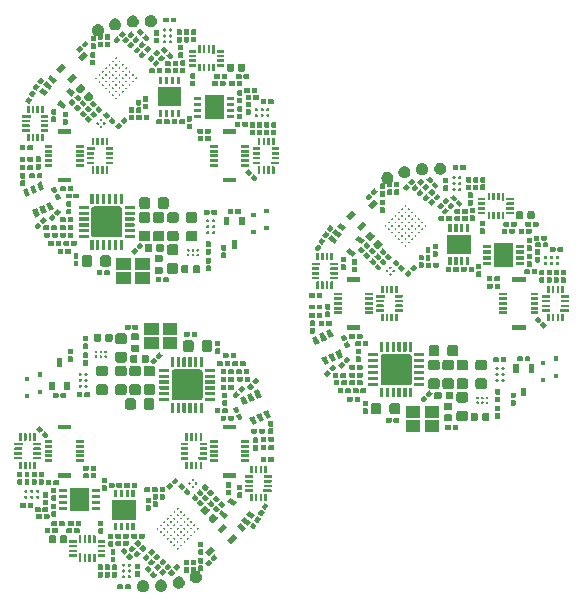
<source format=gts>
%MOIN*%
%OFA0B0*%
%FSLAX46Y46*%
%IPPOS*%
%LPD*%
%ADD10C,0.0039370078740157488*%
%ADD21C,0.0039370078740157488*%
%ADD22C,0.0039370078740157488*%
G01*
D10*
G36*
X0000501329Y0001048383D02*
X0000453297Y0001048383D01*
X0000453297Y0001088540D01*
X0000501329Y0001088540D01*
X0000501329Y0001048383D01*
X0000501329Y0001048383D01*
G37*
G36*
X0000438337Y0001048383D02*
X0000390305Y0001048383D01*
X0000390305Y0001088540D01*
X0000438337Y0001088540D01*
X0000438337Y0001048383D01*
X0000438337Y0001048383D01*
G37*
G36*
X0000562817Y0001071190D02*
X0000563406Y0001071011D01*
X0000563949Y0001070721D01*
X0000564425Y0001070330D01*
X0000564815Y0001069854D01*
X0000565105Y0001069311D01*
X0000565284Y0001068722D01*
X0000565354Y0001068013D01*
X0000565354Y0001057970D01*
X0000565284Y0001057261D01*
X0000565105Y0001056672D01*
X0000564815Y0001056129D01*
X0000564425Y0001055653D01*
X0000563949Y0001055263D01*
X0000563406Y0001054972D01*
X0000562817Y0001054794D01*
X0000562108Y0001054724D01*
X0000549702Y0001054724D01*
X0000548993Y0001054794D01*
X0000548404Y0001054972D01*
X0000547861Y0001055263D01*
X0000547385Y0001055653D01*
X0000546995Y0001056129D01*
X0000546705Y0001056672D01*
X0000546526Y0001057261D01*
X0000546456Y0001057970D01*
X0000546456Y0001068013D01*
X0000546526Y0001068722D01*
X0000546705Y0001069311D01*
X0000546995Y0001069854D01*
X0000547385Y0001070330D01*
X0000547861Y0001070721D01*
X0000548404Y0001071011D01*
X0000548993Y0001071190D01*
X0000549702Y0001071259D01*
X0000562108Y0001071259D01*
X0000562817Y0001071190D01*
X0000562817Y0001071190D01*
G37*
G36*
X0000537620Y0001071190D02*
X0000538209Y0001071011D01*
X0000538752Y0001070721D01*
X0000539228Y0001070330D01*
X0000539618Y0001069854D01*
X0000539908Y0001069311D01*
X0000540087Y0001068722D01*
X0000540157Y0001068013D01*
X0000540157Y0001057970D01*
X0000540087Y0001057261D01*
X0000539908Y0001056672D01*
X0000539618Y0001056129D01*
X0000539228Y0001055653D01*
X0000538752Y0001055263D01*
X0000538209Y0001054972D01*
X0000537620Y0001054794D01*
X0000536911Y0001054724D01*
X0000524506Y0001054724D01*
X0000523796Y0001054794D01*
X0000523207Y0001054972D01*
X0000522664Y0001055263D01*
X0000522189Y0001055653D01*
X0000521798Y0001056129D01*
X0000521508Y0001056672D01*
X0000521329Y0001057261D01*
X0000521259Y0001057970D01*
X0000521259Y0001068013D01*
X0000521329Y0001068722D01*
X0000521508Y0001069311D01*
X0000521798Y0001069854D01*
X0000522189Y0001070330D01*
X0000522664Y0001070721D01*
X0000523207Y0001071011D01*
X0000523796Y0001071190D01*
X0000524506Y0001071259D01*
X0000536911Y0001071259D01*
X0000537620Y0001071190D01*
X0000537620Y0001071190D01*
G37*
G36*
X0000365966Y0001094812D02*
X0000366556Y0001094633D01*
X0000367098Y0001094343D01*
X0000367574Y0001093952D01*
X0000367965Y0001093476D01*
X0000368255Y0001092933D01*
X0000368434Y0001092344D01*
X0000368503Y0001091635D01*
X0000368503Y0001081592D01*
X0000368434Y0001080883D01*
X0000368255Y0001080294D01*
X0000367965Y0001079751D01*
X0000367574Y0001079275D01*
X0000367098Y0001078885D01*
X0000366556Y0001078595D01*
X0000365966Y0001078416D01*
X0000365257Y0001078346D01*
X0000352852Y0001078346D01*
X0000352143Y0001078416D01*
X0000351554Y0001078595D01*
X0000351011Y0001078885D01*
X0000350535Y0001079275D01*
X0000350145Y0001079751D01*
X0000349854Y0001080294D01*
X0000349676Y0001080883D01*
X0000349606Y0001081592D01*
X0000349606Y0001091635D01*
X0000349676Y0001092344D01*
X0000349854Y0001092933D01*
X0000350145Y0001093476D01*
X0000350535Y0001093952D01*
X0000351011Y0001094343D01*
X0000351554Y0001094633D01*
X0000352143Y0001094812D01*
X0000352852Y0001094881D01*
X0000365257Y0001094881D01*
X0000365966Y0001094812D01*
X0000365966Y0001094812D01*
G37*
G36*
X0000340769Y0001094812D02*
X0000341359Y0001094633D01*
X0000341902Y0001094343D01*
X0000342377Y0001093952D01*
X0000342768Y0001093476D01*
X0000343058Y0001092933D01*
X0000343237Y0001092344D01*
X0000343307Y0001091635D01*
X0000343307Y0001081592D01*
X0000343237Y0001080883D01*
X0000343058Y0001080294D01*
X0000342768Y0001079751D01*
X0000342377Y0001079275D01*
X0000341902Y0001078885D01*
X0000341359Y0001078595D01*
X0000340769Y0001078416D01*
X0000340060Y0001078346D01*
X0000327655Y0001078346D01*
X0000326946Y0001078416D01*
X0000326357Y0001078595D01*
X0000325814Y0001078885D01*
X0000325338Y0001079275D01*
X0000324948Y0001079751D01*
X0000324658Y0001080294D01*
X0000324479Y0001080883D01*
X0000324409Y0001081592D01*
X0000324409Y0001091635D01*
X0000324479Y0001092344D01*
X0000324658Y0001092933D01*
X0000324948Y0001093476D01*
X0000325338Y0001093952D01*
X0000325814Y0001094343D01*
X0000326357Y0001094633D01*
X0000326946Y0001094812D01*
X0000327655Y0001094881D01*
X0000340060Y0001094881D01*
X0000340769Y0001094812D01*
X0000340769Y0001094812D01*
G37*
G36*
X0000540445Y0001106980D02*
X0000541385Y0001106695D01*
X0000542251Y0001106232D01*
X0000543011Y0001105609D01*
X0000543634Y0001104850D01*
X0000544097Y0001103984D01*
X0000544382Y0001103044D01*
X0000544488Y0001101970D01*
X0000544488Y0001088187D01*
X0000544382Y0001087113D01*
X0000544097Y0001086173D01*
X0000543634Y0001085307D01*
X0000543011Y0001084547D01*
X0000542251Y0001083924D01*
X0000541385Y0001083461D01*
X0000540445Y0001083176D01*
X0000539371Y0001083070D01*
X0000523620Y0001083070D01*
X0000522546Y0001083176D01*
X0000521606Y0001083461D01*
X0000520740Y0001083924D01*
X0000519980Y0001084547D01*
X0000519357Y0001085307D01*
X0000518894Y0001086173D01*
X0000518609Y0001087113D01*
X0000518503Y0001088187D01*
X0000518503Y0001101970D01*
X0000518609Y0001103044D01*
X0000518894Y0001103984D01*
X0000519357Y0001104850D01*
X0000519980Y0001105609D01*
X0000520740Y0001106232D01*
X0000521606Y0001106695D01*
X0000522546Y0001106980D01*
X0000523620Y0001107086D01*
X0000539371Y0001107086D01*
X0000540445Y0001106980D01*
X0000540445Y0001106980D01*
G37*
G36*
X0000591211Y0001118938D02*
X0000592677Y0001118494D01*
X0000594028Y0001117771D01*
X0000595213Y0001116799D01*
X0000596185Y0001115615D01*
X0000596907Y0001114264D01*
X0000597352Y0001112798D01*
X0000597511Y0001111177D01*
X0000597511Y0001091783D01*
X0000597352Y0001090162D01*
X0000596907Y0001088696D01*
X0000596185Y0001087345D01*
X0000595213Y0001086160D01*
X0000594028Y0001085188D01*
X0000592677Y0001084466D01*
X0000591211Y0001084021D01*
X0000589590Y0001083862D01*
X0000567244Y0001083862D01*
X0000565622Y0001084021D01*
X0000564156Y0001084466D01*
X0000562805Y0001085188D01*
X0000561621Y0001086160D01*
X0000560649Y0001087345D01*
X0000559927Y0001088696D01*
X0000559482Y0001090162D01*
X0000559322Y0001091783D01*
X0000559322Y0001111177D01*
X0000559482Y0001112798D01*
X0000559927Y0001114264D01*
X0000560649Y0001115615D01*
X0000561621Y0001116799D01*
X0000562805Y0001117771D01*
X0000564156Y0001118494D01*
X0000565622Y0001118938D01*
X0000567244Y0001119098D01*
X0000589590Y0001119098D01*
X0000591211Y0001118938D01*
X0000591211Y0001118938D01*
G37*
G36*
X0000664855Y0001111311D02*
X0000665795Y0001111026D01*
X0000666661Y0001110563D01*
X0000667420Y0001109940D01*
X0000668043Y0001109181D01*
X0000668506Y0001108314D01*
X0000668791Y0001107375D01*
X0000668897Y0001106301D01*
X0000668897Y0001090549D01*
X0000668791Y0001089475D01*
X0000668506Y0001088535D01*
X0000668043Y0001087669D01*
X0000667420Y0001086910D01*
X0000666661Y0001086286D01*
X0000665795Y0001085823D01*
X0000664855Y0001085538D01*
X0000663781Y0001085433D01*
X0000649998Y0001085433D01*
X0000648924Y0001085538D01*
X0000647984Y0001085823D01*
X0000647118Y0001086286D01*
X0000646358Y0001086910D01*
X0000645735Y0001087669D01*
X0000645272Y0001088535D01*
X0000644987Y0001089475D01*
X0000644881Y0001090549D01*
X0000644881Y0001106301D01*
X0000644987Y0001107375D01*
X0000645272Y0001108314D01*
X0000645735Y0001109181D01*
X0000646358Y0001109940D01*
X0000647118Y0001110563D01*
X0000647984Y0001111026D01*
X0000648924Y0001111311D01*
X0000649998Y0001111417D01*
X0000663781Y0001111417D01*
X0000664855Y0001111311D01*
X0000664855Y0001111311D01*
G37*
G36*
X0000626666Y0001111311D02*
X0000627606Y0001111026D01*
X0000628472Y0001110563D01*
X0000629231Y0001109940D01*
X0000629854Y0001109181D01*
X0000630317Y0001108314D01*
X0000630602Y0001107375D01*
X0000630708Y0001106301D01*
X0000630708Y0001090549D01*
X0000630602Y0001089475D01*
X0000630317Y0001088535D01*
X0000629854Y0001087669D01*
X0000629231Y0001086910D01*
X0000628472Y0001086286D01*
X0000627606Y0001085823D01*
X0000626666Y0001085538D01*
X0000625592Y0001085433D01*
X0000611809Y0001085433D01*
X0000610735Y0001085538D01*
X0000609795Y0001085823D01*
X0000608929Y0001086286D01*
X0000608169Y0001086910D01*
X0000607546Y0001087669D01*
X0000607083Y0001088535D01*
X0000606798Y0001089475D01*
X0000606692Y0001090549D01*
X0000606692Y0001106301D01*
X0000606798Y0001107375D01*
X0000607083Y0001108314D01*
X0000607546Y0001109181D01*
X0000608169Y0001109940D01*
X0000608929Y0001110563D01*
X0000609795Y0001111026D01*
X0000610735Y0001111311D01*
X0000611809Y0001111417D01*
X0000625592Y0001111417D01*
X0000626666Y0001111311D01*
X0000626666Y0001111311D01*
G37*
G36*
X0000702581Y0001110953D02*
X0000703170Y0001110775D01*
X0000703713Y0001110484D01*
X0000704188Y0001110094D01*
X0000704579Y0001109618D01*
X0000704869Y0001109075D01*
X0000705048Y0001108486D01*
X0000705118Y0001107777D01*
X0000705118Y0001095372D01*
X0000705048Y0001094663D01*
X0000704869Y0001094073D01*
X0000704579Y0001093531D01*
X0000704188Y0001093055D01*
X0000703713Y0001092664D01*
X0000703170Y0001092374D01*
X0000702581Y0001092195D01*
X0000701871Y0001092125D01*
X0000691828Y0001092125D01*
X0000691119Y0001092195D01*
X0000690530Y0001092374D01*
X0000689987Y0001092664D01*
X0000689511Y0001093055D01*
X0000689121Y0001093531D01*
X0000688831Y0001094073D01*
X0000688652Y0001094663D01*
X0000688582Y0001095372D01*
X0000688582Y0001107777D01*
X0000688652Y0001108486D01*
X0000688831Y0001109075D01*
X0000689121Y0001109618D01*
X0000689511Y0001110094D01*
X0000689987Y0001110484D01*
X0000690530Y0001110775D01*
X0000691119Y0001110953D01*
X0000691828Y0001111023D01*
X0000701871Y0001111023D01*
X0000702581Y0001110953D01*
X0000702581Y0001110953D01*
G37*
G36*
X0000438337Y0001095627D02*
X0000390305Y0001095627D01*
X0000390305Y0001135785D01*
X0000438337Y0001135785D01*
X0000438337Y0001095627D01*
X0000438337Y0001095627D01*
G37*
G36*
X0000501329Y0001095627D02*
X0000453297Y0001095627D01*
X0000453297Y0001135785D01*
X0000501329Y0001135785D01*
X0000501329Y0001095627D01*
X0000501329Y0001095627D01*
G37*
G36*
X0000365156Y0001144919D02*
X0000366622Y0001144474D01*
X0000367973Y0001143752D01*
X0000369158Y0001142780D01*
X0000370130Y0001141595D01*
X0000370852Y0001140244D01*
X0000371297Y0001138778D01*
X0000371456Y0001137157D01*
X0000371456Y0001114811D01*
X0000371297Y0001113189D01*
X0000370852Y0001111723D01*
X0000370130Y0001110372D01*
X0000369158Y0001109188D01*
X0000367973Y0001108216D01*
X0000366622Y0001107494D01*
X0000365156Y0001107049D01*
X0000363535Y0001106889D01*
X0000344141Y0001106889D01*
X0000342520Y0001107049D01*
X0000341054Y0001107494D01*
X0000339703Y0001108216D01*
X0000338519Y0001109188D01*
X0000337547Y0001110372D01*
X0000336824Y0001111723D01*
X0000336380Y0001113189D01*
X0000336220Y0001114811D01*
X0000336220Y0001137157D01*
X0000336380Y0001138778D01*
X0000336824Y0001140244D01*
X0000337547Y0001141595D01*
X0000338519Y0001142780D01*
X0000339703Y0001143752D01*
X0000341054Y0001144474D01*
X0000342520Y0001144919D01*
X0000344141Y0001145078D01*
X0000363535Y0001145078D01*
X0000365156Y0001144919D01*
X0000365156Y0001144919D01*
G37*
G36*
X0000303148Y0001144919D02*
X0000304614Y0001144474D01*
X0000305965Y0001143752D01*
X0000307150Y0001142780D01*
X0000308122Y0001141595D01*
X0000308844Y0001140244D01*
X0000309289Y0001138778D01*
X0000309448Y0001137157D01*
X0000309448Y0001114811D01*
X0000309289Y0001113189D01*
X0000308844Y0001111723D01*
X0000308122Y0001110372D01*
X0000307150Y0001109188D01*
X0000305965Y0001108216D01*
X0000304614Y0001107494D01*
X0000303148Y0001107049D01*
X0000301527Y0001106889D01*
X0000282134Y0001106889D01*
X0000280512Y0001107049D01*
X0000279046Y0001107494D01*
X0000277695Y0001108216D01*
X0000276511Y0001109188D01*
X0000275539Y0001110372D01*
X0000274817Y0001111723D01*
X0000274372Y0001113189D01*
X0000274212Y0001114811D01*
X0000274212Y0001137157D01*
X0000274372Y0001138778D01*
X0000274817Y0001140244D01*
X0000275539Y0001141595D01*
X0000276511Y0001142780D01*
X0000277695Y0001143752D01*
X0000279046Y0001144474D01*
X0000280512Y0001144919D01*
X0000282134Y0001145078D01*
X0000301527Y0001145078D01*
X0000303148Y0001144919D01*
X0000303148Y0001144919D01*
G37*
G36*
X0000261636Y0001126701D02*
X0000262225Y0001126523D01*
X0000262768Y0001126232D01*
X0000263244Y0001125842D01*
X0000263634Y0001125366D01*
X0000263924Y0001124823D01*
X0000264103Y0001124234D01*
X0000264173Y0001123525D01*
X0000264173Y0001111120D01*
X0000264103Y0001110411D01*
X0000263924Y0001109821D01*
X0000263634Y0001109279D01*
X0000263244Y0001108803D01*
X0000262768Y0001108412D01*
X0000262225Y0001108122D01*
X0000261636Y0001107943D01*
X0000260927Y0001107874D01*
X0000250884Y0001107874D01*
X0000250174Y0001107943D01*
X0000249585Y0001108122D01*
X0000249042Y0001108412D01*
X0000248567Y0001108803D01*
X0000248176Y0001109279D01*
X0000247886Y0001109821D01*
X0000247707Y0001110411D01*
X0000247637Y0001111120D01*
X0000247637Y0001123525D01*
X0000247707Y0001124234D01*
X0000247886Y0001124823D01*
X0000248176Y0001125366D01*
X0000248567Y0001125842D01*
X0000249042Y0001126232D01*
X0000249585Y0001126523D01*
X0000250174Y0001126701D01*
X0000250884Y0001126771D01*
X0000260927Y0001126771D01*
X0000261636Y0001126701D01*
X0000261636Y0001126701D01*
G37*
G36*
X0000702581Y0001136150D02*
X0000703170Y0001135971D01*
X0000703713Y0001135681D01*
X0000704188Y0001135291D01*
X0000704579Y0001134815D01*
X0000704869Y0001134272D01*
X0000705048Y0001133683D01*
X0000705118Y0001132974D01*
X0000705118Y0001120569D01*
X0000705048Y0001119859D01*
X0000704869Y0001119270D01*
X0000704579Y0001118727D01*
X0000704188Y0001118252D01*
X0000703713Y0001117861D01*
X0000703170Y0001117571D01*
X0000702581Y0001117392D01*
X0000701871Y0001117322D01*
X0000691828Y0001117322D01*
X0000691119Y0001117392D01*
X0000690530Y0001117571D01*
X0000689987Y0001117861D01*
X0000689511Y0001118252D01*
X0000689121Y0001118727D01*
X0000688831Y0001119270D01*
X0000688652Y0001119859D01*
X0000688582Y0001120569D01*
X0000688582Y0001132974D01*
X0000688652Y0001133683D01*
X0000688831Y0001134272D01*
X0000689121Y0001134815D01*
X0000689511Y0001135291D01*
X0000689987Y0001135681D01*
X0000690530Y0001135971D01*
X0000691119Y0001136150D01*
X0000691828Y0001136220D01*
X0000701871Y0001136220D01*
X0000702581Y0001136150D01*
X0000702581Y0001136150D01*
G37*
G36*
X0000540445Y0001145169D02*
X0000541385Y0001144884D01*
X0000542251Y0001144421D01*
X0000543011Y0001143798D01*
X0000543634Y0001143039D01*
X0000544097Y0001142173D01*
X0000544382Y0001141233D01*
X0000544488Y0001140159D01*
X0000544488Y0001126376D01*
X0000544382Y0001125302D01*
X0000544097Y0001124362D01*
X0000543634Y0001123496D01*
X0000543011Y0001122736D01*
X0000542251Y0001122113D01*
X0000541385Y0001121650D01*
X0000540445Y0001121365D01*
X0000539371Y0001121259D01*
X0000523620Y0001121259D01*
X0000522546Y0001121365D01*
X0000521606Y0001121650D01*
X0000520740Y0001122113D01*
X0000519980Y0001122736D01*
X0000519357Y0001123496D01*
X0000518894Y0001124362D01*
X0000518609Y0001125302D01*
X0000518503Y0001126376D01*
X0000518503Y0001140159D01*
X0000518609Y0001141233D01*
X0000518894Y0001142173D01*
X0000519357Y0001143039D01*
X0000519980Y0001143798D01*
X0000520740Y0001144421D01*
X0000521606Y0001144884D01*
X0000522546Y0001145169D01*
X0000523620Y0001145275D01*
X0000539371Y0001145275D01*
X0000540445Y0001145169D01*
X0000540445Y0001145169D01*
G37*
G36*
X0000261636Y0001151898D02*
X0000262225Y0001151719D01*
X0000262768Y0001151429D01*
X0000263244Y0001151039D01*
X0000263634Y0001150563D01*
X0000263924Y0001150020D01*
X0000264103Y0001149431D01*
X0000264173Y0001148722D01*
X0000264173Y0001136317D01*
X0000264103Y0001135607D01*
X0000263924Y0001135018D01*
X0000263634Y0001134475D01*
X0000263244Y0001134000D01*
X0000262768Y0001133609D01*
X0000262225Y0001133319D01*
X0000261636Y0001133140D01*
X0000260927Y0001133070D01*
X0000250884Y0001133070D01*
X0000250174Y0001133140D01*
X0000249585Y0001133319D01*
X0000249042Y0001133609D01*
X0000248567Y0001134000D01*
X0000248176Y0001134475D01*
X0000247886Y0001135018D01*
X0000247707Y0001135607D01*
X0000247637Y0001136317D01*
X0000247637Y0001148722D01*
X0000247707Y0001149431D01*
X0000247886Y0001150020D01*
X0000248176Y0001150563D01*
X0000248567Y0001151039D01*
X0000249042Y0001151429D01*
X0000249585Y0001151719D01*
X0000250174Y0001151898D01*
X0000250884Y0001151968D01*
X0000260927Y0001151968D01*
X0000261636Y0001151898D01*
X0000261636Y0001151898D01*
G37*
G36*
X0000753762Y0001154260D02*
X0000754351Y0001154082D01*
X0000754894Y0001153791D01*
X0000755370Y0001153401D01*
X0000755760Y0001152925D01*
X0000756050Y0001152382D01*
X0000756229Y0001151793D01*
X0000756299Y0001151084D01*
X0000756299Y0001138679D01*
X0000756229Y0001137970D01*
X0000756050Y0001137380D01*
X0000755760Y0001136838D01*
X0000755370Y0001136362D01*
X0000754894Y0001135971D01*
X0000754351Y0001135681D01*
X0000753762Y0001135502D01*
X0000753052Y0001135433D01*
X0000743010Y0001135433D01*
X0000742300Y0001135502D01*
X0000741711Y0001135681D01*
X0000741168Y0001135971D01*
X0000740692Y0001136362D01*
X0000740302Y0001136838D01*
X0000740012Y0001137380D01*
X0000739833Y0001137970D01*
X0000739763Y0001138679D01*
X0000739763Y0001151084D01*
X0000739833Y0001151793D01*
X0000740012Y0001152382D01*
X0000740302Y0001152925D01*
X0000740692Y0001153401D01*
X0000741168Y0001153791D01*
X0000741711Y0001154082D01*
X0000742300Y0001154260D01*
X0000743010Y0001154330D01*
X0000753052Y0001154330D01*
X0000753762Y0001154260D01*
X0000753762Y0001154260D01*
G37*
G36*
X0000630766Y0001149916D02*
X0000631184Y0001149833D01*
X0000631972Y0001149507D01*
X0000632444Y0001149192D01*
X0000632682Y0001149033D01*
X0000633285Y0001148430D01*
X0000633285Y0001148429D01*
X0000633759Y0001147720D01*
X0000634085Y0001146932D01*
X0000634085Y0001146932D01*
X0000634251Y0001146095D01*
X0000634251Y0001145242D01*
X0000634187Y0001144919D01*
X0000634085Y0001144406D01*
X0000633759Y0001143617D01*
X0000633372Y0001143039D01*
X0000633285Y0001142908D01*
X0000632682Y0001142305D01*
X0000632681Y0001142305D01*
X0000631972Y0001141831D01*
X0000631184Y0001141505D01*
X0000630766Y0001141421D01*
X0000630347Y0001141338D01*
X0000629494Y0001141338D01*
X0000629076Y0001141421D01*
X0000628658Y0001141505D01*
X0000627869Y0001141831D01*
X0000627160Y0001142305D01*
X0000627160Y0001142305D01*
X0000626557Y0001142908D01*
X0000626470Y0001143039D01*
X0000626083Y0001143617D01*
X0000625756Y0001144406D01*
X0000625654Y0001144919D01*
X0000625590Y0001145242D01*
X0000625590Y0001146095D01*
X0000625756Y0001146932D01*
X0000625756Y0001146932D01*
X0000626083Y0001147720D01*
X0000626557Y0001148429D01*
X0000626557Y0001148430D01*
X0000627160Y0001149033D01*
X0000627398Y0001149192D01*
X0000627869Y0001149507D01*
X0000628658Y0001149833D01*
X0000629076Y0001149916D01*
X0000629494Y0001150000D01*
X0000630347Y0001150000D01*
X0000630766Y0001149916D01*
X0000630766Y0001149916D01*
G37*
G36*
X0000646514Y0001149916D02*
X0000646932Y0001149833D01*
X0000647720Y0001149507D01*
X0000648192Y0001149192D01*
X0000648430Y0001149033D01*
X0000649033Y0001148430D01*
X0000649033Y0001148429D01*
X0000649507Y0001147720D01*
X0000649833Y0001146932D01*
X0000649833Y0001146932D01*
X0000649999Y0001146095D01*
X0000649999Y0001145242D01*
X0000649935Y0001144919D01*
X0000649833Y0001144406D01*
X0000649507Y0001143617D01*
X0000649120Y0001143039D01*
X0000649033Y0001142908D01*
X0000648430Y0001142305D01*
X0000648429Y0001142305D01*
X0000647720Y0001141831D01*
X0000646932Y0001141505D01*
X0000646514Y0001141421D01*
X0000646095Y0001141338D01*
X0000645242Y0001141338D01*
X0000644824Y0001141421D01*
X0000644406Y0001141505D01*
X0000643617Y0001141831D01*
X0000642908Y0001142305D01*
X0000642908Y0001142305D01*
X0000642305Y0001142908D01*
X0000642218Y0001143039D01*
X0000641831Y0001143617D01*
X0000641505Y0001144406D01*
X0000641402Y0001144919D01*
X0000641338Y0001145242D01*
X0000641338Y0001146095D01*
X0000641505Y0001146932D01*
X0000641505Y0001146932D01*
X0000641831Y0001147720D01*
X0000642305Y0001148429D01*
X0000642305Y0001148430D01*
X0000642908Y0001149033D01*
X0000643146Y0001149192D01*
X0000643617Y0001149507D01*
X0000644406Y0001149833D01*
X0000644824Y0001149916D01*
X0000645242Y0001150000D01*
X0000646095Y0001150000D01*
X0000646514Y0001149916D01*
X0000646514Y0001149916D01*
G37*
G36*
X0000662262Y0001149916D02*
X0000662680Y0001149833D01*
X0000663468Y0001149507D01*
X0000663940Y0001149192D01*
X0000664178Y0001149033D01*
X0000664781Y0001148430D01*
X0000664781Y0001148429D01*
X0000665255Y0001147720D01*
X0000665581Y0001146932D01*
X0000665581Y0001146932D01*
X0000665748Y0001146095D01*
X0000665748Y0001145242D01*
X0000665683Y0001144919D01*
X0000665581Y0001144406D01*
X0000665255Y0001143617D01*
X0000664868Y0001143039D01*
X0000664781Y0001142908D01*
X0000664178Y0001142305D01*
X0000664177Y0001142305D01*
X0000663468Y0001141831D01*
X0000662680Y0001141505D01*
X0000662262Y0001141421D01*
X0000661843Y0001141338D01*
X0000660990Y0001141338D01*
X0000660572Y0001141421D01*
X0000660154Y0001141505D01*
X0000659365Y0001141831D01*
X0000658656Y0001142305D01*
X0000658656Y0001142305D01*
X0000658053Y0001142908D01*
X0000657966Y0001143039D01*
X0000657579Y0001143617D01*
X0000657252Y0001144406D01*
X0000657150Y0001144919D01*
X0000657086Y0001145242D01*
X0000657086Y0001146095D01*
X0000657252Y0001146932D01*
X0000657252Y0001146932D01*
X0000657579Y0001147720D01*
X0000658053Y0001148429D01*
X0000658053Y0001148430D01*
X0000658656Y0001149033D01*
X0000658894Y0001149192D01*
X0000659365Y0001149507D01*
X0000660154Y0001149833D01*
X0000660572Y0001149916D01*
X0000660990Y0001150000D01*
X0000661843Y0001150000D01*
X0000662262Y0001149916D01*
X0000662262Y0001149916D01*
G37*
G36*
X0000591211Y0001180946D02*
X0000592677Y0001180501D01*
X0000594028Y0001179779D01*
X0000595213Y0001178807D01*
X0000596185Y0001177623D01*
X0000596907Y0001176272D01*
X0000597352Y0001174806D01*
X0000597511Y0001173184D01*
X0000597511Y0001153791D01*
X0000597352Y0001152170D01*
X0000596907Y0001150704D01*
X0000596185Y0001149352D01*
X0000595213Y0001148168D01*
X0000594028Y0001147196D01*
X0000592677Y0001146474D01*
X0000591211Y0001146029D01*
X0000589590Y0001145870D01*
X0000567244Y0001145870D01*
X0000565622Y0001146029D01*
X0000564156Y0001146474D01*
X0000562805Y0001147196D01*
X0000561621Y0001148168D01*
X0000560649Y0001149352D01*
X0000559927Y0001150704D01*
X0000559482Y0001152170D01*
X0000559322Y0001153791D01*
X0000559322Y0001173184D01*
X0000559482Y0001174806D01*
X0000559927Y0001176272D01*
X0000560649Y0001177623D01*
X0000561621Y0001178807D01*
X0000562805Y0001179779D01*
X0000564156Y0001180501D01*
X0000565622Y0001180946D01*
X0000567244Y0001181106D01*
X0000589590Y0001181106D01*
X0000591211Y0001180946D01*
X0000591211Y0001180946D01*
G37*
G36*
X0000452556Y0001169328D02*
X0000453145Y0001169150D01*
X0000453688Y0001168859D01*
X0000454239Y0001168407D01*
X0000461340Y0001161306D01*
X0000461793Y0001160755D01*
X0000462083Y0001160212D01*
X0000462261Y0001159623D01*
X0000462322Y0001159010D01*
X0000462261Y0001158398D01*
X0000462083Y0001157809D01*
X0000461793Y0001157266D01*
X0000461340Y0001156715D01*
X0000452569Y0001147943D01*
X0000452018Y0001147491D01*
X0000451475Y0001147201D01*
X0000450886Y0001147022D01*
X0000450273Y0001146962D01*
X0000449661Y0001147022D01*
X0000449072Y0001147201D01*
X0000448529Y0001147491D01*
X0000447978Y0001147943D01*
X0000440877Y0001155045D01*
X0000440424Y0001155596D01*
X0000440134Y0001156138D01*
X0000439955Y0001156728D01*
X0000439895Y0001157340D01*
X0000439955Y0001157953D01*
X0000440134Y0001158542D01*
X0000440424Y0001159085D01*
X0000440877Y0001159636D01*
X0000449648Y0001168407D01*
X0000450199Y0001168859D01*
X0000450742Y0001169150D01*
X0000451331Y0001169328D01*
X0000451944Y0001169389D01*
X0000452556Y0001169328D01*
X0000452556Y0001169328D01*
G37*
G36*
X0000702581Y0001166071D02*
X0000703170Y0001165893D01*
X0000703713Y0001165602D01*
X0000704188Y0001165212D01*
X0000704579Y0001164736D01*
X0000704869Y0001164193D01*
X0000705048Y0001163604D01*
X0000705118Y0001162895D01*
X0000705118Y0001150490D01*
X0000705048Y0001149781D01*
X0000704869Y0001149192D01*
X0000704579Y0001148649D01*
X0000704188Y0001148173D01*
X0000703713Y0001147782D01*
X0000703170Y0001147492D01*
X0000702581Y0001147313D01*
X0000701871Y0001147244D01*
X0000691828Y0001147244D01*
X0000691119Y0001147313D01*
X0000690530Y0001147492D01*
X0000689987Y0001147782D01*
X0000689511Y0001148173D01*
X0000689121Y0001148649D01*
X0000688831Y0001149192D01*
X0000688652Y0001149781D01*
X0000688582Y0001150490D01*
X0000688582Y0001162895D01*
X0000688652Y0001163604D01*
X0000688831Y0001164193D01*
X0000689121Y0001164736D01*
X0000689511Y0001165212D01*
X0000689987Y0001165602D01*
X0000690530Y0001165893D01*
X0000691119Y0001166071D01*
X0000691828Y0001166141D01*
X0000701871Y0001166141D01*
X0000702581Y0001166071D01*
X0000702581Y0001166071D01*
G37*
G36*
X0000210848Y0001165678D02*
X0000211437Y0001165499D01*
X0000211980Y0001165209D01*
X0000212456Y0001164818D01*
X0000212847Y0001164342D01*
X0000213137Y0001163800D01*
X0000213315Y0001163210D01*
X0000213385Y0001162501D01*
X0000213385Y0001152458D01*
X0000213315Y0001151749D01*
X0000213137Y0001151160D01*
X0000212847Y0001150617D01*
X0000212456Y0001150141D01*
X0000211980Y0001149751D01*
X0000211437Y0001149461D01*
X0000210848Y0001149282D01*
X0000210139Y0001149212D01*
X0000197734Y0001149212D01*
X0000197025Y0001149282D01*
X0000196436Y0001149461D01*
X0000195893Y0001149751D01*
X0000195417Y0001150141D01*
X0000195026Y0001150617D01*
X0000194736Y0001151160D01*
X0000194558Y0001151749D01*
X0000194488Y0001152458D01*
X0000194488Y0001162501D01*
X0000194558Y0001163210D01*
X0000194736Y0001163800D01*
X0000195026Y0001164342D01*
X0000195417Y0001164818D01*
X0000195893Y0001165209D01*
X0000196436Y0001165499D01*
X0000197025Y0001165678D01*
X0000197734Y0001165748D01*
X0000210139Y0001165748D01*
X0000210848Y0001165678D01*
X0000210848Y0001165678D01*
G37*
G36*
X0000236045Y0001165678D02*
X0000236634Y0001165499D01*
X0000237177Y0001165209D01*
X0000237653Y0001164818D01*
X0000238043Y0001164342D01*
X0000238334Y0001163800D01*
X0000238512Y0001163210D01*
X0000238582Y0001162501D01*
X0000238582Y0001152458D01*
X0000238512Y0001151749D01*
X0000238334Y0001151160D01*
X0000238043Y0001150617D01*
X0000237653Y0001150141D01*
X0000237177Y0001149751D01*
X0000236634Y0001149461D01*
X0000236045Y0001149282D01*
X0000235336Y0001149212D01*
X0000222931Y0001149212D01*
X0000222222Y0001149282D01*
X0000221632Y0001149461D01*
X0000221090Y0001149751D01*
X0000220614Y0001150141D01*
X0000220223Y0001150617D01*
X0000219933Y0001151160D01*
X0000219754Y0001151749D01*
X0000219685Y0001152458D01*
X0000219685Y0001162501D01*
X0000219754Y0001163210D01*
X0000219933Y0001163800D01*
X0000220223Y0001164342D01*
X0000220614Y0001164818D01*
X0000221090Y0001165209D01*
X0000221632Y0001165499D01*
X0000222222Y0001165678D01*
X0000222931Y0001165748D01*
X0000235336Y0001165748D01*
X0000236045Y0001165678D01*
X0000236045Y0001165678D01*
G37*
G36*
X0000505588Y0001182270D02*
X0000506528Y0001181985D01*
X0000507394Y0001181522D01*
X0000508153Y0001180899D01*
X0000508776Y0001180140D01*
X0000509239Y0001179273D01*
X0000509524Y0001178334D01*
X0000509630Y0001177260D01*
X0000509630Y0001161508D01*
X0000509524Y0001160434D01*
X0000509239Y0001159494D01*
X0000508776Y0001158628D01*
X0000508153Y0001157869D01*
X0000507394Y0001157245D01*
X0000506528Y0001156782D01*
X0000505588Y0001156497D01*
X0000504514Y0001156392D01*
X0000490731Y0001156392D01*
X0000489657Y0001156497D01*
X0000488717Y0001156782D01*
X0000487851Y0001157245D01*
X0000487091Y0001157869D01*
X0000486468Y0001158628D01*
X0000486005Y0001159494D01*
X0000485720Y0001160434D01*
X0000485614Y0001161508D01*
X0000485614Y0001177260D01*
X0000485720Y0001178334D01*
X0000486005Y0001179273D01*
X0000486468Y0001180140D01*
X0000487091Y0001180899D01*
X0000487851Y0001181522D01*
X0000488717Y0001181985D01*
X0000489657Y0001182270D01*
X0000490731Y0001182376D01*
X0000504514Y0001182376D01*
X0000505588Y0001182270D01*
X0000505588Y0001182270D01*
G37*
G36*
X0000543777Y0001182270D02*
X0000544717Y0001181985D01*
X0000545583Y0001181522D01*
X0000546342Y0001180899D01*
X0000546965Y0001180140D01*
X0000547428Y0001179273D01*
X0000547713Y0001178334D01*
X0000547819Y0001177260D01*
X0000547819Y0001161508D01*
X0000547713Y0001160434D01*
X0000547428Y0001159494D01*
X0000546965Y0001158628D01*
X0000546342Y0001157869D01*
X0000545583Y0001157245D01*
X0000544717Y0001156782D01*
X0000543777Y0001156497D01*
X0000542703Y0001156392D01*
X0000528920Y0001156392D01*
X0000527846Y0001156497D01*
X0000526906Y0001156782D01*
X0000526040Y0001157245D01*
X0000525280Y0001157869D01*
X0000524657Y0001158628D01*
X0000524194Y0001159494D01*
X0000523909Y0001160434D01*
X0000523803Y0001161508D01*
X0000523803Y0001177260D01*
X0000523909Y0001178334D01*
X0000524194Y0001179273D01*
X0000524657Y0001180140D01*
X0000525280Y0001180899D01*
X0000526040Y0001181522D01*
X0000526906Y0001181985D01*
X0000527846Y0001182270D01*
X0000528920Y0001182376D01*
X0000542703Y0001182376D01*
X0000543777Y0001182270D01*
X0000543777Y0001182270D01*
G37*
G36*
X0000662195Y0001165678D02*
X0000662680Y0001165581D01*
X0000663468Y0001165255D01*
X0000663822Y0001165018D01*
X0000664178Y0001164781D01*
X0000664781Y0001164178D01*
X0000664781Y0001164177D01*
X0000665255Y0001163468D01*
X0000665492Y0001162895D01*
X0000665581Y0001162680D01*
X0000665715Y0001162007D01*
X0000665748Y0001161843D01*
X0000665748Y0001160990D01*
X0000665581Y0001160154D01*
X0000665255Y0001159365D01*
X0000664958Y0001158922D01*
X0000664781Y0001158656D01*
X0000664178Y0001158053D01*
X0000664177Y0001158053D01*
X0000663468Y0001157579D01*
X0000662680Y0001157253D01*
X0000662262Y0001157169D01*
X0000661843Y0001157086D01*
X0000660990Y0001157086D01*
X0000660572Y0001157169D01*
X0000660154Y0001157253D01*
X0000659365Y0001157579D01*
X0000658656Y0001158053D01*
X0000658656Y0001158053D01*
X0000658053Y0001158656D01*
X0000657875Y0001158922D01*
X0000657579Y0001159365D01*
X0000657252Y0001160154D01*
X0000657086Y0001160990D01*
X0000657086Y0001161843D01*
X0000657119Y0001162007D01*
X0000657252Y0001162680D01*
X0000657342Y0001162895D01*
X0000657579Y0001163468D01*
X0000658053Y0001164177D01*
X0000658053Y0001164178D01*
X0000658656Y0001164781D01*
X0000659011Y0001165018D01*
X0000659365Y0001165255D01*
X0000660154Y0001165581D01*
X0000660639Y0001165678D01*
X0000660990Y0001165748D01*
X0000661843Y0001165748D01*
X0000662195Y0001165678D01*
X0000662195Y0001165678D01*
G37*
G36*
X0000630698Y0001165678D02*
X0000631184Y0001165581D01*
X0000631972Y0001165255D01*
X0000632326Y0001165018D01*
X0000632682Y0001164781D01*
X0000633285Y0001164178D01*
X0000633285Y0001164177D01*
X0000633759Y0001163468D01*
X0000633996Y0001162895D01*
X0000634085Y0001162680D01*
X0000634219Y0001162007D01*
X0000634251Y0001161843D01*
X0000634251Y0001160990D01*
X0000634085Y0001160154D01*
X0000633759Y0001159365D01*
X0000633462Y0001158922D01*
X0000633285Y0001158656D01*
X0000632682Y0001158053D01*
X0000632681Y0001158053D01*
X0000631972Y0001157579D01*
X0000631184Y0001157253D01*
X0000630766Y0001157169D01*
X0000630347Y0001157086D01*
X0000629494Y0001157086D01*
X0000629076Y0001157169D01*
X0000628658Y0001157253D01*
X0000627869Y0001157579D01*
X0000627160Y0001158053D01*
X0000627160Y0001158053D01*
X0000626557Y0001158656D01*
X0000626379Y0001158922D01*
X0000626083Y0001159365D01*
X0000625756Y0001160154D01*
X0000625590Y0001160990D01*
X0000625590Y0001161843D01*
X0000625623Y0001162007D01*
X0000625756Y0001162680D01*
X0000625845Y0001162895D01*
X0000626083Y0001163468D01*
X0000626557Y0001164177D01*
X0000626557Y0001164178D01*
X0000627160Y0001164781D01*
X0000627515Y0001165018D01*
X0000627869Y0001165255D01*
X0000628658Y0001165581D01*
X0000629143Y0001165678D01*
X0000629494Y0001165748D01*
X0000630347Y0001165748D01*
X0000630698Y0001165678D01*
X0000630698Y0001165678D01*
G37*
G36*
X0000646446Y0001165678D02*
X0000646932Y0001165581D01*
X0000647720Y0001165255D01*
X0000648074Y0001165018D01*
X0000648430Y0001164781D01*
X0000649033Y0001164178D01*
X0000649033Y0001164177D01*
X0000649507Y0001163468D01*
X0000649744Y0001162895D01*
X0000649833Y0001162680D01*
X0000649967Y0001162007D01*
X0000649999Y0001161843D01*
X0000649999Y0001160990D01*
X0000649833Y0001160154D01*
X0000649507Y0001159365D01*
X0000649210Y0001158922D01*
X0000649033Y0001158656D01*
X0000648430Y0001158053D01*
X0000648429Y0001158053D01*
X0000647720Y0001157579D01*
X0000646932Y0001157253D01*
X0000646514Y0001157169D01*
X0000646095Y0001157086D01*
X0000645242Y0001157086D01*
X0000644824Y0001157169D01*
X0000644406Y0001157253D01*
X0000643617Y0001157579D01*
X0000642908Y0001158053D01*
X0000642908Y0001158053D01*
X0000642305Y0001158656D01*
X0000642127Y0001158922D01*
X0000641831Y0001159365D01*
X0000641505Y0001160154D01*
X0000641338Y0001160990D01*
X0000641338Y0001161843D01*
X0000641371Y0001162007D01*
X0000641505Y0001162680D01*
X0000641594Y0001162895D01*
X0000641831Y0001163468D01*
X0000642305Y0001164177D01*
X0000642305Y0001164178D01*
X0000642908Y0001164781D01*
X0000643263Y0001165018D01*
X0000643617Y0001165255D01*
X0000644406Y0001165581D01*
X0000644891Y0001165678D01*
X0000645242Y0001165748D01*
X0000646095Y0001165748D01*
X0000646446Y0001165678D01*
X0000646446Y0001165678D01*
G37*
G36*
X0000753762Y0001179457D02*
X0000754351Y0001179278D01*
X0000754894Y0001178988D01*
X0000755370Y0001178598D01*
X0000755760Y0001178122D01*
X0000756050Y0001177579D01*
X0000756229Y0001176990D01*
X0000756299Y0001176281D01*
X0000756299Y0001163876D01*
X0000756229Y0001163167D01*
X0000756050Y0001162577D01*
X0000755760Y0001162034D01*
X0000755370Y0001161559D01*
X0000754894Y0001161168D01*
X0000754351Y0001160878D01*
X0000753762Y0001160699D01*
X0000753052Y0001160629D01*
X0000743010Y0001160629D01*
X0000742300Y0001160699D01*
X0000741711Y0001160878D01*
X0000741168Y0001161168D01*
X0000740692Y0001161559D01*
X0000740302Y0001162034D01*
X0000740012Y0001162577D01*
X0000739833Y0001163167D01*
X0000739763Y0001163876D01*
X0000739763Y0001176281D01*
X0000739833Y0001176990D01*
X0000740012Y0001177579D01*
X0000740302Y0001178122D01*
X0000740692Y0001178598D01*
X0000741168Y0001178988D01*
X0000741711Y0001179278D01*
X0000742300Y0001179457D01*
X0000743010Y0001179527D01*
X0000753052Y0001179527D01*
X0000753762Y0001179457D01*
X0000753762Y0001179457D01*
G37*
G36*
X0000352391Y0001196218D02*
X0000352703Y0001196123D01*
X0000352991Y0001195970D01*
X0000353243Y0001195762D01*
X0000353450Y0001195510D01*
X0000353603Y0001195223D01*
X0000353698Y0001194911D01*
X0000353740Y0001194490D01*
X0000353740Y0001164761D01*
X0000353698Y0001164340D01*
X0000353603Y0001164028D01*
X0000353450Y0001163741D01*
X0000353243Y0001163488D01*
X0000352991Y0001163281D01*
X0000352703Y0001163128D01*
X0000352391Y0001163033D01*
X0000351970Y0001162992D01*
X0000344880Y0001162992D01*
X0000344458Y0001163033D01*
X0000344146Y0001163128D01*
X0000343859Y0001163281D01*
X0000343607Y0001163488D01*
X0000343400Y0001163741D01*
X0000343246Y0001164028D01*
X0000343151Y0001164340D01*
X0000343110Y0001164761D01*
X0000343110Y0001194490D01*
X0000343151Y0001194911D01*
X0000343246Y0001195223D01*
X0000343400Y0001195510D01*
X0000343607Y0001195762D01*
X0000343859Y0001195970D01*
X0000344146Y0001196123D01*
X0000344458Y0001196218D01*
X0000344880Y0001196259D01*
X0000351970Y0001196259D01*
X0000352391Y0001196218D01*
X0000352391Y0001196218D01*
G37*
G36*
X0000411446Y0001196218D02*
X0000411758Y0001196123D01*
X0000412046Y0001195970D01*
X0000412298Y0001195762D01*
X0000412505Y0001195510D01*
X0000412659Y0001195223D01*
X0000412753Y0001194911D01*
X0000412795Y0001194490D01*
X0000412795Y0001164761D01*
X0000412753Y0001164340D01*
X0000412659Y0001164028D01*
X0000412505Y0001163741D01*
X0000412298Y0001163488D01*
X0000412046Y0001163281D01*
X0000411758Y0001163128D01*
X0000411446Y0001163033D01*
X0000411025Y0001162992D01*
X0000403935Y0001162992D01*
X0000403514Y0001163033D01*
X0000403201Y0001163128D01*
X0000402914Y0001163281D01*
X0000402662Y0001163488D01*
X0000402455Y0001163741D01*
X0000402301Y0001164028D01*
X0000402206Y0001164340D01*
X0000402165Y0001164761D01*
X0000402165Y0001194490D01*
X0000402206Y0001194911D01*
X0000402301Y0001195223D01*
X0000402455Y0001195510D01*
X0000402662Y0001195762D01*
X0000402914Y0001195970D01*
X0000403201Y0001196123D01*
X0000403514Y0001196218D01*
X0000403935Y0001196259D01*
X0000411025Y0001196259D01*
X0000411446Y0001196218D01*
X0000411446Y0001196218D01*
G37*
G36*
X0000391761Y0001196218D02*
X0000392073Y0001196123D01*
X0000392361Y0001195970D01*
X0000392613Y0001195762D01*
X0000392820Y0001195510D01*
X0000392974Y0001195223D01*
X0000393068Y0001194911D01*
X0000393110Y0001194490D01*
X0000393110Y0001164761D01*
X0000393068Y0001164340D01*
X0000392974Y0001164028D01*
X0000392820Y0001163741D01*
X0000392613Y0001163488D01*
X0000392361Y0001163281D01*
X0000392073Y0001163128D01*
X0000391761Y0001163033D01*
X0000391340Y0001162992D01*
X0000384250Y0001162992D01*
X0000383829Y0001163033D01*
X0000383516Y0001163128D01*
X0000383229Y0001163281D01*
X0000382977Y0001163488D01*
X0000382770Y0001163741D01*
X0000382616Y0001164028D01*
X0000382521Y0001164340D01*
X0000382480Y0001164761D01*
X0000382480Y0001194490D01*
X0000382521Y0001194911D01*
X0000382616Y0001195223D01*
X0000382770Y0001195510D01*
X0000382977Y0001195762D01*
X0000383229Y0001195970D01*
X0000383516Y0001196123D01*
X0000383829Y0001196218D01*
X0000384250Y0001196259D01*
X0000391340Y0001196259D01*
X0000391761Y0001196218D01*
X0000391761Y0001196218D01*
G37*
G36*
X0000372076Y0001196218D02*
X0000372388Y0001196123D01*
X0000372676Y0001195970D01*
X0000372928Y0001195762D01*
X0000373135Y0001195510D01*
X0000373289Y0001195223D01*
X0000373383Y0001194911D01*
X0000373425Y0001194490D01*
X0000373425Y0001164761D01*
X0000373383Y0001164340D01*
X0000373289Y0001164028D01*
X0000373135Y0001163741D01*
X0000372928Y0001163488D01*
X0000372676Y0001163281D01*
X0000372388Y0001163128D01*
X0000372076Y0001163033D01*
X0000371655Y0001162992D01*
X0000364565Y0001162992D01*
X0000364144Y0001163033D01*
X0000363831Y0001163128D01*
X0000363544Y0001163281D01*
X0000363292Y0001163488D01*
X0000363085Y0001163741D01*
X0000362931Y0001164028D01*
X0000362836Y0001164340D01*
X0000362795Y0001164761D01*
X0000362795Y0001194490D01*
X0000362836Y0001194911D01*
X0000362931Y0001195223D01*
X0000363085Y0001195510D01*
X0000363292Y0001195762D01*
X0000363544Y0001195970D01*
X0000363831Y0001196123D01*
X0000364144Y0001196218D01*
X0000364565Y0001196259D01*
X0000371655Y0001196259D01*
X0000372076Y0001196218D01*
X0000372076Y0001196218D01*
G37*
G36*
X0000332706Y0001196218D02*
X0000333018Y0001196123D01*
X0000333306Y0001195970D01*
X0000333558Y0001195762D01*
X0000333765Y0001195510D01*
X0000333918Y0001195223D01*
X0000334013Y0001194911D01*
X0000334055Y0001194490D01*
X0000334055Y0001164761D01*
X0000334013Y0001164340D01*
X0000333918Y0001164028D01*
X0000333765Y0001163741D01*
X0000333558Y0001163488D01*
X0000333306Y0001163281D01*
X0000333018Y0001163128D01*
X0000332706Y0001163033D01*
X0000332285Y0001162992D01*
X0000325194Y0001162992D01*
X0000324773Y0001163033D01*
X0000324461Y0001163128D01*
X0000324174Y0001163281D01*
X0000323922Y0001163488D01*
X0000323715Y0001163741D01*
X0000323561Y0001164028D01*
X0000323466Y0001164340D01*
X0000323425Y0001164761D01*
X0000323425Y0001194490D01*
X0000323466Y0001194911D01*
X0000323561Y0001195223D01*
X0000323715Y0001195510D01*
X0000323922Y0001195762D01*
X0000324174Y0001195970D01*
X0000324461Y0001196123D01*
X0000324773Y0001196218D01*
X0000325194Y0001196259D01*
X0000332285Y0001196259D01*
X0000332706Y0001196218D01*
X0000332706Y0001196218D01*
G37*
G36*
X0000313021Y0001196218D02*
X0000313333Y0001196123D01*
X0000313621Y0001195970D01*
X0000313873Y0001195762D01*
X0000314080Y0001195510D01*
X0000314233Y0001195223D01*
X0000314328Y0001194911D01*
X0000314370Y0001194490D01*
X0000314370Y0001164761D01*
X0000314328Y0001164340D01*
X0000314233Y0001164028D01*
X0000314080Y0001163741D01*
X0000313873Y0001163488D01*
X0000313621Y0001163281D01*
X0000313333Y0001163128D01*
X0000313021Y0001163033D01*
X0000312600Y0001162992D01*
X0000305509Y0001162992D01*
X0000305088Y0001163033D01*
X0000304776Y0001163128D01*
X0000304489Y0001163281D01*
X0000304237Y0001163488D01*
X0000304030Y0001163741D01*
X0000303876Y0001164028D01*
X0000303781Y0001164340D01*
X0000303740Y0001164761D01*
X0000303740Y0001194490D01*
X0000303781Y0001194911D01*
X0000303876Y0001195223D01*
X0000304030Y0001195510D01*
X0000304237Y0001195762D01*
X0000304489Y0001195970D01*
X0000304776Y0001196123D01*
X0000305088Y0001196218D01*
X0000305509Y0001196259D01*
X0000312600Y0001196259D01*
X0000313021Y0001196218D01*
X0000313021Y0001196218D01*
G37*
G36*
X0000470373Y0001187145D02*
X0000470962Y0001186966D01*
X0000471505Y0001186676D01*
X0000472056Y0001186224D01*
X0000479157Y0001179123D01*
X0000479609Y0001178572D01*
X0000479900Y0001178029D01*
X0000480078Y0001177440D01*
X0000480139Y0001176827D01*
X0000480078Y0001176215D01*
X0000479900Y0001175626D01*
X0000479609Y0001175083D01*
X0000479157Y0001174532D01*
X0000470386Y0001165760D01*
X0000469835Y0001165308D01*
X0000469292Y0001165018D01*
X0000468703Y0001164839D01*
X0000468090Y0001164779D01*
X0000467478Y0001164839D01*
X0000466888Y0001165018D01*
X0000466346Y0001165308D01*
X0000465794Y0001165760D01*
X0000458693Y0001172861D01*
X0000458241Y0001173412D01*
X0000457951Y0001173955D01*
X0000457772Y0001174545D01*
X0000457712Y0001175157D01*
X0000457772Y0001175770D01*
X0000457951Y0001176359D01*
X0000458241Y0001176902D01*
X0000458693Y0001177453D01*
X0000467465Y0001186224D01*
X0000468016Y0001186676D01*
X0000468559Y0001186966D01*
X0000469148Y0001187145D01*
X0000469760Y0001187206D01*
X0000470373Y0001187145D01*
X0000470373Y0001187145D01*
G37*
G36*
X0000792716Y0001166929D02*
X0000774212Y0001166929D01*
X0000774212Y0001195275D01*
X0000792716Y0001195275D01*
X0000792716Y0001166929D01*
X0000792716Y0001166929D01*
G37*
G36*
X0000702581Y0001191268D02*
X0000703170Y0001191090D01*
X0000703713Y0001190799D01*
X0000704188Y0001190409D01*
X0000704579Y0001189933D01*
X0000704869Y0001189390D01*
X0000705048Y0001188801D01*
X0000705118Y0001188092D01*
X0000705118Y0001175687D01*
X0000705048Y0001174978D01*
X0000704869Y0001174388D01*
X0000704579Y0001173845D01*
X0000704188Y0001173370D01*
X0000703713Y0001172979D01*
X0000703170Y0001172689D01*
X0000702581Y0001172510D01*
X0000701871Y0001172440D01*
X0000691828Y0001172440D01*
X0000691119Y0001172510D01*
X0000690530Y0001172689D01*
X0000689987Y0001172979D01*
X0000689511Y0001173370D01*
X0000689121Y0001173845D01*
X0000688831Y0001174388D01*
X0000688652Y0001174978D01*
X0000688582Y0001175687D01*
X0000688582Y0001188092D01*
X0000688652Y0001188801D01*
X0000688831Y0001189390D01*
X0000689121Y0001189933D01*
X0000689511Y0001190409D01*
X0000689987Y0001190799D01*
X0000690530Y0001191090D01*
X0000691119Y0001191268D01*
X0000691828Y0001191338D01*
X0000701871Y0001191338D01*
X0000702581Y0001191268D01*
X0000702581Y0001191268D01*
G37*
G36*
X0000255730Y0001193237D02*
X0000256319Y0001193058D01*
X0000256862Y0001192768D01*
X0000257338Y0001192377D01*
X0000257728Y0001191902D01*
X0000258019Y0001191359D01*
X0000258197Y0001190770D01*
X0000258267Y0001190060D01*
X0000258267Y0001180017D01*
X0000258197Y0001179308D01*
X0000258019Y0001178719D01*
X0000257728Y0001178176D01*
X0000257338Y0001177700D01*
X0000256862Y0001177310D01*
X0000256319Y0001177020D01*
X0000255730Y0001176841D01*
X0000255021Y0001176771D01*
X0000242616Y0001176771D01*
X0000241907Y0001176841D01*
X0000241317Y0001177020D01*
X0000240775Y0001177310D01*
X0000240299Y0001177700D01*
X0000239908Y0001178176D01*
X0000239618Y0001178719D01*
X0000239439Y0001179308D01*
X0000239370Y0001180017D01*
X0000239370Y0001190060D01*
X0000239439Y0001190770D01*
X0000239618Y0001191359D01*
X0000239908Y0001191902D01*
X0000240299Y0001192377D01*
X0000240775Y0001192768D01*
X0000241317Y0001193058D01*
X0000241907Y0001193237D01*
X0000242616Y0001193307D01*
X0000255021Y0001193307D01*
X0000255730Y0001193237D01*
X0000255730Y0001193237D01*
G37*
G36*
X0000179352Y0001193237D02*
X0000179941Y0001193058D01*
X0000180484Y0001192768D01*
X0000180960Y0001192377D01*
X0000181351Y0001191902D01*
X0000181641Y0001191359D01*
X0000181819Y0001190770D01*
X0000181889Y0001190060D01*
X0000181889Y0001180017D01*
X0000181819Y0001179308D01*
X0000181641Y0001178719D01*
X0000181351Y0001178176D01*
X0000180960Y0001177700D01*
X0000180484Y0001177310D01*
X0000179941Y0001177020D01*
X0000179352Y0001176841D01*
X0000178643Y0001176771D01*
X0000166238Y0001176771D01*
X0000165529Y0001176841D01*
X0000164940Y0001177020D01*
X0000164397Y0001177310D01*
X0000163921Y0001177700D01*
X0000163530Y0001178176D01*
X0000163240Y0001178719D01*
X0000163061Y0001179308D01*
X0000162992Y0001180017D01*
X0000162992Y0001190060D01*
X0000163061Y0001190770D01*
X0000163240Y0001191359D01*
X0000163530Y0001191902D01*
X0000163921Y0001192377D01*
X0000164397Y0001192768D01*
X0000164940Y0001193058D01*
X0000165529Y0001193237D01*
X0000166238Y0001193307D01*
X0000178643Y0001193307D01*
X0000179352Y0001193237D01*
X0000179352Y0001193237D01*
G37*
G36*
X0000230533Y0001193237D02*
X0000231122Y0001193058D01*
X0000231665Y0001192768D01*
X0000232141Y0001192377D01*
X0000232532Y0001191902D01*
X0000232822Y0001191359D01*
X0000233001Y0001190770D01*
X0000233070Y0001190060D01*
X0000233070Y0001180017D01*
X0000233001Y0001179308D01*
X0000232822Y0001178719D01*
X0000232532Y0001178176D01*
X0000232141Y0001177700D01*
X0000231665Y0001177310D01*
X0000231122Y0001177020D01*
X0000230533Y0001176841D01*
X0000229824Y0001176771D01*
X0000217419Y0001176771D01*
X0000216710Y0001176841D01*
X0000216121Y0001177020D01*
X0000215578Y0001177310D01*
X0000215102Y0001177700D01*
X0000214711Y0001178176D01*
X0000214421Y0001178719D01*
X0000214243Y0001179308D01*
X0000214173Y0001180017D01*
X0000214173Y0001190060D01*
X0000214243Y0001190770D01*
X0000214421Y0001191359D01*
X0000214711Y0001191902D01*
X0000215102Y0001192377D01*
X0000215578Y0001192768D01*
X0000216121Y0001193058D01*
X0000216710Y0001193237D01*
X0000217419Y0001193307D01*
X0000229824Y0001193307D01*
X0000230533Y0001193237D01*
X0000230533Y0001193237D01*
G37*
G36*
X0000204549Y0001193237D02*
X0000205138Y0001193058D01*
X0000205681Y0001192768D01*
X0000206157Y0001192377D01*
X0000206547Y0001191902D01*
X0000206838Y0001191359D01*
X0000207016Y0001190770D01*
X0000207086Y0001190060D01*
X0000207086Y0001180017D01*
X0000207016Y0001179308D01*
X0000206838Y0001178719D01*
X0000206547Y0001178176D01*
X0000206157Y0001177700D01*
X0000205681Y0001177310D01*
X0000205138Y0001177020D01*
X0000204549Y0001176841D01*
X0000203840Y0001176771D01*
X0000191435Y0001176771D01*
X0000190726Y0001176841D01*
X0000190136Y0001177020D01*
X0000189594Y0001177310D01*
X0000189118Y0001177700D01*
X0000188727Y0001178176D01*
X0000188437Y0001178719D01*
X0000188258Y0001179308D01*
X0000188188Y0001180017D01*
X0000188188Y0001190060D01*
X0000188258Y0001190770D01*
X0000188437Y0001191359D01*
X0000188727Y0001191902D01*
X0000189118Y0001192377D01*
X0000189594Y0001192768D01*
X0000190136Y0001193058D01*
X0000190726Y0001193237D01*
X0000191435Y0001193307D01*
X0000203840Y0001193307D01*
X0000204549Y0001193237D01*
X0000204549Y0001193237D01*
G37*
G36*
X0000497046Y0001226611D02*
X0000498512Y0001226167D01*
X0000499863Y0001225445D01*
X0000501047Y0001224473D01*
X0000502019Y0001223288D01*
X0000502742Y0001221937D01*
X0000503186Y0001220471D01*
X0000503346Y0001218850D01*
X0000503346Y0001199456D01*
X0000503186Y0001197835D01*
X0000502742Y0001196369D01*
X0000502019Y0001195018D01*
X0000501047Y0001193833D01*
X0000499863Y0001192862D01*
X0000498512Y0001192139D01*
X0000497046Y0001191695D01*
X0000495425Y0001191535D01*
X0000473078Y0001191535D01*
X0000471457Y0001191695D01*
X0000469991Y0001192139D01*
X0000468640Y0001192862D01*
X0000467456Y0001193833D01*
X0000466484Y0001195018D01*
X0000465761Y0001196369D01*
X0000465317Y0001197835D01*
X0000465157Y0001199456D01*
X0000465157Y0001218850D01*
X0000465317Y0001220471D01*
X0000465761Y0001221937D01*
X0000466484Y0001223288D01*
X0000467456Y0001224473D01*
X0000468640Y0001225445D01*
X0000469991Y0001226167D01*
X0000471457Y0001226611D01*
X0000473078Y0001226771D01*
X0000495425Y0001226771D01*
X0000497046Y0001226611D01*
X0000497046Y0001226611D01*
G37*
G36*
X0000544290Y0001226611D02*
X0000545756Y0001226167D01*
X0000547107Y0001225445D01*
X0000548292Y0001224473D01*
X0000549263Y0001223288D01*
X0000549986Y0001221937D01*
X0000550430Y0001220471D01*
X0000550590Y0001218850D01*
X0000550590Y0001199456D01*
X0000550430Y0001197835D01*
X0000549986Y0001196369D01*
X0000549263Y0001195018D01*
X0000548292Y0001193833D01*
X0000547107Y0001192862D01*
X0000545756Y0001192139D01*
X0000544290Y0001191695D01*
X0000542669Y0001191535D01*
X0000520322Y0001191535D01*
X0000518701Y0001191695D01*
X0000517235Y0001192139D01*
X0000515884Y0001192862D01*
X0000514700Y0001193833D01*
X0000513728Y0001195018D01*
X0000513005Y0001196369D01*
X0000512561Y0001197835D01*
X0000512401Y0001199456D01*
X0000512401Y0001218850D01*
X0000512561Y0001220471D01*
X0000513005Y0001221937D01*
X0000513728Y0001223288D01*
X0000514700Y0001224473D01*
X0000515884Y0001225445D01*
X0000517235Y0001226167D01*
X0000518701Y0001226611D01*
X0000520322Y0001226771D01*
X0000542669Y0001226771D01*
X0000544290Y0001226611D01*
X0000544290Y0001226611D01*
G37*
G36*
X0000591534Y0001226611D02*
X0000593000Y0001226167D01*
X0000594351Y0001225445D01*
X0000595536Y0001224473D01*
X0000596507Y0001223288D01*
X0000597230Y0001221937D01*
X0000597674Y0001220471D01*
X0000597834Y0001218850D01*
X0000597834Y0001199456D01*
X0000597674Y0001197835D01*
X0000597230Y0001196369D01*
X0000596507Y0001195018D01*
X0000595536Y0001193833D01*
X0000594351Y0001192862D01*
X0000593000Y0001192139D01*
X0000591534Y0001191695D01*
X0000589913Y0001191535D01*
X0000567567Y0001191535D01*
X0000565945Y0001191695D01*
X0000564479Y0001192139D01*
X0000563128Y0001192862D01*
X0000561944Y0001193833D01*
X0000560972Y0001195018D01*
X0000560250Y0001196369D01*
X0000559805Y0001197835D01*
X0000559645Y0001199456D01*
X0000559645Y0001218850D01*
X0000559805Y0001220471D01*
X0000560250Y0001221937D01*
X0000560972Y0001223288D01*
X0000561944Y0001224473D01*
X0000563128Y0001225445D01*
X0000564479Y0001226167D01*
X0000565945Y0001226611D01*
X0000567567Y0001226771D01*
X0000589913Y0001226771D01*
X0000591534Y0001226611D01*
X0000591534Y0001226611D01*
G37*
G36*
X0000654526Y0001226611D02*
X0000655992Y0001226167D01*
X0000657343Y0001225445D01*
X0000658528Y0001224473D01*
X0000659500Y0001223288D01*
X0000660222Y0001221937D01*
X0000660667Y0001220471D01*
X0000660826Y0001218850D01*
X0000660826Y0001199456D01*
X0000660667Y0001197835D01*
X0000660222Y0001196369D01*
X0000659500Y0001195018D01*
X0000658528Y0001193833D01*
X0000657343Y0001192862D01*
X0000655992Y0001192139D01*
X0000654526Y0001191695D01*
X0000652905Y0001191535D01*
X0000630559Y0001191535D01*
X0000628937Y0001191695D01*
X0000627471Y0001192139D01*
X0000626120Y0001192862D01*
X0000624936Y0001193833D01*
X0000623964Y0001195018D01*
X0000623242Y0001196369D01*
X0000622797Y0001197835D01*
X0000622637Y0001199456D01*
X0000622637Y0001218850D01*
X0000622797Y0001220471D01*
X0000623242Y0001221937D01*
X0000623964Y0001223288D01*
X0000624936Y0001224473D01*
X0000626120Y0001225445D01*
X0000627471Y0001226167D01*
X0000628937Y0001226611D01*
X0000630559Y0001226771D01*
X0000652905Y0001226771D01*
X0000654526Y0001226611D01*
X0000654526Y0001226611D01*
G37*
G36*
X0000297273Y0001211966D02*
X0000297585Y0001211871D01*
X0000297873Y0001211718D01*
X0000298125Y0001211511D01*
X0000298332Y0001211258D01*
X0000298485Y0001210971D01*
X0000298580Y0001210659D01*
X0000298622Y0001210238D01*
X0000298622Y0001203147D01*
X0000298580Y0001202726D01*
X0000298485Y0001202414D01*
X0000298332Y0001202126D01*
X0000298125Y0001201874D01*
X0000297873Y0001201667D01*
X0000297585Y0001201514D01*
X0000297273Y0001201419D01*
X0000296852Y0001201377D01*
X0000267124Y0001201377D01*
X0000266703Y0001201419D01*
X0000266390Y0001201514D01*
X0000266103Y0001201667D01*
X0000265851Y0001201874D01*
X0000265644Y0001202126D01*
X0000265490Y0001202414D01*
X0000265395Y0001202726D01*
X0000265354Y0001203147D01*
X0000265354Y0001210238D01*
X0000265395Y0001210659D01*
X0000265490Y0001210971D01*
X0000265644Y0001211258D01*
X0000265851Y0001211511D01*
X0000266103Y0001211718D01*
X0000266390Y0001211871D01*
X0000266703Y0001211966D01*
X0000267124Y0001212007D01*
X0000296852Y0001212007D01*
X0000297273Y0001211966D01*
X0000297273Y0001211966D01*
G37*
G36*
X0000449832Y0001211966D02*
X0000450144Y0001211871D01*
X0000450432Y0001211718D01*
X0000450684Y0001211511D01*
X0000450891Y0001211258D01*
X0000451044Y0001210971D01*
X0000451139Y0001210659D01*
X0000451181Y0001210238D01*
X0000451181Y0001203147D01*
X0000451139Y0001202726D01*
X0000451044Y0001202414D01*
X0000450891Y0001202126D01*
X0000450684Y0001201874D01*
X0000450432Y0001201667D01*
X0000450144Y0001201514D01*
X0000449832Y0001201419D01*
X0000449411Y0001201377D01*
X0000419683Y0001201377D01*
X0000419262Y0001201419D01*
X0000418949Y0001201514D01*
X0000418662Y0001201667D01*
X0000418410Y0001201874D01*
X0000418203Y0001202126D01*
X0000418049Y0001202414D01*
X0000417954Y0001202726D01*
X0000417913Y0001203147D01*
X0000417913Y0001210238D01*
X0000417954Y0001210659D01*
X0000418049Y0001210971D01*
X0000418203Y0001211258D01*
X0000418410Y0001211511D01*
X0000418662Y0001211718D01*
X0000418949Y0001211871D01*
X0000419262Y0001211966D01*
X0000419683Y0001212007D01*
X0000449411Y0001212007D01*
X0000449832Y0001211966D01*
X0000449832Y0001211966D01*
G37*
G36*
X0000218722Y0001220402D02*
X0000219311Y0001220223D01*
X0000219854Y0001219933D01*
X0000220330Y0001219543D01*
X0000220721Y0001219067D01*
X0000221011Y0001218524D01*
X0000221190Y0001217935D01*
X0000221259Y0001217226D01*
X0000221259Y0001207183D01*
X0000221190Y0001206474D01*
X0000221011Y0001205884D01*
X0000220721Y0001205342D01*
X0000220330Y0001204866D01*
X0000219854Y0001204475D01*
X0000219311Y0001204185D01*
X0000218722Y0001204006D01*
X0000218013Y0001203937D01*
X0000205608Y0001203937D01*
X0000204899Y0001204006D01*
X0000204310Y0001204185D01*
X0000203767Y0001204475D01*
X0000203291Y0001204866D01*
X0000202900Y0001205342D01*
X0000202610Y0001205884D01*
X0000202432Y0001206474D01*
X0000202362Y0001207183D01*
X0000202362Y0001217226D01*
X0000202432Y0001217935D01*
X0000202610Y0001218524D01*
X0000202900Y0001219067D01*
X0000203291Y0001219543D01*
X0000203767Y0001219933D01*
X0000204310Y0001220223D01*
X0000204899Y0001220402D01*
X0000205608Y0001220472D01*
X0000218013Y0001220472D01*
X0000218722Y0001220402D01*
X0000218722Y0001220402D01*
G37*
G36*
X0000166754Y0001220402D02*
X0000167343Y0001220223D01*
X0000167886Y0001219933D01*
X0000168362Y0001219543D01*
X0000168752Y0001219067D01*
X0000169042Y0001218524D01*
X0000169221Y0001217935D01*
X0000169291Y0001217226D01*
X0000169291Y0001207183D01*
X0000169221Y0001206474D01*
X0000169042Y0001205884D01*
X0000168752Y0001205342D01*
X0000168362Y0001204866D01*
X0000167886Y0001204475D01*
X0000167343Y0001204185D01*
X0000166754Y0001204006D01*
X0000166045Y0001203937D01*
X0000153639Y0001203937D01*
X0000152930Y0001204006D01*
X0000152341Y0001204185D01*
X0000151798Y0001204475D01*
X0000151322Y0001204866D01*
X0000150932Y0001205342D01*
X0000150642Y0001205884D01*
X0000150463Y0001206474D01*
X0000150393Y0001207183D01*
X0000150393Y0001217226D01*
X0000150463Y0001217935D01*
X0000150642Y0001218524D01*
X0000150932Y0001219067D01*
X0000151322Y0001219543D01*
X0000151798Y0001219933D01*
X0000152341Y0001220223D01*
X0000152930Y0001220402D01*
X0000153639Y0001220472D01*
X0000166045Y0001220472D01*
X0000166754Y0001220402D01*
X0000166754Y0001220402D01*
G37*
G36*
X0000191951Y0001220402D02*
X0000192540Y0001220223D01*
X0000193083Y0001219933D01*
X0000193558Y0001219543D01*
X0000193949Y0001219067D01*
X0000194239Y0001218524D01*
X0000194418Y0001217935D01*
X0000194488Y0001217226D01*
X0000194488Y0001207183D01*
X0000194418Y0001206474D01*
X0000194239Y0001205884D01*
X0000193949Y0001205342D01*
X0000193558Y0001204866D01*
X0000193083Y0001204475D01*
X0000192540Y0001204185D01*
X0000191951Y0001204006D01*
X0000191241Y0001203937D01*
X0000178836Y0001203937D01*
X0000178127Y0001204006D01*
X0000177538Y0001204185D01*
X0000176995Y0001204475D01*
X0000176519Y0001204866D01*
X0000176129Y0001205342D01*
X0000175839Y0001205884D01*
X0000175660Y0001206474D01*
X0000175590Y0001207183D01*
X0000175590Y0001217226D01*
X0000175660Y0001217935D01*
X0000175839Y0001218524D01*
X0000176129Y0001219067D01*
X0000176519Y0001219543D01*
X0000176995Y0001219933D01*
X0000177538Y0001220223D01*
X0000178127Y0001220402D01*
X0000178836Y0001220472D01*
X0000191241Y0001220472D01*
X0000191951Y0001220402D01*
X0000191951Y0001220402D01*
G37*
G36*
X0000243919Y0001220402D02*
X0000244508Y0001220223D01*
X0000245051Y0001219933D01*
X0000245527Y0001219543D01*
X0000245917Y0001219067D01*
X0000246208Y0001218524D01*
X0000246386Y0001217935D01*
X0000246456Y0001217226D01*
X0000246456Y0001207183D01*
X0000246386Y0001206474D01*
X0000246208Y0001205884D01*
X0000245917Y0001205342D01*
X0000245527Y0001204866D01*
X0000245051Y0001204475D01*
X0000244508Y0001204185D01*
X0000243919Y0001204006D01*
X0000243210Y0001203937D01*
X0000230805Y0001203937D01*
X0000230096Y0001204006D01*
X0000229506Y0001204185D01*
X0000228964Y0001204475D01*
X0000228488Y0001204866D01*
X0000228097Y0001205342D01*
X0000227807Y0001205884D01*
X0000227628Y0001206474D01*
X0000227559Y0001207183D01*
X0000227559Y0001217226D01*
X0000227628Y0001217935D01*
X0000227807Y0001218524D01*
X0000228097Y0001219067D01*
X0000228488Y0001219543D01*
X0000228964Y0001219933D01*
X0000229506Y0001220223D01*
X0000230096Y0001220402D01*
X0000230805Y0001220472D01*
X0000243210Y0001220472D01*
X0000243919Y0001220402D01*
X0000243919Y0001220402D01*
G37*
G36*
X0000403137Y0001307310D02*
X0000404697Y0001306837D01*
X0000406135Y0001306068D01*
X0000407396Y0001305034D01*
X0000408431Y0001303773D01*
X0000409199Y0001302335D01*
X0000409673Y0001300774D01*
X0000409842Y0001299055D01*
X0000409842Y0001212755D01*
X0000409673Y0001211036D01*
X0000409199Y0001209475D01*
X0000408431Y0001208037D01*
X0000407396Y0001206776D01*
X0000406135Y0001205742D01*
X0000404697Y0001204973D01*
X0000403137Y0001204500D01*
X0000401417Y0001204330D01*
X0000315117Y0001204330D01*
X0000313398Y0001204500D01*
X0000311837Y0001204973D01*
X0000310399Y0001205742D01*
X0000309138Y0001206776D01*
X0000308104Y0001208037D01*
X0000307335Y0001209475D01*
X0000306862Y0001211036D01*
X0000306692Y0001212755D01*
X0000306692Y0001299055D01*
X0000306862Y0001300774D01*
X0000307335Y0001302335D01*
X0000308104Y0001303773D01*
X0000309138Y0001305034D01*
X0000310399Y0001306068D01*
X0000311837Y0001306837D01*
X0000313398Y0001307310D01*
X0000315117Y0001307480D01*
X0000401417Y0001307480D01*
X0000403137Y0001307310D01*
X0000403137Y0001307310D01*
G37*
G36*
X0000855314Y0001214173D02*
X0000840748Y0001214173D01*
X0000840748Y0001228740D01*
X0000855314Y0001228740D01*
X0000855314Y0001214173D01*
X0000855314Y0001214173D01*
G37*
G36*
X0000695609Y0001225746D02*
X0000696432Y0001225583D01*
X0000696754Y0001225449D01*
X0000697399Y0001225182D01*
X0000698270Y0001224600D01*
X0000699010Y0001223860D01*
X0000699592Y0001222989D01*
X0000699831Y0001222411D01*
X0000699992Y0001222022D01*
X0000700196Y0001220995D01*
X0000700196Y0001219948D01*
X0000699992Y0001218922D01*
X0000699873Y0001218635D01*
X0000699592Y0001217954D01*
X0000699010Y0001217084D01*
X0000698270Y0001216344D01*
X0000697399Y0001215762D01*
X0000696754Y0001215495D01*
X0000696432Y0001215361D01*
X0000695609Y0001215198D01*
X0000695405Y0001215157D01*
X0000694358Y0001215157D01*
X0000694154Y0001215198D01*
X0000693331Y0001215361D01*
X0000693009Y0001215495D01*
X0000692364Y0001215762D01*
X0000691493Y0001216344D01*
X0000690753Y0001217084D01*
X0000690171Y0001217954D01*
X0000689890Y0001218635D01*
X0000689771Y0001218922D01*
X0000689566Y0001219948D01*
X0000689566Y0001220995D01*
X0000689771Y0001222022D01*
X0000689932Y0001222411D01*
X0000690171Y0001222989D01*
X0000690753Y0001223860D01*
X0000691493Y0001224600D01*
X0000692364Y0001225182D01*
X0000693009Y0001225449D01*
X0000693331Y0001225583D01*
X0000694154Y0001225746D01*
X0000694358Y0001225787D01*
X0000695405Y0001225787D01*
X0000695609Y0001225746D01*
X0000695609Y0001225746D01*
G37*
G36*
X0000715294Y0001225746D02*
X0000716117Y0001225583D01*
X0000716439Y0001225449D01*
X0000717084Y0001225182D01*
X0000717955Y0001224600D01*
X0000718695Y0001223860D01*
X0000719277Y0001222989D01*
X0000719516Y0001222411D01*
X0000719677Y0001222022D01*
X0000719881Y0001220995D01*
X0000719881Y0001219948D01*
X0000719677Y0001218922D01*
X0000719558Y0001218635D01*
X0000719277Y0001217954D01*
X0000718695Y0001217084D01*
X0000717955Y0001216344D01*
X0000717084Y0001215762D01*
X0000716439Y0001215495D01*
X0000716117Y0001215361D01*
X0000715294Y0001215198D01*
X0000715090Y0001215157D01*
X0000714043Y0001215157D01*
X0000713839Y0001215198D01*
X0000713016Y0001215361D01*
X0000712694Y0001215495D01*
X0000712049Y0001215762D01*
X0000711178Y0001216344D01*
X0000710438Y0001217084D01*
X0000709856Y0001217954D01*
X0000709575Y0001218635D01*
X0000709456Y0001218922D01*
X0000709251Y0001219948D01*
X0000709251Y0001220995D01*
X0000709456Y0001222022D01*
X0000709617Y0001222411D01*
X0000709856Y0001222989D01*
X0000710438Y0001223860D01*
X0000711178Y0001224600D01*
X0000712049Y0001225182D01*
X0000712694Y0001225449D01*
X0000713016Y0001225583D01*
X0000713839Y0001225746D01*
X0000714043Y0001225787D01*
X0000715090Y0001225787D01*
X0000715294Y0001225746D01*
X0000715294Y0001225746D01*
G37*
G36*
X0000297273Y0001231651D02*
X0000297585Y0001231556D01*
X0000297873Y0001231403D01*
X0000298125Y0001231196D01*
X0000298332Y0001230943D01*
X0000298485Y0001230656D01*
X0000298580Y0001230344D01*
X0000298622Y0001229923D01*
X0000298622Y0001222832D01*
X0000298580Y0001222411D01*
X0000298485Y0001222099D01*
X0000298332Y0001221812D01*
X0000298125Y0001221559D01*
X0000297873Y0001221352D01*
X0000297585Y0001221199D01*
X0000297273Y0001221104D01*
X0000296852Y0001221062D01*
X0000267124Y0001221062D01*
X0000266703Y0001221104D01*
X0000266390Y0001221199D01*
X0000266103Y0001221352D01*
X0000265851Y0001221559D01*
X0000265644Y0001221812D01*
X0000265490Y0001222099D01*
X0000265395Y0001222411D01*
X0000265354Y0001222832D01*
X0000265354Y0001229923D01*
X0000265395Y0001230344D01*
X0000265490Y0001230656D01*
X0000265644Y0001230943D01*
X0000265851Y0001231196D01*
X0000266103Y0001231403D01*
X0000266390Y0001231556D01*
X0000266703Y0001231651D01*
X0000267124Y0001231692D01*
X0000296852Y0001231692D01*
X0000297273Y0001231651D01*
X0000297273Y0001231651D01*
G37*
G36*
X0000449832Y0001231651D02*
X0000450144Y0001231556D01*
X0000450432Y0001231403D01*
X0000450684Y0001231196D01*
X0000450891Y0001230943D01*
X0000451044Y0001230656D01*
X0000451139Y0001230344D01*
X0000451181Y0001229923D01*
X0000451181Y0001222832D01*
X0000451139Y0001222411D01*
X0000451044Y0001222099D01*
X0000450891Y0001221812D01*
X0000450684Y0001221559D01*
X0000450432Y0001221352D01*
X0000450144Y0001221199D01*
X0000449832Y0001221104D01*
X0000449411Y0001221062D01*
X0000419683Y0001221062D01*
X0000419262Y0001221104D01*
X0000418949Y0001221199D01*
X0000418662Y0001221352D01*
X0000418410Y0001221559D01*
X0000418203Y0001221812D01*
X0000418049Y0001222099D01*
X0000417954Y0001222411D01*
X0000417913Y0001222832D01*
X0000417913Y0001229923D01*
X0000417954Y0001230344D01*
X0000418049Y0001230656D01*
X0000418203Y0001230943D01*
X0000418410Y0001231196D01*
X0000418662Y0001231403D01*
X0000418949Y0001231556D01*
X0000419262Y0001231651D01*
X0000419683Y0001231692D01*
X0000449411Y0001231692D01*
X0000449832Y0001231651D01*
X0000449832Y0001231651D01*
G37*
G36*
X0000163604Y0001244418D02*
X0000164193Y0001244239D01*
X0000164736Y0001243949D01*
X0000165212Y0001243558D01*
X0000165602Y0001243083D01*
X0000165893Y0001242540D01*
X0000166071Y0001241951D01*
X0000166141Y0001241241D01*
X0000166141Y0001231198D01*
X0000166071Y0001230489D01*
X0000165893Y0001229900D01*
X0000165602Y0001229357D01*
X0000165212Y0001228881D01*
X0000164736Y0001228491D01*
X0000164193Y0001228201D01*
X0000163604Y0001228022D01*
X0000162895Y0001227952D01*
X0000150490Y0001227952D01*
X0000149781Y0001228022D01*
X0000149191Y0001228201D01*
X0000148649Y0001228491D01*
X0000148173Y0001228881D01*
X0000147782Y0001229357D01*
X0000147492Y0001229900D01*
X0000147313Y0001230489D01*
X0000147244Y0001231198D01*
X0000147244Y0001241241D01*
X0000147313Y0001241951D01*
X0000147492Y0001242540D01*
X0000147782Y0001243083D01*
X0000148173Y0001243558D01*
X0000148649Y0001243949D01*
X0000149191Y0001244239D01*
X0000149781Y0001244418D01*
X0000150490Y0001244488D01*
X0000162895Y0001244488D01*
X0000163604Y0001244418D01*
X0000163604Y0001244418D01*
G37*
G36*
X0000188801Y0001244418D02*
X0000189390Y0001244239D01*
X0000189933Y0001243949D01*
X0000190409Y0001243558D01*
X0000190799Y0001243083D01*
X0000191090Y0001242540D01*
X0000191268Y0001241951D01*
X0000191338Y0001241241D01*
X0000191338Y0001231198D01*
X0000191268Y0001230489D01*
X0000191090Y0001229900D01*
X0000190799Y0001229357D01*
X0000190409Y0001228881D01*
X0000189933Y0001228491D01*
X0000189390Y0001228201D01*
X0000188801Y0001228022D01*
X0000188092Y0001227952D01*
X0000175687Y0001227952D01*
X0000174978Y0001228022D01*
X0000174388Y0001228201D01*
X0000173845Y0001228491D01*
X0000173370Y0001228881D01*
X0000172979Y0001229357D01*
X0000172689Y0001229900D01*
X0000172510Y0001230489D01*
X0000172440Y0001231198D01*
X0000172440Y0001241241D01*
X0000172510Y0001241951D01*
X0000172689Y0001242540D01*
X0000172979Y0001243083D01*
X0000173370Y0001243558D01*
X0000173845Y0001243949D01*
X0000174388Y0001244239D01*
X0000174978Y0001244418D01*
X0000175687Y0001244488D01*
X0000188092Y0001244488D01*
X0000188801Y0001244418D01*
X0000188801Y0001244418D01*
G37*
G36*
X0000898622Y0001227952D02*
X0000884055Y0001227952D01*
X0000884055Y0001242519D01*
X0000898622Y0001242519D01*
X0000898622Y0001227952D01*
X0000898622Y0001227952D01*
G37*
G36*
X0000243919Y0001245599D02*
X0000244508Y0001245420D01*
X0000245051Y0001245130D01*
X0000245527Y0001244740D01*
X0000245917Y0001244264D01*
X0000246208Y0001243721D01*
X0000246386Y0001243132D01*
X0000246456Y0001242423D01*
X0000246456Y0001232380D01*
X0000246386Y0001231670D01*
X0000246208Y0001231081D01*
X0000245917Y0001230538D01*
X0000245527Y0001230063D01*
X0000245051Y0001229672D01*
X0000244508Y0001229382D01*
X0000243919Y0001229203D01*
X0000243210Y0001229133D01*
X0000230805Y0001229133D01*
X0000230096Y0001229203D01*
X0000229506Y0001229382D01*
X0000228964Y0001229672D01*
X0000228488Y0001230063D01*
X0000228097Y0001230538D01*
X0000227807Y0001231081D01*
X0000227628Y0001231670D01*
X0000227559Y0001232380D01*
X0000227559Y0001242423D01*
X0000227628Y0001243132D01*
X0000227807Y0001243721D01*
X0000228097Y0001244264D01*
X0000228488Y0001244740D01*
X0000228964Y0001245130D01*
X0000229506Y0001245420D01*
X0000230096Y0001245599D01*
X0000230805Y0001245669D01*
X0000243210Y0001245669D01*
X0000243919Y0001245599D01*
X0000243919Y0001245599D01*
G37*
G36*
X0000218722Y0001245599D02*
X0000219311Y0001245420D01*
X0000219854Y0001245130D01*
X0000220330Y0001244740D01*
X0000220721Y0001244264D01*
X0000221011Y0001243721D01*
X0000221190Y0001243132D01*
X0000221259Y0001242423D01*
X0000221259Y0001232380D01*
X0000221190Y0001231670D01*
X0000221011Y0001231081D01*
X0000220721Y0001230538D01*
X0000220330Y0001230063D01*
X0000219854Y0001229672D01*
X0000219311Y0001229382D01*
X0000218722Y0001229203D01*
X0000218013Y0001229133D01*
X0000205608Y0001229133D01*
X0000204899Y0001229203D01*
X0000204310Y0001229382D01*
X0000203767Y0001229672D01*
X0000203291Y0001230063D01*
X0000202900Y0001230538D01*
X0000202610Y0001231081D01*
X0000202432Y0001231670D01*
X0000202362Y0001232380D01*
X0000202362Y0001242423D01*
X0000202432Y0001243132D01*
X0000202610Y0001243721D01*
X0000202900Y0001244264D01*
X0000203291Y0001244740D01*
X0000203767Y0001245130D01*
X0000204310Y0001245420D01*
X0000204899Y0001245599D01*
X0000205608Y0001245669D01*
X0000218013Y0001245669D01*
X0000218722Y0001245599D01*
X0000218722Y0001245599D01*
G37*
G36*
X0000130334Y0001254213D02*
X0000130923Y0001254034D01*
X0000131466Y0001253744D01*
X0000132017Y0001253291D01*
X0000139118Y0001246190D01*
X0000139570Y0001245639D01*
X0000139861Y0001245096D01*
X0000140039Y0001244507D01*
X0000140100Y0001243895D01*
X0000140039Y0001243282D01*
X0000139861Y0001242693D01*
X0000139570Y0001242150D01*
X0000139118Y0001241599D01*
X0000130347Y0001232828D01*
X0000129796Y0001232375D01*
X0000129253Y0001232085D01*
X0000128664Y0001231907D01*
X0000128051Y0001231846D01*
X0000127439Y0001231907D01*
X0000126849Y0001232085D01*
X0000126307Y0001232375D01*
X0000125756Y0001232828D01*
X0000118654Y0001239929D01*
X0000118202Y0001240480D01*
X0000117912Y0001241023D01*
X0000117733Y0001241612D01*
X0000117673Y0001242224D01*
X0000117733Y0001242837D01*
X0000117912Y0001243426D01*
X0000118202Y0001243969D01*
X0000118654Y0001244520D01*
X0000127426Y0001253291D01*
X0000127977Y0001253744D01*
X0000128520Y0001254034D01*
X0000129109Y0001254213D01*
X0000129721Y0001254273D01*
X0000130334Y0001254213D01*
X0000130334Y0001254213D01*
G37*
G36*
X0000695609Y0001245431D02*
X0000696432Y0001245268D01*
X0000696722Y0001245147D01*
X0000697399Y0001244867D01*
X0000698270Y0001244285D01*
X0000699010Y0001243545D01*
X0000699592Y0001242674D01*
X0000699778Y0001242224D01*
X0000699992Y0001241707D01*
X0000700196Y0001240680D01*
X0000700196Y0001239634D01*
X0000699992Y0001238607D01*
X0000699859Y0001238284D01*
X0000699592Y0001237640D01*
X0000699010Y0001236769D01*
X0000698270Y0001236029D01*
X0000697399Y0001235447D01*
X0000696754Y0001235180D01*
X0000696432Y0001235046D01*
X0000695609Y0001234883D01*
X0000695405Y0001234842D01*
X0000694358Y0001234842D01*
X0000694154Y0001234883D01*
X0000693331Y0001235046D01*
X0000693009Y0001235180D01*
X0000692364Y0001235447D01*
X0000691493Y0001236029D01*
X0000690753Y0001236769D01*
X0000690171Y0001237640D01*
X0000689904Y0001238284D01*
X0000689771Y0001238607D01*
X0000689566Y0001239634D01*
X0000689566Y0001240680D01*
X0000689771Y0001241707D01*
X0000689985Y0001242224D01*
X0000690171Y0001242674D01*
X0000690753Y0001243545D01*
X0000691493Y0001244285D01*
X0000692364Y0001244867D01*
X0000693041Y0001245147D01*
X0000693331Y0001245268D01*
X0000694154Y0001245431D01*
X0000694358Y0001245472D01*
X0000695405Y0001245472D01*
X0000695609Y0001245431D01*
X0000695609Y0001245431D01*
G37*
G36*
X0000715294Y0001245431D02*
X0000716117Y0001245268D01*
X0000716407Y0001245147D01*
X0000717084Y0001244867D01*
X0000717955Y0001244285D01*
X0000718695Y0001243545D01*
X0000719277Y0001242674D01*
X0000719463Y0001242224D01*
X0000719677Y0001241707D01*
X0000719881Y0001240680D01*
X0000719881Y0001239634D01*
X0000719677Y0001238607D01*
X0000719544Y0001238284D01*
X0000719277Y0001237640D01*
X0000718695Y0001236769D01*
X0000717955Y0001236029D01*
X0000717084Y0001235447D01*
X0000716439Y0001235180D01*
X0000716117Y0001235046D01*
X0000715294Y0001234883D01*
X0000715090Y0001234842D01*
X0000714043Y0001234842D01*
X0000713839Y0001234883D01*
X0000713016Y0001235046D01*
X0000712694Y0001235180D01*
X0000712049Y0001235447D01*
X0000711178Y0001236029D01*
X0000710438Y0001236769D01*
X0000709856Y0001237640D01*
X0000709589Y0001238284D01*
X0000709456Y0001238607D01*
X0000709251Y0001239634D01*
X0000709251Y0001240680D01*
X0000709456Y0001241707D01*
X0000709670Y0001242224D01*
X0000709856Y0001242674D01*
X0000710438Y0001243545D01*
X0000711178Y0001244285D01*
X0000712049Y0001244867D01*
X0000712726Y0001245147D01*
X0000713016Y0001245268D01*
X0000713839Y0001245431D01*
X0000714043Y0001245472D01*
X0000715090Y0001245472D01*
X0000715294Y0001245431D01*
X0000715294Y0001245431D01*
G37*
G36*
X0000449832Y0001251336D02*
X0000450144Y0001251241D01*
X0000450432Y0001251088D01*
X0000450684Y0001250881D01*
X0000450891Y0001250628D01*
X0000451044Y0001250341D01*
X0000451139Y0001250029D01*
X0000451181Y0001249608D01*
X0000451181Y0001242517D01*
X0000451139Y0001242096D01*
X0000451044Y0001241784D01*
X0000450891Y0001241497D01*
X0000450684Y0001241244D01*
X0000450432Y0001241037D01*
X0000450144Y0001240884D01*
X0000449832Y0001240789D01*
X0000449411Y0001240748D01*
X0000419683Y0001240748D01*
X0000419262Y0001240789D01*
X0000418949Y0001240884D01*
X0000418662Y0001241037D01*
X0000418410Y0001241244D01*
X0000418203Y0001241497D01*
X0000418049Y0001241784D01*
X0000417954Y0001242096D01*
X0000417913Y0001242517D01*
X0000417913Y0001249608D01*
X0000417954Y0001250029D01*
X0000418049Y0001250341D01*
X0000418203Y0001250628D01*
X0000418410Y0001250881D01*
X0000418662Y0001251088D01*
X0000418949Y0001251241D01*
X0000419262Y0001251336D01*
X0000419683Y0001251377D01*
X0000449411Y0001251377D01*
X0000449832Y0001251336D01*
X0000449832Y0001251336D01*
G37*
G36*
X0000297273Y0001251336D02*
X0000297585Y0001251241D01*
X0000297873Y0001251088D01*
X0000298125Y0001250881D01*
X0000298332Y0001250628D01*
X0000298485Y0001250341D01*
X0000298580Y0001250029D01*
X0000298622Y0001249608D01*
X0000298622Y0001242517D01*
X0000298580Y0001242096D01*
X0000298485Y0001241784D01*
X0000298332Y0001241497D01*
X0000298125Y0001241244D01*
X0000297873Y0001241037D01*
X0000297585Y0001240884D01*
X0000297273Y0001240789D01*
X0000296852Y0001240748D01*
X0000267124Y0001240748D01*
X0000266703Y0001240789D01*
X0000266390Y0001240884D01*
X0000266103Y0001241037D01*
X0000265851Y0001241244D01*
X0000265644Y0001241497D01*
X0000265490Y0001241784D01*
X0000265395Y0001242096D01*
X0000265354Y0001242517D01*
X0000265354Y0001249608D01*
X0000265395Y0001250029D01*
X0000265490Y0001250341D01*
X0000265644Y0001250628D01*
X0000265851Y0001250881D01*
X0000266103Y0001251088D01*
X0000266390Y0001251241D01*
X0000266703Y0001251336D01*
X0000267124Y0001251377D01*
X0000296852Y0001251377D01*
X0000297273Y0001251336D01*
X0000297273Y0001251336D01*
G37*
G36*
X0000767125Y0001245669D02*
X0000748622Y0001245669D01*
X0000748622Y0001274015D01*
X0000767125Y0001274015D01*
X0000767125Y0001245669D01*
X0000767125Y0001245669D01*
G37*
G36*
X0000818307Y0001245669D02*
X0000799803Y0001245669D01*
X0000799803Y0001274015D01*
X0000818307Y0001274015D01*
X0000818307Y0001245669D01*
X0000818307Y0001245669D01*
G37*
G36*
X0000148151Y0001272029D02*
X0000148740Y0001271851D01*
X0000149283Y0001271561D01*
X0000149834Y0001271108D01*
X0000156935Y0001264007D01*
X0000157387Y0001263456D01*
X0000157677Y0001262913D01*
X0000157856Y0001262324D01*
X0000157917Y0001261712D01*
X0000157856Y0001261099D01*
X0000157677Y0001260510D01*
X0000157387Y0001259967D01*
X0000156935Y0001259416D01*
X0000148164Y0001250645D01*
X0000147613Y0001250192D01*
X0000147070Y0001249902D01*
X0000146481Y0001249723D01*
X0000145868Y0001249663D01*
X0000145256Y0001249723D01*
X0000144666Y0001249902D01*
X0000144123Y0001250192D01*
X0000143572Y0001250645D01*
X0000136471Y0001257746D01*
X0000136019Y0001258297D01*
X0000135729Y0001258840D01*
X0000135550Y0001259429D01*
X0000135490Y0001260041D01*
X0000135550Y0001260654D01*
X0000135729Y0001261243D01*
X0000136019Y0001261786D01*
X0000136471Y0001262337D01*
X0000145243Y0001271108D01*
X0000145794Y0001271561D01*
X0000146337Y0001271851D01*
X0000146926Y0001272029D01*
X0000147538Y0001272090D01*
X0000148151Y0001272029D01*
X0000148151Y0001272029D01*
G37*
G36*
X0000544290Y0001288619D02*
X0000545756Y0001288175D01*
X0000547107Y0001287452D01*
X0000548292Y0001286480D01*
X0000549263Y0001285296D01*
X0000549986Y0001283945D01*
X0000550430Y0001282479D01*
X0000550590Y0001280858D01*
X0000550590Y0001261464D01*
X0000550430Y0001259843D01*
X0000549986Y0001258377D01*
X0000549263Y0001257026D01*
X0000548292Y0001255841D01*
X0000547107Y0001254869D01*
X0000545756Y0001254147D01*
X0000544290Y0001253702D01*
X0000542669Y0001253543D01*
X0000520322Y0001253543D01*
X0000518701Y0001253702D01*
X0000517235Y0001254147D01*
X0000515884Y0001254869D01*
X0000514700Y0001255841D01*
X0000513728Y0001257026D01*
X0000513005Y0001258377D01*
X0000512561Y0001259843D01*
X0000512401Y0001261464D01*
X0000512401Y0001280858D01*
X0000512561Y0001282479D01*
X0000513005Y0001283945D01*
X0000513728Y0001285296D01*
X0000514700Y0001286480D01*
X0000515884Y0001287452D01*
X0000517235Y0001288175D01*
X0000518701Y0001288619D01*
X0000520322Y0001288779D01*
X0000542669Y0001288779D01*
X0000544290Y0001288619D01*
X0000544290Y0001288619D01*
G37*
G36*
X0000497046Y0001288619D02*
X0000498512Y0001288175D01*
X0000499863Y0001287452D01*
X0000501047Y0001286480D01*
X0000502019Y0001285296D01*
X0000502742Y0001283945D01*
X0000503186Y0001282479D01*
X0000503346Y0001280858D01*
X0000503346Y0001261464D01*
X0000503186Y0001259843D01*
X0000502742Y0001258377D01*
X0000502019Y0001257026D01*
X0000501047Y0001255841D01*
X0000499863Y0001254869D01*
X0000498512Y0001254147D01*
X0000497046Y0001253702D01*
X0000495425Y0001253543D01*
X0000473078Y0001253543D01*
X0000471457Y0001253702D01*
X0000469991Y0001254147D01*
X0000468640Y0001254869D01*
X0000467456Y0001255841D01*
X0000466484Y0001257026D01*
X0000465761Y0001258377D01*
X0000465317Y0001259843D01*
X0000465157Y0001261464D01*
X0000465157Y0001280858D01*
X0000465317Y0001282479D01*
X0000465761Y0001283945D01*
X0000466484Y0001285296D01*
X0000467456Y0001286480D01*
X0000468640Y0001287452D01*
X0000469991Y0001288175D01*
X0000471457Y0001288619D01*
X0000473078Y0001288779D01*
X0000495425Y0001288779D01*
X0000497046Y0001288619D01*
X0000497046Y0001288619D01*
G37*
G36*
X0000654526Y0001288619D02*
X0000655992Y0001288175D01*
X0000657343Y0001287452D01*
X0000658528Y0001286480D01*
X0000659500Y0001285296D01*
X0000660222Y0001283945D01*
X0000660667Y0001282479D01*
X0000660826Y0001280858D01*
X0000660826Y0001261464D01*
X0000660667Y0001259843D01*
X0000660222Y0001258377D01*
X0000659500Y0001257026D01*
X0000658528Y0001255841D01*
X0000657343Y0001254869D01*
X0000655992Y0001254147D01*
X0000654526Y0001253702D01*
X0000652905Y0001253543D01*
X0000630559Y0001253543D01*
X0000628937Y0001253702D01*
X0000627471Y0001254147D01*
X0000626120Y0001254869D01*
X0000624936Y0001255841D01*
X0000623964Y0001257026D01*
X0000623242Y0001258377D01*
X0000622797Y0001259843D01*
X0000622637Y0001261464D01*
X0000622637Y0001280858D01*
X0000622797Y0001282479D01*
X0000623242Y0001283945D01*
X0000623964Y0001285296D01*
X0000624936Y0001286480D01*
X0000626120Y0001287452D01*
X0000627471Y0001288175D01*
X0000628937Y0001288619D01*
X0000630559Y0001288779D01*
X0000652905Y0001288779D01*
X0000654526Y0001288619D01*
X0000654526Y0001288619D01*
G37*
G36*
X0000591534Y0001288619D02*
X0000593000Y0001288175D01*
X0000594351Y0001287452D01*
X0000595536Y0001286480D01*
X0000596507Y0001285296D01*
X0000597230Y0001283945D01*
X0000597674Y0001282479D01*
X0000597834Y0001280858D01*
X0000597834Y0001261464D01*
X0000597674Y0001259843D01*
X0000597230Y0001258377D01*
X0000596507Y0001257026D01*
X0000595536Y0001255841D01*
X0000594351Y0001254869D01*
X0000593000Y0001254147D01*
X0000591534Y0001253702D01*
X0000589913Y0001253543D01*
X0000567567Y0001253543D01*
X0000565945Y0001253702D01*
X0000564479Y0001254147D01*
X0000563128Y0001254869D01*
X0000561944Y0001255841D01*
X0000560972Y0001257026D01*
X0000560250Y0001258377D01*
X0000559805Y0001259843D01*
X0000559645Y0001261464D01*
X0000559645Y0001280858D01*
X0000559805Y0001282479D01*
X0000560250Y0001283945D01*
X0000560972Y0001285296D01*
X0000561944Y0001286480D01*
X0000563128Y0001287452D01*
X0000564479Y0001288175D01*
X0000565945Y0001288619D01*
X0000567567Y0001288779D01*
X0000589913Y0001288779D01*
X0000591534Y0001288619D01*
X0000591534Y0001288619D01*
G37*
G36*
X0000695609Y0001265116D02*
X0000696432Y0001264953D01*
X0000696754Y0001264819D01*
X0000697399Y0001264552D01*
X0000698270Y0001263970D01*
X0000699010Y0001263230D01*
X0000699592Y0001262360D01*
X0000699829Y0001261786D01*
X0000699992Y0001261392D01*
X0000700196Y0001260365D01*
X0000700196Y0001259319D01*
X0000699992Y0001258292D01*
X0000699897Y0001258063D01*
X0000699592Y0001257325D01*
X0000699010Y0001256454D01*
X0000698270Y0001255714D01*
X0000697399Y0001255132D01*
X0000696765Y0001254869D01*
X0000696432Y0001254731D01*
X0000695609Y0001254568D01*
X0000695405Y0001254527D01*
X0000694358Y0001254527D01*
X0000694154Y0001254568D01*
X0000693331Y0001254731D01*
X0000692998Y0001254869D01*
X0000692364Y0001255132D01*
X0000691493Y0001255714D01*
X0000690753Y0001256454D01*
X0000690171Y0001257325D01*
X0000689865Y0001258063D01*
X0000689771Y0001258292D01*
X0000689566Y0001259319D01*
X0000689566Y0001260365D01*
X0000689771Y0001261392D01*
X0000689934Y0001261786D01*
X0000690171Y0001262360D01*
X0000690753Y0001263230D01*
X0000691493Y0001263970D01*
X0000692364Y0001264552D01*
X0000693009Y0001264819D01*
X0000693331Y0001264953D01*
X0000694154Y0001265116D01*
X0000694358Y0001265157D01*
X0000695405Y0001265157D01*
X0000695609Y0001265116D01*
X0000695609Y0001265116D01*
G37*
G36*
X0000715294Y0001265116D02*
X0000716117Y0001264953D01*
X0000716439Y0001264819D01*
X0000717084Y0001264552D01*
X0000717955Y0001263970D01*
X0000718695Y0001263230D01*
X0000719277Y0001262360D01*
X0000719514Y0001261786D01*
X0000719677Y0001261392D01*
X0000719881Y0001260365D01*
X0000719881Y0001259319D01*
X0000719677Y0001258292D01*
X0000719582Y0001258063D01*
X0000719277Y0001257325D01*
X0000718695Y0001256454D01*
X0000717955Y0001255714D01*
X0000717084Y0001255132D01*
X0000716450Y0001254869D01*
X0000716117Y0001254731D01*
X0000715294Y0001254568D01*
X0000715090Y0001254527D01*
X0000714043Y0001254527D01*
X0000713839Y0001254568D01*
X0000713016Y0001254731D01*
X0000712683Y0001254869D01*
X0000712049Y0001255132D01*
X0000711178Y0001255714D01*
X0000710438Y0001256454D01*
X0000709856Y0001257325D01*
X0000709550Y0001258063D01*
X0000709456Y0001258292D01*
X0000709251Y0001259319D01*
X0000709251Y0001260365D01*
X0000709456Y0001261392D01*
X0000709619Y0001261786D01*
X0000709856Y0001262360D01*
X0000710438Y0001263230D01*
X0000711178Y0001263970D01*
X0000712049Y0001264552D01*
X0000712694Y0001264819D01*
X0000713016Y0001264953D01*
X0000713839Y0001265116D01*
X0000714043Y0001265157D01*
X0000715090Y0001265157D01*
X0000715294Y0001265116D01*
X0000715294Y0001265116D01*
G37*
G36*
X0000243919Y0001271977D02*
X0000244508Y0001271798D01*
X0000245051Y0001271508D01*
X0000245527Y0001271118D01*
X0000245917Y0001270642D01*
X0000246208Y0001270099D01*
X0000246386Y0001269510D01*
X0000246456Y0001268801D01*
X0000246456Y0001258758D01*
X0000246386Y0001258048D01*
X0000246208Y0001257459D01*
X0000245917Y0001256916D01*
X0000245527Y0001256441D01*
X0000245051Y0001256050D01*
X0000244508Y0001255760D01*
X0000243919Y0001255581D01*
X0000243210Y0001255511D01*
X0000230805Y0001255511D01*
X0000230096Y0001255581D01*
X0000229506Y0001255760D01*
X0000228964Y0001256050D01*
X0000228488Y0001256441D01*
X0000228097Y0001256916D01*
X0000227807Y0001257459D01*
X0000227628Y0001258048D01*
X0000227559Y0001258758D01*
X0000227559Y0001268801D01*
X0000227628Y0001269510D01*
X0000227807Y0001270099D01*
X0000228097Y0001270642D01*
X0000228488Y0001271118D01*
X0000228964Y0001271508D01*
X0000229506Y0001271798D01*
X0000230096Y0001271977D01*
X0000230805Y0001272047D01*
X0000243210Y0001272047D01*
X0000243919Y0001271977D01*
X0000243919Y0001271977D01*
G37*
G36*
X0000218722Y0001271977D02*
X0000219311Y0001271798D01*
X0000219854Y0001271508D01*
X0000220330Y0001271118D01*
X0000220721Y0001270642D01*
X0000221011Y0001270099D01*
X0000221190Y0001269510D01*
X0000221259Y0001268801D01*
X0000221259Y0001258758D01*
X0000221190Y0001258048D01*
X0000221011Y0001257459D01*
X0000220721Y0001256916D01*
X0000220330Y0001256441D01*
X0000219854Y0001256050D01*
X0000219311Y0001255760D01*
X0000218722Y0001255581D01*
X0000218013Y0001255511D01*
X0000205608Y0001255511D01*
X0000204899Y0001255581D01*
X0000204310Y0001255760D01*
X0000203767Y0001256050D01*
X0000203291Y0001256441D01*
X0000202900Y0001256916D01*
X0000202610Y0001257459D01*
X0000202432Y0001258048D01*
X0000202362Y0001258758D01*
X0000202362Y0001268801D01*
X0000202432Y0001269510D01*
X0000202610Y0001270099D01*
X0000202900Y0001270642D01*
X0000203291Y0001271118D01*
X0000203767Y0001271508D01*
X0000204310Y0001271798D01*
X0000204899Y0001271977D01*
X0000205608Y0001272047D01*
X0000218013Y0001272047D01*
X0000218722Y0001271977D01*
X0000218722Y0001271977D01*
G37*
G36*
X0000177578Y0001281772D02*
X0000178167Y0001281593D01*
X0000178710Y0001281303D01*
X0000179261Y0001280851D01*
X0000186362Y0001273749D01*
X0000186815Y0001273198D01*
X0000187105Y0001272655D01*
X0000187283Y0001272066D01*
X0000187344Y0001271454D01*
X0000187283Y0001270841D01*
X0000187105Y0001270252D01*
X0000186815Y0001269709D01*
X0000186362Y0001269158D01*
X0000177591Y0001260387D01*
X0000177040Y0001259935D01*
X0000176497Y0001259644D01*
X0000175908Y0001259466D01*
X0000175295Y0001259405D01*
X0000174683Y0001259466D01*
X0000174094Y0001259644D01*
X0000173551Y0001259935D01*
X0000173000Y0001260387D01*
X0000165899Y0001267488D01*
X0000165446Y0001268039D01*
X0000165156Y0001268582D01*
X0000164977Y0001269171D01*
X0000164917Y0001269783D01*
X0000164977Y0001270396D01*
X0000165156Y0001270985D01*
X0000165446Y0001271528D01*
X0000165899Y0001272079D01*
X0000174670Y0001280851D01*
X0000175221Y0001281303D01*
X0000175764Y0001281593D01*
X0000176353Y0001281772D01*
X0000176966Y0001281832D01*
X0000177578Y0001281772D01*
X0000177578Y0001281772D01*
G37*
G36*
X0000449832Y0001271021D02*
X0000450144Y0001270926D01*
X0000450432Y0001270773D01*
X0000450684Y0001270566D01*
X0000450891Y0001270313D01*
X0000451044Y0001270026D01*
X0000451139Y0001269714D01*
X0000451181Y0001269293D01*
X0000451181Y0001262202D01*
X0000451139Y0001261781D01*
X0000451044Y0001261469D01*
X0000450891Y0001261182D01*
X0000450684Y0001260929D01*
X0000450432Y0001260722D01*
X0000450144Y0001260569D01*
X0000449832Y0001260474D01*
X0000449411Y0001260433D01*
X0000419683Y0001260433D01*
X0000419262Y0001260474D01*
X0000418949Y0001260569D01*
X0000418662Y0001260722D01*
X0000418410Y0001260929D01*
X0000418203Y0001261182D01*
X0000418049Y0001261469D01*
X0000417954Y0001261781D01*
X0000417913Y0001262202D01*
X0000417913Y0001269293D01*
X0000417954Y0001269714D01*
X0000418049Y0001270026D01*
X0000418203Y0001270313D01*
X0000418410Y0001270566D01*
X0000418662Y0001270773D01*
X0000418949Y0001270926D01*
X0000419262Y0001271021D01*
X0000419683Y0001271062D01*
X0000449411Y0001271062D01*
X0000449832Y0001271021D01*
X0000449832Y0001271021D01*
G37*
G36*
X0000297273Y0001271021D02*
X0000297585Y0001270926D01*
X0000297873Y0001270773D01*
X0000298125Y0001270566D01*
X0000298332Y0001270313D01*
X0000298485Y0001270026D01*
X0000298580Y0001269714D01*
X0000298622Y0001269293D01*
X0000298622Y0001262202D01*
X0000298580Y0001261781D01*
X0000298485Y0001261469D01*
X0000298332Y0001261182D01*
X0000298125Y0001260929D01*
X0000297873Y0001260722D01*
X0000297585Y0001260569D01*
X0000297273Y0001260474D01*
X0000296852Y0001260433D01*
X0000267124Y0001260433D01*
X0000266703Y0001260474D01*
X0000266390Y0001260569D01*
X0000266103Y0001260722D01*
X0000265851Y0001260929D01*
X0000265644Y0001261182D01*
X0000265490Y0001261469D01*
X0000265395Y0001261781D01*
X0000265354Y0001262202D01*
X0000265354Y0001269293D01*
X0000265395Y0001269714D01*
X0000265490Y0001270026D01*
X0000265644Y0001270313D01*
X0000265851Y0001270566D01*
X0000266103Y0001270773D01*
X0000266390Y0001270926D01*
X0000266703Y0001271021D01*
X0000267124Y0001271062D01*
X0000296852Y0001271062D01*
X0000297273Y0001271021D01*
X0000297273Y0001271021D01*
G37*
G36*
X0000135501Y0001277751D02*
X0000135601Y0001277537D01*
X0000120615Y0001270548D01*
X0000120032Y0001271798D01*
X0000109467Y0001294455D01*
X0000109467Y0001294455D01*
X0000124454Y0001301443D01*
X0000135501Y0001277751D01*
X0000135501Y0001277751D01*
G37*
G36*
X0000855314Y0001271259D02*
X0000840748Y0001271259D01*
X0000840748Y0001285826D01*
X0000855314Y0001285826D01*
X0000855314Y0001271259D01*
X0000855314Y0001271259D01*
G37*
G36*
X0000195395Y0001299588D02*
X0000195984Y0001299410D01*
X0000196527Y0001299120D01*
X0000197078Y0001298667D01*
X0000204179Y0001291566D01*
X0000204631Y0001291015D01*
X0000204922Y0001290472D01*
X0000205100Y0001289883D01*
X0000205161Y0001289271D01*
X0000205100Y0001288658D01*
X0000204922Y0001288069D01*
X0000204631Y0001287526D01*
X0000204179Y0001286975D01*
X0000195408Y0001278204D01*
X0000194857Y0001277751D01*
X0000194314Y0001277461D01*
X0000193725Y0001277282D01*
X0000193112Y0001277222D01*
X0000192500Y0001277282D01*
X0000191910Y0001277461D01*
X0000191368Y0001277751D01*
X0000190817Y0001278204D01*
X0000183715Y0001285305D01*
X0000183263Y0001285856D01*
X0000182973Y0001286399D01*
X0000182794Y0001286988D01*
X0000182734Y0001287600D01*
X0000182794Y0001288213D01*
X0000182973Y0001288802D01*
X0000183263Y0001289345D01*
X0000183715Y0001289896D01*
X0000192487Y0001298667D01*
X0000193038Y0001299120D01*
X0000193581Y0001299410D01*
X0000194170Y0001299588D01*
X0000194782Y0001299649D01*
X0000195395Y0001299588D01*
X0000195395Y0001299588D01*
G37*
G36*
X0000723529Y0001296582D02*
X0000724118Y0001296403D01*
X0000724661Y0001296113D01*
X0000725136Y0001295722D01*
X0000725527Y0001295246D01*
X0000725817Y0001294704D01*
X0000725996Y0001294114D01*
X0000726066Y0001293405D01*
X0000726066Y0001283362D01*
X0000725996Y0001282653D01*
X0000725817Y0001282064D01*
X0000725527Y0001281521D01*
X0000725136Y0001281045D01*
X0000724661Y0001280655D01*
X0000724118Y0001280365D01*
X0000723529Y0001280186D01*
X0000722819Y0001280116D01*
X0000710414Y0001280116D01*
X0000709705Y0001280186D01*
X0000709116Y0001280365D01*
X0000708573Y0001280655D01*
X0000708097Y0001281045D01*
X0000707707Y0001281521D01*
X0000707417Y0001282064D01*
X0000707238Y0001282653D01*
X0000707168Y0001283362D01*
X0000707168Y0001293405D01*
X0000707238Y0001294114D01*
X0000707417Y0001294704D01*
X0000707707Y0001295246D01*
X0000708097Y0001295722D01*
X0000708573Y0001296113D01*
X0000709116Y0001296403D01*
X0000709705Y0001296582D01*
X0000710414Y0001296651D01*
X0000722819Y0001296651D01*
X0000723529Y0001296582D01*
X0000723529Y0001296582D01*
G37*
G36*
X0000698332Y0001296582D02*
X0000698921Y0001296403D01*
X0000699464Y0001296113D01*
X0000699940Y0001295722D01*
X0000700330Y0001295246D01*
X0000700620Y0001294704D01*
X0000700799Y0001294114D01*
X0000700869Y0001293405D01*
X0000700869Y0001283362D01*
X0000700799Y0001282653D01*
X0000700620Y0001282064D01*
X0000700330Y0001281521D01*
X0000699940Y0001281045D01*
X0000699464Y0001280655D01*
X0000698921Y0001280365D01*
X0000698332Y0001280186D01*
X0000697623Y0001280116D01*
X0000685217Y0001280116D01*
X0000684508Y0001280186D01*
X0000683919Y0001280365D01*
X0000683376Y0001280655D01*
X0000682900Y0001281045D01*
X0000682510Y0001281521D01*
X0000682220Y0001282064D01*
X0000682041Y0001282653D01*
X0000681971Y0001283362D01*
X0000681971Y0001293405D01*
X0000682041Y0001294114D01*
X0000682220Y0001294704D01*
X0000682510Y0001295246D01*
X0000682900Y0001295722D01*
X0000683376Y0001296113D01*
X0000683919Y0001296403D01*
X0000684508Y0001296582D01*
X0000685217Y0001296651D01*
X0000697623Y0001296651D01*
X0000698332Y0001296582D01*
X0000698332Y0001296582D01*
G37*
G36*
X0000449832Y0001290706D02*
X0000450144Y0001290611D01*
X0000450432Y0001290458D01*
X0000450684Y0001290251D01*
X0000450891Y0001289998D01*
X0000451044Y0001289711D01*
X0000451139Y0001289399D01*
X0000451181Y0001288978D01*
X0000451181Y0001281887D01*
X0000451139Y0001281466D01*
X0000451044Y0001281154D01*
X0000450891Y0001280867D01*
X0000450684Y0001280614D01*
X0000450432Y0001280407D01*
X0000450144Y0001280254D01*
X0000449832Y0001280159D01*
X0000449411Y0001280118D01*
X0000419683Y0001280118D01*
X0000419262Y0001280159D01*
X0000418949Y0001280254D01*
X0000418662Y0001280407D01*
X0000418410Y0001280614D01*
X0000418203Y0001280867D01*
X0000418049Y0001281154D01*
X0000417954Y0001281466D01*
X0000417913Y0001281887D01*
X0000417913Y0001288978D01*
X0000417954Y0001289399D01*
X0000418049Y0001289711D01*
X0000418203Y0001289998D01*
X0000418410Y0001290251D01*
X0000418662Y0001290458D01*
X0000418949Y0001290611D01*
X0000419262Y0001290706D01*
X0000419683Y0001290747D01*
X0000449411Y0001290747D01*
X0000449832Y0001290706D01*
X0000449832Y0001290706D01*
G37*
G36*
X0000297273Y0001290706D02*
X0000297585Y0001290611D01*
X0000297873Y0001290458D01*
X0000298125Y0001290251D01*
X0000298332Y0001289998D01*
X0000298485Y0001289711D01*
X0000298580Y0001289399D01*
X0000298622Y0001288978D01*
X0000298622Y0001281887D01*
X0000298580Y0001281466D01*
X0000298485Y0001281154D01*
X0000298332Y0001280867D01*
X0000298125Y0001280614D01*
X0000297873Y0001280407D01*
X0000297585Y0001280254D01*
X0000297273Y0001280159D01*
X0000296852Y0001280118D01*
X0000267124Y0001280118D01*
X0000266703Y0001280159D01*
X0000266390Y0001280254D01*
X0000266103Y0001280407D01*
X0000265851Y0001280614D01*
X0000265644Y0001280867D01*
X0000265490Y0001281154D01*
X0000265395Y0001281466D01*
X0000265354Y0001281887D01*
X0000265354Y0001288978D01*
X0000265395Y0001289399D01*
X0000265490Y0001289711D01*
X0000265644Y0001289998D01*
X0000265851Y0001290251D01*
X0000266103Y0001290458D01*
X0000266390Y0001290611D01*
X0000266703Y0001290706D01*
X0000267124Y0001290747D01*
X0000296852Y0001290747D01*
X0000297273Y0001290706D01*
X0000297273Y0001290706D01*
G37*
G36*
X0000238014Y0001299930D02*
X0000238603Y0001299751D01*
X0000239146Y0001299461D01*
X0000239621Y0001299070D01*
X0000240012Y0001298594D01*
X0000240302Y0001298052D01*
X0000240481Y0001297462D01*
X0000240551Y0001296753D01*
X0000240551Y0001284348D01*
X0000240481Y0001283639D01*
X0000240302Y0001283050D01*
X0000240012Y0001282507D01*
X0000239621Y0001282031D01*
X0000239146Y0001281641D01*
X0000238603Y0001281350D01*
X0000238014Y0001281172D01*
X0000237304Y0001281102D01*
X0000227261Y0001281102D01*
X0000226552Y0001281172D01*
X0000225963Y0001281350D01*
X0000225420Y0001281641D01*
X0000224944Y0001282031D01*
X0000224554Y0001282507D01*
X0000224264Y0001283050D01*
X0000224085Y0001283639D01*
X0000224015Y0001284348D01*
X0000224015Y0001296753D01*
X0000224085Y0001297462D01*
X0000224264Y0001298052D01*
X0000224554Y0001298594D01*
X0000224944Y0001299070D01*
X0000225420Y0001299461D01*
X0000225963Y0001299751D01*
X0000226552Y0001299930D01*
X0000227261Y0001299999D01*
X0000237304Y0001299999D01*
X0000238014Y0001299930D01*
X0000238014Y0001299930D01*
G37*
G36*
X0000158769Y0001288407D02*
X0000158794Y0001288352D01*
X0000143808Y0001281364D01*
X0000132660Y0001305270D01*
X0000132660Y0001305270D01*
X0000147647Y0001312258D01*
X0000158769Y0001288407D01*
X0000158769Y0001288407D01*
G37*
G36*
X0000802974Y0001299536D02*
X0000803563Y0001299357D01*
X0000804106Y0001299067D01*
X0000804582Y0001298677D01*
X0000804973Y0001298201D01*
X0000805263Y0001297658D01*
X0000805441Y0001297069D01*
X0000805511Y0001296360D01*
X0000805511Y0001286317D01*
X0000805441Y0001285607D01*
X0000805263Y0001285018D01*
X0000804973Y0001284475D01*
X0000804582Y0001284000D01*
X0000804106Y0001283609D01*
X0000803563Y0001283319D01*
X0000802974Y0001283140D01*
X0000802265Y0001283070D01*
X0000789860Y0001283070D01*
X0000789151Y0001283140D01*
X0000788562Y0001283319D01*
X0000788019Y0001283609D01*
X0000787543Y0001284000D01*
X0000787152Y0001284475D01*
X0000786862Y0001285018D01*
X0000786684Y0001285607D01*
X0000786614Y0001286317D01*
X0000786614Y0001296360D01*
X0000786684Y0001297069D01*
X0000786862Y0001297658D01*
X0000787152Y0001298201D01*
X0000787543Y0001298677D01*
X0000788019Y0001299067D01*
X0000788562Y0001299357D01*
X0000789151Y0001299536D01*
X0000789860Y0001299606D01*
X0000802265Y0001299606D01*
X0000802974Y0001299536D01*
X0000802974Y0001299536D01*
G37*
G36*
X0000777777Y0001299536D02*
X0000778367Y0001299357D01*
X0000778909Y0001299067D01*
X0000779385Y0001298677D01*
X0000779776Y0001298201D01*
X0000780066Y0001297658D01*
X0000780245Y0001297069D01*
X0000780314Y0001296360D01*
X0000780314Y0001286317D01*
X0000780245Y0001285607D01*
X0000780066Y0001285018D01*
X0000779776Y0001284475D01*
X0000779385Y0001284000D01*
X0000778909Y0001283609D01*
X0000778367Y0001283319D01*
X0000777777Y0001283140D01*
X0000777068Y0001283070D01*
X0000764663Y0001283070D01*
X0000763954Y0001283140D01*
X0000763365Y0001283319D01*
X0000762822Y0001283609D01*
X0000762346Y0001284000D01*
X0000761956Y0001284475D01*
X0000761665Y0001285018D01*
X0000761487Y0001285607D01*
X0000761417Y0001286317D01*
X0000761417Y0001296360D01*
X0000761487Y0001297069D01*
X0000761665Y0001297658D01*
X0000761956Y0001298201D01*
X0000762346Y0001298677D01*
X0000762822Y0001299067D01*
X0000763365Y0001299357D01*
X0000763954Y0001299536D01*
X0000764663Y0001299606D01*
X0000777068Y0001299606D01*
X0000777777Y0001299536D01*
X0000777777Y0001299536D01*
G37*
G36*
X0000898622Y0001285039D02*
X0000884055Y0001285039D01*
X0000884055Y0001299606D01*
X0000898622Y0001299606D01*
X0000898622Y0001285039D01*
X0000898622Y0001285039D01*
G37*
G36*
X0000181985Y0001299171D02*
X0000181987Y0001299167D01*
X0000167001Y0001292178D01*
X0000165349Y0001295722D01*
X0000155853Y0001316085D01*
X0000155853Y0001316085D01*
X0000170839Y0001323073D01*
X0000181985Y0001299171D01*
X0000181985Y0001299171D01*
G37*
G36*
X0000558069Y0001337832D02*
X0000559536Y0001337387D01*
X0000560887Y0001336665D01*
X0000562071Y0001335693D01*
X0000563043Y0001334509D01*
X0000563765Y0001333158D01*
X0000564210Y0001331692D01*
X0000564370Y0001330070D01*
X0000564370Y0001307724D01*
X0000564210Y0001306103D01*
X0000563765Y0001304637D01*
X0000563043Y0001303286D01*
X0000562071Y0001302101D01*
X0000560887Y0001301129D01*
X0000559536Y0001300407D01*
X0000558069Y0001299962D01*
X0000556448Y0001299803D01*
X0000537055Y0001299803D01*
X0000535433Y0001299962D01*
X0000533967Y0001300407D01*
X0000532616Y0001301129D01*
X0000531432Y0001302101D01*
X0000530460Y0001303286D01*
X0000529738Y0001304637D01*
X0000529293Y0001306103D01*
X0000529133Y0001307724D01*
X0000529133Y0001330070D01*
X0000529293Y0001331692D01*
X0000529738Y0001333158D01*
X0000530460Y0001334509D01*
X0000531432Y0001335693D01*
X0000532616Y0001336665D01*
X0000533967Y0001337387D01*
X0000535433Y0001337832D01*
X0000537055Y0001337992D01*
X0000556448Y0001337992D01*
X0000558069Y0001337832D01*
X0000558069Y0001337832D01*
G37*
G36*
X0000496062Y0001337832D02*
X0000497528Y0001337387D01*
X0000498879Y0001336665D01*
X0000500063Y0001335693D01*
X0000501035Y0001334509D01*
X0000501757Y0001333158D01*
X0000502202Y0001331692D01*
X0000502362Y0001330070D01*
X0000502362Y0001307724D01*
X0000502202Y0001306103D01*
X0000501757Y0001304637D01*
X0000501035Y0001303286D01*
X0000500063Y0001302101D01*
X0000498879Y0001301129D01*
X0000497528Y0001300407D01*
X0000496062Y0001299962D01*
X0000494440Y0001299803D01*
X0000475047Y0001299803D01*
X0000473426Y0001299962D01*
X0000471960Y0001300407D01*
X0000470608Y0001301129D01*
X0000469424Y0001302101D01*
X0000468452Y0001303286D01*
X0000467730Y0001304637D01*
X0000467285Y0001306103D01*
X0000467125Y0001307724D01*
X0000467125Y0001330070D01*
X0000467285Y0001331692D01*
X0000467730Y0001333158D01*
X0000468452Y0001334509D01*
X0000469424Y0001335693D01*
X0000470608Y0001336665D01*
X0000471960Y0001337387D01*
X0000473426Y0001337832D01*
X0000475047Y0001337992D01*
X0000494440Y0001337992D01*
X0000496062Y0001337832D01*
X0000496062Y0001337832D01*
G37*
G36*
X0000449832Y0001310391D02*
X0000450144Y0001310296D01*
X0000450432Y0001310143D01*
X0000450684Y0001309936D01*
X0000450891Y0001309684D01*
X0000451044Y0001309396D01*
X0000451139Y0001309084D01*
X0000451181Y0001308663D01*
X0000451181Y0001301572D01*
X0000451139Y0001301151D01*
X0000451044Y0001300839D01*
X0000450891Y0001300552D01*
X0000450684Y0001300300D01*
X0000450432Y0001300092D01*
X0000450144Y0001299939D01*
X0000449832Y0001299844D01*
X0000449411Y0001299803D01*
X0000419683Y0001299803D01*
X0000419262Y0001299844D01*
X0000418949Y0001299939D01*
X0000418662Y0001300092D01*
X0000418410Y0001300300D01*
X0000418203Y0001300552D01*
X0000418049Y0001300839D01*
X0000417954Y0001301151D01*
X0000417913Y0001301572D01*
X0000417913Y0001308663D01*
X0000417954Y0001309084D01*
X0000418049Y0001309396D01*
X0000418203Y0001309684D01*
X0000418410Y0001309936D01*
X0000418662Y0001310143D01*
X0000418949Y0001310296D01*
X0000419262Y0001310391D01*
X0000419683Y0001310433D01*
X0000449411Y0001310433D01*
X0000449832Y0001310391D01*
X0000449832Y0001310391D01*
G37*
G36*
X0000297273Y0001310391D02*
X0000297585Y0001310296D01*
X0000297873Y0001310143D01*
X0000298125Y0001309936D01*
X0000298332Y0001309684D01*
X0000298485Y0001309396D01*
X0000298580Y0001309084D01*
X0000298622Y0001308663D01*
X0000298622Y0001301572D01*
X0000298580Y0001301151D01*
X0000298485Y0001300839D01*
X0000298332Y0001300552D01*
X0000298125Y0001300300D01*
X0000297873Y0001300092D01*
X0000297585Y0001299939D01*
X0000297273Y0001299844D01*
X0000296852Y0001299803D01*
X0000267124Y0001299803D01*
X0000266703Y0001299844D01*
X0000266390Y0001299939D01*
X0000266103Y0001300092D01*
X0000265851Y0001300300D01*
X0000265644Y0001300552D01*
X0000265490Y0001300839D01*
X0000265395Y0001301151D01*
X0000265354Y0001301572D01*
X0000265354Y0001308663D01*
X0000265395Y0001309084D01*
X0000265490Y0001309396D01*
X0000265644Y0001309684D01*
X0000265851Y0001309936D01*
X0000266103Y0001310143D01*
X0000266390Y0001310296D01*
X0000266703Y0001310391D01*
X0000267124Y0001310433D01*
X0000296852Y0001310433D01*
X0000297273Y0001310391D01*
X0000297273Y0001310391D01*
G37*
G36*
X0000238014Y0001325127D02*
X0000238603Y0001324948D01*
X0000239146Y0001324658D01*
X0000239621Y0001324267D01*
X0000240012Y0001323791D01*
X0000240302Y0001323248D01*
X0000240481Y0001322659D01*
X0000240551Y0001321950D01*
X0000240551Y0001309545D01*
X0000240481Y0001308836D01*
X0000240302Y0001308247D01*
X0000240012Y0001307704D01*
X0000239621Y0001307228D01*
X0000239146Y0001306837D01*
X0000238603Y0001306547D01*
X0000238014Y0001306369D01*
X0000237304Y0001306299D01*
X0000227261Y0001306299D01*
X0000226552Y0001306369D01*
X0000225963Y0001306547D01*
X0000225420Y0001306837D01*
X0000224944Y0001307228D01*
X0000224554Y0001307704D01*
X0000224264Y0001308247D01*
X0000224085Y0001308836D01*
X0000224015Y0001309545D01*
X0000224015Y0001321950D01*
X0000224085Y0001322659D01*
X0000224264Y0001323248D01*
X0000224554Y0001323791D01*
X0000224944Y0001324267D01*
X0000225420Y0001324658D01*
X0000225963Y0001324948D01*
X0000226552Y0001325127D01*
X0000227261Y0001325196D01*
X0000237304Y0001325196D01*
X0000238014Y0001325127D01*
X0000238014Y0001325127D01*
G37*
G36*
X0000411446Y0001348777D02*
X0000411758Y0001348682D01*
X0000412046Y0001348529D01*
X0000412298Y0001348322D01*
X0000412505Y0001348069D01*
X0000412659Y0001347782D01*
X0000412753Y0001347470D01*
X0000412795Y0001347049D01*
X0000412795Y0001317320D01*
X0000412753Y0001316899D01*
X0000412659Y0001316587D01*
X0000412505Y0001316300D01*
X0000412298Y0001316047D01*
X0000412046Y0001315841D01*
X0000411758Y0001315687D01*
X0000411446Y0001315592D01*
X0000411025Y0001315551D01*
X0000403935Y0001315551D01*
X0000403514Y0001315592D01*
X0000403201Y0001315687D01*
X0000402914Y0001315841D01*
X0000402662Y0001316047D01*
X0000402455Y0001316300D01*
X0000402301Y0001316587D01*
X0000402206Y0001316899D01*
X0000402165Y0001317320D01*
X0000402165Y0001347049D01*
X0000402206Y0001347470D01*
X0000402301Y0001347782D01*
X0000402455Y0001348069D01*
X0000402662Y0001348322D01*
X0000402914Y0001348529D01*
X0000403201Y0001348682D01*
X0000403514Y0001348777D01*
X0000403935Y0001348818D01*
X0000411025Y0001348818D01*
X0000411446Y0001348777D01*
X0000411446Y0001348777D01*
G37*
G36*
X0000313021Y0001348777D02*
X0000313333Y0001348682D01*
X0000313621Y0001348529D01*
X0000313873Y0001348322D01*
X0000314080Y0001348069D01*
X0000314233Y0001347782D01*
X0000314328Y0001347470D01*
X0000314370Y0001347049D01*
X0000314370Y0001317320D01*
X0000314328Y0001316899D01*
X0000314233Y0001316587D01*
X0000314080Y0001316300D01*
X0000313873Y0001316047D01*
X0000313621Y0001315841D01*
X0000313333Y0001315687D01*
X0000313021Y0001315592D01*
X0000312600Y0001315551D01*
X0000305509Y0001315551D01*
X0000305088Y0001315592D01*
X0000304776Y0001315687D01*
X0000304489Y0001315841D01*
X0000304237Y0001316047D01*
X0000304030Y0001316300D01*
X0000303876Y0001316587D01*
X0000303781Y0001316899D01*
X0000303740Y0001317320D01*
X0000303740Y0001347049D01*
X0000303781Y0001347470D01*
X0000303876Y0001347782D01*
X0000304030Y0001348069D01*
X0000304237Y0001348322D01*
X0000304489Y0001348529D01*
X0000304776Y0001348682D01*
X0000305088Y0001348777D01*
X0000305509Y0001348818D01*
X0000312600Y0001348818D01*
X0000313021Y0001348777D01*
X0000313021Y0001348777D01*
G37*
G36*
X0000332706Y0001348777D02*
X0000333018Y0001348682D01*
X0000333306Y0001348529D01*
X0000333558Y0001348322D01*
X0000333765Y0001348069D01*
X0000333918Y0001347782D01*
X0000334013Y0001347470D01*
X0000334055Y0001347049D01*
X0000334055Y0001317320D01*
X0000334013Y0001316899D01*
X0000333918Y0001316587D01*
X0000333765Y0001316300D01*
X0000333558Y0001316047D01*
X0000333306Y0001315841D01*
X0000333018Y0001315687D01*
X0000332706Y0001315592D01*
X0000332285Y0001315551D01*
X0000325194Y0001315551D01*
X0000324773Y0001315592D01*
X0000324461Y0001315687D01*
X0000324174Y0001315841D01*
X0000323922Y0001316047D01*
X0000323715Y0001316300D01*
X0000323561Y0001316587D01*
X0000323466Y0001316899D01*
X0000323425Y0001317320D01*
X0000323425Y0001347049D01*
X0000323466Y0001347470D01*
X0000323561Y0001347782D01*
X0000323715Y0001348069D01*
X0000323922Y0001348322D01*
X0000324174Y0001348529D01*
X0000324461Y0001348682D01*
X0000324773Y0001348777D01*
X0000325194Y0001348818D01*
X0000332285Y0001348818D01*
X0000332706Y0001348777D01*
X0000332706Y0001348777D01*
G37*
G36*
X0000352391Y0001348777D02*
X0000352703Y0001348682D01*
X0000352991Y0001348529D01*
X0000353243Y0001348322D01*
X0000353450Y0001348069D01*
X0000353603Y0001347782D01*
X0000353698Y0001347470D01*
X0000353740Y0001347049D01*
X0000353740Y0001317320D01*
X0000353698Y0001316899D01*
X0000353603Y0001316587D01*
X0000353450Y0001316300D01*
X0000353243Y0001316047D01*
X0000352991Y0001315841D01*
X0000352703Y0001315687D01*
X0000352391Y0001315592D01*
X0000351970Y0001315551D01*
X0000344880Y0001315551D01*
X0000344458Y0001315592D01*
X0000344146Y0001315687D01*
X0000343859Y0001315841D01*
X0000343607Y0001316047D01*
X0000343400Y0001316300D01*
X0000343246Y0001316587D01*
X0000343151Y0001316899D01*
X0000343110Y0001317320D01*
X0000343110Y0001347049D01*
X0000343151Y0001347470D01*
X0000343246Y0001347782D01*
X0000343400Y0001348069D01*
X0000343607Y0001348322D01*
X0000343859Y0001348529D01*
X0000344146Y0001348682D01*
X0000344458Y0001348777D01*
X0000344880Y0001348818D01*
X0000351970Y0001348818D01*
X0000352391Y0001348777D01*
X0000352391Y0001348777D01*
G37*
G36*
X0000372076Y0001348777D02*
X0000372388Y0001348682D01*
X0000372676Y0001348529D01*
X0000372928Y0001348322D01*
X0000373135Y0001348069D01*
X0000373289Y0001347782D01*
X0000373383Y0001347470D01*
X0000373425Y0001347049D01*
X0000373425Y0001317320D01*
X0000373383Y0001316899D01*
X0000373289Y0001316587D01*
X0000373135Y0001316300D01*
X0000372928Y0001316047D01*
X0000372676Y0001315841D01*
X0000372388Y0001315687D01*
X0000372076Y0001315592D01*
X0000371655Y0001315551D01*
X0000364565Y0001315551D01*
X0000364144Y0001315592D01*
X0000363831Y0001315687D01*
X0000363544Y0001315841D01*
X0000363292Y0001316047D01*
X0000363085Y0001316300D01*
X0000362931Y0001316587D01*
X0000362836Y0001316899D01*
X0000362795Y0001317320D01*
X0000362795Y0001347049D01*
X0000362836Y0001347470D01*
X0000362931Y0001347782D01*
X0000363085Y0001348069D01*
X0000363292Y0001348322D01*
X0000363544Y0001348529D01*
X0000363831Y0001348682D01*
X0000364144Y0001348777D01*
X0000364565Y0001348818D01*
X0000371655Y0001348818D01*
X0000372076Y0001348777D01*
X0000372076Y0001348777D01*
G37*
G36*
X0000391761Y0001348777D02*
X0000392073Y0001348682D01*
X0000392361Y0001348529D01*
X0000392613Y0001348322D01*
X0000392820Y0001348069D01*
X0000392974Y0001347782D01*
X0000393068Y0001347470D01*
X0000393110Y0001347049D01*
X0000393110Y0001317320D01*
X0000393068Y0001316899D01*
X0000392974Y0001316587D01*
X0000392820Y0001316300D01*
X0000392613Y0001316047D01*
X0000392361Y0001315841D01*
X0000392073Y0001315687D01*
X0000391761Y0001315592D01*
X0000391340Y0001315551D01*
X0000384250Y0001315551D01*
X0000383829Y0001315592D01*
X0000383516Y0001315687D01*
X0000383229Y0001315841D01*
X0000382977Y0001316047D01*
X0000382770Y0001316300D01*
X0000382616Y0001316587D01*
X0000382521Y0001316899D01*
X0000382480Y0001317320D01*
X0000382480Y0001347049D01*
X0000382521Y0001347470D01*
X0000382616Y0001347782D01*
X0000382770Y0001348069D01*
X0000382977Y0001348322D01*
X0000383229Y0001348529D01*
X0000383516Y0001348682D01*
X0000383829Y0001348777D01*
X0000384250Y0001348818D01*
X0000391340Y0001348818D01*
X0000391761Y0001348777D01*
X0000391761Y0001348777D01*
G37*
G36*
X0000196754Y0001349951D02*
X0000197351Y0001349798D01*
X0000197906Y0001349532D01*
X0000198398Y0001349162D01*
X0000198809Y0001348704D01*
X0000199172Y0001348091D01*
X0000204414Y0001336848D01*
X0000204651Y0001336175D01*
X0000204738Y0001335566D01*
X0000204704Y0001334951D01*
X0000204552Y0001334355D01*
X0000204285Y0001333800D01*
X0000203916Y0001333308D01*
X0000203458Y0001332897D01*
X0000202844Y0001332534D01*
X0000202040Y0001332159D01*
X0000202040Y0001332159D01*
X0000195003Y0001328877D01*
X0000193743Y0001328290D01*
X0000193070Y0001328053D01*
X0000192461Y0001327966D01*
X0000191846Y0001328000D01*
X0000191250Y0001328152D01*
X0000190695Y0001328419D01*
X0000190202Y0001328788D01*
X0000189791Y0001329246D01*
X0000189428Y0001329860D01*
X0000184186Y0001341102D01*
X0000183949Y0001341775D01*
X0000183862Y0001342384D01*
X0000183896Y0001342999D01*
X0000184049Y0001343595D01*
X0000184315Y0001344150D01*
X0000184684Y0001344643D01*
X0000185143Y0001345054D01*
X0000185756Y0001345417D01*
X0000186560Y0001345791D01*
X0000186560Y0001345792D01*
X0000194054Y0001349286D01*
X0000194053Y0001349286D01*
X0000194858Y0001349661D01*
X0000195530Y0001349897D01*
X0000196140Y0001349984D01*
X0000196754Y0001349951D01*
X0000196754Y0001349951D01*
G37*
G36*
X0000238407Y0001350717D02*
X0000238996Y0001350538D01*
X0000239539Y0001350248D01*
X0000240015Y0001349858D01*
X0000240406Y0001349382D01*
X0000240696Y0001348839D01*
X0000240875Y0001348250D01*
X0000240944Y0001347541D01*
X0000240944Y0001337498D01*
X0000240875Y0001336789D01*
X0000240696Y0001336199D01*
X0000240406Y0001335657D01*
X0000240015Y0001335181D01*
X0000239539Y0001334790D01*
X0000238996Y0001334500D01*
X0000238407Y0001334321D01*
X0000237698Y0001334251D01*
X0000225293Y0001334251D01*
X0000224584Y0001334321D01*
X0000223995Y0001334500D01*
X0000223452Y0001334790D01*
X0000222976Y0001335181D01*
X0000222585Y0001335657D01*
X0000222295Y0001336199D01*
X0000222117Y0001336789D01*
X0000222047Y0001337498D01*
X0000222047Y0001347541D01*
X0000222117Y0001348250D01*
X0000222295Y0001348839D01*
X0000222585Y0001349382D01*
X0000222976Y0001349858D01*
X0000223452Y0001350248D01*
X0000223995Y0001350538D01*
X0000224584Y0001350717D01*
X0000225293Y0001350787D01*
X0000237698Y0001350787D01*
X0000238407Y0001350717D01*
X0000238407Y0001350717D01*
G37*
G36*
X0000263604Y0001350717D02*
X0000264193Y0001350538D01*
X0000264736Y0001350248D01*
X0000265212Y0001349858D01*
X0000265602Y0001349382D01*
X0000265893Y0001348839D01*
X0000266071Y0001348250D01*
X0000266141Y0001347541D01*
X0000266141Y0001337498D01*
X0000266071Y0001336789D01*
X0000265893Y0001336199D01*
X0000265602Y0001335657D01*
X0000265212Y0001335181D01*
X0000264736Y0001334790D01*
X0000264193Y0001334500D01*
X0000263604Y0001334321D01*
X0000262895Y0001334251D01*
X0000250490Y0001334251D01*
X0000249781Y0001334321D01*
X0000249192Y0001334500D01*
X0000248649Y0001334790D01*
X0000248173Y0001335181D01*
X0000247782Y0001335657D01*
X0000247492Y0001336199D01*
X0000247313Y0001336789D01*
X0000247244Y0001337498D01*
X0000247244Y0001347541D01*
X0000247313Y0001348250D01*
X0000247492Y0001348839D01*
X0000247782Y0001349382D01*
X0000248173Y0001349858D01*
X0000248649Y0001350248D01*
X0000249192Y0001350538D01*
X0000249781Y0001350717D01*
X0000250490Y0001350787D01*
X0000262895Y0001350787D01*
X0000263604Y0001350717D01*
X0000263604Y0001350717D01*
G37*
G36*
X0000103966Y0001345379D02*
X0000103988Y0001345331D01*
X0000089002Y0001338343D01*
X0000077854Y0001362250D01*
X0000077854Y0001362250D01*
X0000092840Y0001369238D01*
X0000103966Y0001345379D01*
X0000103966Y0001345379D01*
G37*
G36*
X0000126971Y0001356597D02*
X0000127181Y0001356146D01*
X0000112195Y0001349158D01*
X0000101047Y0001373065D01*
X0000101047Y0001373065D01*
X0000116033Y0001380053D01*
X0000126971Y0001356597D01*
X0000126971Y0001356597D01*
G37*
G36*
X0000186106Y0001372787D02*
X0000186702Y0001372634D01*
X0000187257Y0001372368D01*
X0000187749Y0001371998D01*
X0000188160Y0001371540D01*
X0000188523Y0001370927D01*
X0000193766Y0001359684D01*
X0000194002Y0001359011D01*
X0000194089Y0001358402D01*
X0000194056Y0001357788D01*
X0000193903Y0001357191D01*
X0000193637Y0001356636D01*
X0000193267Y0001356144D01*
X0000192809Y0001355733D01*
X0000192196Y0001355370D01*
X0000191392Y0001354995D01*
X0000191391Y0001354995D01*
X0000184354Y0001351713D01*
X0000183094Y0001351126D01*
X0000182421Y0001350889D01*
X0000181812Y0001350802D01*
X0000181197Y0001350836D01*
X0000180601Y0001350989D01*
X0000180046Y0001351255D01*
X0000179554Y0001351624D01*
X0000179143Y0001352082D01*
X0000178780Y0001352696D01*
X0000173537Y0001363938D01*
X0000173301Y0001364611D01*
X0000173214Y0001365220D01*
X0000173247Y0001365835D01*
X0000173400Y0001366431D01*
X0000173666Y0001366986D01*
X0000174036Y0001367479D01*
X0000174494Y0001367890D01*
X0000175107Y0001368253D01*
X0000175911Y0001368628D01*
X0000175912Y0001368628D01*
X0000183405Y0001372122D01*
X0000183405Y0001372122D01*
X0000184209Y0001372497D01*
X0000184882Y0001372733D01*
X0000185491Y0001372820D01*
X0000186106Y0001372787D01*
X0000186106Y0001372787D01*
G37*
G36*
X0000218722Y0001374339D02*
X0000219311Y0001374160D01*
X0000219854Y0001373870D01*
X0000220330Y0001373480D01*
X0000220721Y0001373004D01*
X0000221011Y0001372461D01*
X0000221190Y0001371872D01*
X0000221259Y0001371163D01*
X0000221259Y0001361120D01*
X0000221190Y0001360411D01*
X0000221011Y0001359821D01*
X0000220721Y0001359279D01*
X0000220330Y0001358803D01*
X0000219854Y0001358412D01*
X0000219311Y0001358122D01*
X0000218722Y0001357943D01*
X0000218013Y0001357874D01*
X0000205608Y0001357874D01*
X0000204899Y0001357943D01*
X0000204310Y0001358122D01*
X0000203767Y0001358412D01*
X0000203291Y0001358803D01*
X0000202900Y0001359279D01*
X0000202610Y0001359821D01*
X0000202432Y0001360411D01*
X0000202362Y0001361120D01*
X0000202362Y0001371163D01*
X0000202432Y0001371872D01*
X0000202610Y0001372461D01*
X0000202900Y0001373004D01*
X0000203291Y0001373480D01*
X0000203767Y0001373870D01*
X0000204310Y0001374160D01*
X0000204899Y0001374339D01*
X0000205608Y0001374409D01*
X0000218013Y0001374409D01*
X0000218722Y0001374339D01*
X0000218722Y0001374339D01*
G37*
G36*
X0000243919Y0001374339D02*
X0000244508Y0001374160D01*
X0000245051Y0001373870D01*
X0000245527Y0001373480D01*
X0000245917Y0001373004D01*
X0000246208Y0001372461D01*
X0000246386Y0001371872D01*
X0000246456Y0001371163D01*
X0000246456Y0001361120D01*
X0000246386Y0001360411D01*
X0000246208Y0001359821D01*
X0000245917Y0001359279D01*
X0000245527Y0001358803D01*
X0000245051Y0001358412D01*
X0000244508Y0001358122D01*
X0000243919Y0001357943D01*
X0000243210Y0001357874D01*
X0000230805Y0001357874D01*
X0000230096Y0001357943D01*
X0000229506Y0001358122D01*
X0000228964Y0001358412D01*
X0000228488Y0001358803D01*
X0000228097Y0001359279D01*
X0000227807Y0001359821D01*
X0000227628Y0001360411D01*
X0000227559Y0001361120D01*
X0000227559Y0001371163D01*
X0000227628Y0001371872D01*
X0000227807Y0001372461D01*
X0000228097Y0001373004D01*
X0000228488Y0001373480D01*
X0000228964Y0001373870D01*
X0000229506Y0001374160D01*
X0000230096Y0001374339D01*
X0000230805Y0001374409D01*
X0000243210Y0001374409D01*
X0000243919Y0001374339D01*
X0000243919Y0001374339D01*
G37*
G36*
X0000150344Y0001367026D02*
X0000150374Y0001366961D01*
X0000135388Y0001359973D01*
X0000124240Y0001383880D01*
X0000124240Y0001383880D01*
X0000139226Y0001390868D01*
X0000150344Y0001367026D01*
X0000150344Y0001367026D01*
G37*
G36*
X0000084470Y0001394418D02*
X0000085059Y0001394239D01*
X0000085602Y0001393949D01*
X0000086078Y0001393558D01*
X0000086469Y0001393083D01*
X0000086759Y0001392540D01*
X0000086938Y0001391951D01*
X0000087007Y0001391241D01*
X0000087007Y0001378836D01*
X0000086938Y0001378127D01*
X0000086759Y0001377538D01*
X0000086469Y0001376995D01*
X0000086078Y0001376519D01*
X0000085602Y0001376129D01*
X0000085059Y0001375839D01*
X0000084470Y0001375660D01*
X0000083761Y0001375590D01*
X0000073718Y0001375590D01*
X0000073009Y0001375660D01*
X0000072420Y0001375839D01*
X0000071877Y0001376129D01*
X0000071401Y0001376519D01*
X0000071011Y0001376995D01*
X0000070721Y0001377538D01*
X0000070542Y0001378127D01*
X0000070472Y0001378836D01*
X0000070472Y0001391241D01*
X0000070542Y0001391951D01*
X0000070721Y0001392540D01*
X0000071011Y0001393083D01*
X0000071401Y0001393558D01*
X0000071877Y0001393949D01*
X0000072420Y0001394239D01*
X0000073009Y0001394418D01*
X0000073718Y0001394488D01*
X0000083761Y0001394488D01*
X0000084470Y0001394418D01*
X0000084470Y0001394418D01*
G37*
G36*
X0000789763Y0001388188D02*
X0000745669Y0001388188D01*
X0000745669Y0001403937D01*
X0000789763Y0001403937D01*
X0000789763Y0001388188D01*
X0000789763Y0001388188D01*
G37*
G36*
X0000238582Y0001388188D02*
X0000194488Y0001388188D01*
X0000194488Y0001403937D01*
X0000238582Y0001403937D01*
X0000238582Y0001388188D01*
X0000238582Y0001388188D01*
G37*
G36*
X0000849303Y0001414828D02*
X0000849892Y0001414650D01*
X0000850435Y0001414359D01*
X0000850986Y0001413907D01*
X0000859757Y0001405136D01*
X0000860209Y0001404585D01*
X0000860500Y0001404042D01*
X0000860678Y0001403453D01*
X0000860739Y0001402840D01*
X0000860678Y0001402228D01*
X0000860500Y0001401638D01*
X0000860209Y0001401096D01*
X0000859757Y0001400545D01*
X0000852656Y0001393443D01*
X0000852105Y0001392991D01*
X0000851562Y0001392701D01*
X0000850973Y0001392522D01*
X0000850360Y0001392462D01*
X0000849748Y0001392522D01*
X0000849159Y0001392701D01*
X0000848616Y0001392991D01*
X0000848065Y0001393443D01*
X0000839293Y0001402215D01*
X0000838841Y0001402766D01*
X0000838551Y0001403309D01*
X0000838372Y0001403898D01*
X0000838312Y0001404510D01*
X0000838372Y0001405123D01*
X0000838551Y0001405712D01*
X0000838841Y0001406255D01*
X0000839293Y0001406806D01*
X0000846394Y0001413907D01*
X0000846945Y0001414359D01*
X0000847488Y0001414650D01*
X0000848078Y0001414828D01*
X0000848690Y0001414889D01*
X0000849303Y0001414828D01*
X0000849303Y0001414828D01*
G37*
G36*
X0000084470Y0001419615D02*
X0000085059Y0001419436D01*
X0000085602Y0001419146D01*
X0000086078Y0001418755D01*
X0000086469Y0001418280D01*
X0000086759Y0001417737D01*
X0000086938Y0001417147D01*
X0000087007Y0001416438D01*
X0000087007Y0001404033D01*
X0000086938Y0001403324D01*
X0000086759Y0001402735D01*
X0000086469Y0001402192D01*
X0000086078Y0001401716D01*
X0000085602Y0001401326D01*
X0000085059Y0001401035D01*
X0000084470Y0001400857D01*
X0000083761Y0001400787D01*
X0000073718Y0001400787D01*
X0000073009Y0001400857D01*
X0000072420Y0001401035D01*
X0000071877Y0001401326D01*
X0000071401Y0001401716D01*
X0000071011Y0001402192D01*
X0000070721Y0001402735D01*
X0000070542Y0001403324D01*
X0000070472Y0001404033D01*
X0000070472Y0001416438D01*
X0000070542Y0001417147D01*
X0000070721Y0001417737D01*
X0000071011Y0001418280D01*
X0000071401Y0001418755D01*
X0000071877Y0001419146D01*
X0000072420Y0001419436D01*
X0000073009Y0001419615D01*
X0000073718Y0001419685D01*
X0000083761Y0001419685D01*
X0000084470Y0001419615D01*
X0000084470Y0001419615D01*
G37*
G36*
X0000141557Y0001417646D02*
X0000142146Y0001417467D01*
X0000142689Y0001417177D01*
X0000143165Y0001416787D01*
X0000143555Y0001416311D01*
X0000143845Y0001415768D01*
X0000144024Y0001415179D01*
X0000144094Y0001414470D01*
X0000144094Y0001404427D01*
X0000144024Y0001403718D01*
X0000143845Y0001403129D01*
X0000143555Y0001402586D01*
X0000143165Y0001402110D01*
X0000142689Y0001401719D01*
X0000142146Y0001401429D01*
X0000141557Y0001401250D01*
X0000140848Y0001401181D01*
X0000128443Y0001401181D01*
X0000127733Y0001401250D01*
X0000127144Y0001401429D01*
X0000126601Y0001401719D01*
X0000126126Y0001402110D01*
X0000125735Y0001402586D01*
X0000125445Y0001403129D01*
X0000125266Y0001403718D01*
X0000125196Y0001404427D01*
X0000125196Y0001414470D01*
X0000125266Y0001415179D01*
X0000125445Y0001415768D01*
X0000125735Y0001416311D01*
X0000126126Y0001416787D01*
X0000126601Y0001417177D01*
X0000127144Y0001417467D01*
X0000127733Y0001417646D01*
X0000128443Y0001417716D01*
X0000140848Y0001417716D01*
X0000141557Y0001417646D01*
X0000141557Y0001417646D01*
G37*
G36*
X0000116360Y0001417646D02*
X0000116949Y0001417467D01*
X0000117492Y0001417177D01*
X0000117968Y0001416787D01*
X0000118358Y0001416311D01*
X0000118649Y0001415768D01*
X0000118827Y0001415179D01*
X0000118897Y0001414470D01*
X0000118897Y0001404427D01*
X0000118827Y0001403718D01*
X0000118649Y0001403129D01*
X0000118358Y0001402586D01*
X0000117968Y0001402110D01*
X0000117492Y0001401719D01*
X0000116949Y0001401429D01*
X0000116360Y0001401250D01*
X0000115651Y0001401181D01*
X0000103246Y0001401181D01*
X0000102537Y0001401250D01*
X0000101947Y0001401429D01*
X0000101405Y0001401719D01*
X0000100929Y0001402110D01*
X0000100538Y0001402586D01*
X0000100248Y0001403129D01*
X0000100069Y0001403718D01*
X0000099999Y0001404427D01*
X0000099999Y0001414470D01*
X0000100069Y0001415179D01*
X0000100248Y0001415768D01*
X0000100538Y0001416311D01*
X0000100929Y0001416787D01*
X0000101405Y0001417177D01*
X0000101947Y0001417467D01*
X0000102537Y0001417646D01*
X0000103246Y0001417716D01*
X0000115651Y0001417716D01*
X0000116360Y0001417646D01*
X0000116360Y0001417646D01*
G37*
G36*
X0000831486Y0001432645D02*
X0000832075Y0001432466D01*
X0000832618Y0001432176D01*
X0000833169Y0001431724D01*
X0000841940Y0001422953D01*
X0000842393Y0001422402D01*
X0000842683Y0001421859D01*
X0000842861Y0001421270D01*
X0000842922Y0001420657D01*
X0000842861Y0001420045D01*
X0000842683Y0001419455D01*
X0000842393Y0001418912D01*
X0000841940Y0001418361D01*
X0000834839Y0001411260D01*
X0000834288Y0001410808D01*
X0000833745Y0001410518D01*
X0000833156Y0001410339D01*
X0000832544Y0001410279D01*
X0000831931Y0001410339D01*
X0000831342Y0001410518D01*
X0000830799Y0001410808D01*
X0000830248Y0001411260D01*
X0000821477Y0001420032D01*
X0000821024Y0001420583D01*
X0000820734Y0001421126D01*
X0000820555Y0001421715D01*
X0000820495Y0001422327D01*
X0000820555Y0001422940D01*
X0000820734Y0001423529D01*
X0000821024Y0001424072D01*
X0000821477Y0001424623D01*
X0000828578Y0001431724D01*
X0000829129Y0001432176D01*
X0000829672Y0001432466D01*
X0000830261Y0001432645D01*
X0000830873Y0001432706D01*
X0000831486Y0001432645D01*
X0000831486Y0001432645D01*
G37*
G36*
X0000916763Y0001441306D02*
X0000916983Y0001441239D01*
X0000917186Y0001441131D01*
X0000917363Y0001440985D01*
X0000917509Y0001440808D01*
X0000917617Y0001440605D01*
X0000917684Y0001440385D01*
X0000917716Y0001440060D01*
X0000917716Y0001418206D01*
X0000917684Y0001417881D01*
X0000917617Y0001417661D01*
X0000917509Y0001417459D01*
X0000917363Y0001417281D01*
X0000917186Y0001417136D01*
X0000916983Y0001417027D01*
X0000916763Y0001416961D01*
X0000916438Y0001416929D01*
X0000910332Y0001416929D01*
X0000910007Y0001416961D01*
X0000909787Y0001417027D01*
X0000909585Y0001417136D01*
X0000909407Y0001417281D01*
X0000909262Y0001417459D01*
X0000909153Y0001417661D01*
X0000909087Y0001417881D01*
X0000909055Y0001418206D01*
X0000909055Y0001440060D01*
X0000909087Y0001440385D01*
X0000909153Y0001440605D01*
X0000909262Y0001440808D01*
X0000909407Y0001440985D01*
X0000909585Y0001441131D01*
X0000909787Y0001441239D01*
X0000910007Y0001441306D01*
X0000910332Y0001441338D01*
X0000916438Y0001441338D01*
X0000916763Y0001441306D01*
X0000916763Y0001441306D01*
G37*
G36*
X0000901015Y0001441306D02*
X0000901235Y0001441239D01*
X0000901438Y0001441131D01*
X0000901615Y0001440985D01*
X0000901761Y0001440808D01*
X0000901869Y0001440605D01*
X0000901936Y0001440385D01*
X0000901968Y0001440060D01*
X0000901968Y0001418206D01*
X0000901936Y0001417881D01*
X0000901869Y0001417661D01*
X0000901761Y0001417459D01*
X0000901615Y0001417281D01*
X0000901438Y0001417136D01*
X0000901235Y0001417027D01*
X0000901015Y0001416961D01*
X0000900690Y0001416929D01*
X0000894584Y0001416929D01*
X0000894259Y0001416961D01*
X0000894039Y0001417027D01*
X0000893837Y0001417136D01*
X0000893659Y0001417281D01*
X0000893514Y0001417459D01*
X0000893405Y0001417661D01*
X0000893339Y0001417881D01*
X0000893307Y0001418206D01*
X0000893307Y0001440060D01*
X0000893339Y0001440385D01*
X0000893405Y0001440605D01*
X0000893514Y0001440808D01*
X0000893659Y0001440985D01*
X0000893837Y0001441131D01*
X0000894039Y0001441239D01*
X0000894259Y0001441306D01*
X0000894584Y0001441338D01*
X0000900690Y0001441338D01*
X0000901015Y0001441306D01*
X0000901015Y0001441306D01*
G37*
G36*
X0000885267Y0001441306D02*
X0000885487Y0001441239D01*
X0000885690Y0001441131D01*
X0000885867Y0001440985D01*
X0000886013Y0001440808D01*
X0000886121Y0001440605D01*
X0000886188Y0001440385D01*
X0000886220Y0001440060D01*
X0000886220Y0001418206D01*
X0000886188Y0001417881D01*
X0000886121Y0001417661D01*
X0000886013Y0001417459D01*
X0000885867Y0001417281D01*
X0000885690Y0001417136D01*
X0000885487Y0001417027D01*
X0000885267Y0001416961D01*
X0000884942Y0001416929D01*
X0000878836Y0001416929D01*
X0000878511Y0001416961D01*
X0000878291Y0001417027D01*
X0000878089Y0001417136D01*
X0000877911Y0001417281D01*
X0000877766Y0001417459D01*
X0000877657Y0001417661D01*
X0000877591Y0001417881D01*
X0000877559Y0001418206D01*
X0000877559Y0001440060D01*
X0000877591Y0001440385D01*
X0000877657Y0001440605D01*
X0000877766Y0001440808D01*
X0000877911Y0001440985D01*
X0000878089Y0001441131D01*
X0000878291Y0001441239D01*
X0000878511Y0001441306D01*
X0000878836Y0001441338D01*
X0000884942Y0001441338D01*
X0000885267Y0001441306D01*
X0000885267Y0001441306D01*
G37*
G36*
X0000869519Y0001441306D02*
X0000869739Y0001441239D01*
X0000869942Y0001441131D01*
X0000870119Y0001440985D01*
X0000870265Y0001440808D01*
X0000870373Y0001440605D01*
X0000870440Y0001440385D01*
X0000870472Y0001440060D01*
X0000870472Y0001418206D01*
X0000870440Y0001417881D01*
X0000870373Y0001417661D01*
X0000870265Y0001417459D01*
X0000870119Y0001417281D01*
X0000869942Y0001417136D01*
X0000869739Y0001417027D01*
X0000869519Y0001416961D01*
X0000869194Y0001416929D01*
X0000863088Y0001416929D01*
X0000862763Y0001416961D01*
X0000862543Y0001417027D01*
X0000862341Y0001417136D01*
X0000862163Y0001417281D01*
X0000862017Y0001417459D01*
X0000861909Y0001417661D01*
X0000861843Y0001417881D01*
X0000861811Y0001418206D01*
X0000861811Y0001440060D01*
X0000861843Y0001440385D01*
X0000861909Y0001440605D01*
X0000862017Y0001440808D01*
X0000862163Y0001440985D01*
X0000862341Y0001441131D01*
X0000862543Y0001441239D01*
X0000862763Y0001441306D01*
X0000863088Y0001441338D01*
X0000869194Y0001441338D01*
X0000869519Y0001441306D01*
X0000869519Y0001441306D01*
G37*
G36*
X0000315773Y0001441412D02*
X0000315993Y0001441346D01*
X0000316195Y0001441237D01*
X0000316373Y0001441092D01*
X0000316519Y0001440914D01*
X0000316627Y0001440712D01*
X0000316693Y0001440492D01*
X0000316725Y0001440167D01*
X0000316725Y0001418313D01*
X0000316693Y0001417988D01*
X0000316627Y0001417768D01*
X0000316519Y0001417565D01*
X0000316373Y0001417388D01*
X0000316195Y0001417242D01*
X0000315993Y0001417134D01*
X0000315773Y0001417067D01*
X0000315448Y0001417035D01*
X0000309342Y0001417035D01*
X0000309017Y0001417067D01*
X0000308797Y0001417134D01*
X0000308594Y0001417242D01*
X0000308417Y0001417388D01*
X0000308271Y0001417565D01*
X0000308163Y0001417768D01*
X0000308096Y0001417988D01*
X0000308064Y0001418313D01*
X0000308064Y0001440167D01*
X0000308096Y0001440492D01*
X0000308163Y0001440712D01*
X0000308271Y0001440914D01*
X0000308417Y0001441092D01*
X0000308594Y0001441237D01*
X0000308797Y0001441346D01*
X0000309017Y0001441412D01*
X0000309342Y0001441444D01*
X0000315448Y0001441444D01*
X0000315773Y0001441412D01*
X0000315773Y0001441412D01*
G37*
G36*
X0000331521Y0001441412D02*
X0000331741Y0001441346D01*
X0000331943Y0001441237D01*
X0000332121Y0001441092D01*
X0000332267Y0001440914D01*
X0000332375Y0001440712D01*
X0000332442Y0001440492D01*
X0000332474Y0001440167D01*
X0000332474Y0001418313D01*
X0000332442Y0001417988D01*
X0000332375Y0001417768D01*
X0000332267Y0001417565D01*
X0000332121Y0001417388D01*
X0000331943Y0001417242D01*
X0000331741Y0001417134D01*
X0000331521Y0001417067D01*
X0000331196Y0001417035D01*
X0000325090Y0001417035D01*
X0000324765Y0001417067D01*
X0000324545Y0001417134D01*
X0000324342Y0001417242D01*
X0000324165Y0001417388D01*
X0000324019Y0001417565D01*
X0000323911Y0001417768D01*
X0000323844Y0001417988D01*
X0000323812Y0001418313D01*
X0000323812Y0001440167D01*
X0000323844Y0001440492D01*
X0000323911Y0001440712D01*
X0000324019Y0001440914D01*
X0000324165Y0001441092D01*
X0000324342Y0001441237D01*
X0000324545Y0001441346D01*
X0000324765Y0001441412D01*
X0000325090Y0001441444D01*
X0000331196Y0001441444D01*
X0000331521Y0001441412D01*
X0000331521Y0001441412D01*
G37*
G36*
X0000347269Y0001441412D02*
X0000347489Y0001441346D01*
X0000347691Y0001441237D01*
X0000347869Y0001441092D01*
X0000348015Y0001440914D01*
X0000348123Y0001440712D01*
X0000348190Y0001440492D01*
X0000348222Y0001440167D01*
X0000348222Y0001418313D01*
X0000348190Y0001417988D01*
X0000348123Y0001417768D01*
X0000348015Y0001417565D01*
X0000347869Y0001417388D01*
X0000347691Y0001417242D01*
X0000347489Y0001417134D01*
X0000347269Y0001417067D01*
X0000346944Y0001417035D01*
X0000340838Y0001417035D01*
X0000340513Y0001417067D01*
X0000340293Y0001417134D01*
X0000340090Y0001417242D01*
X0000339913Y0001417388D01*
X0000339767Y0001417565D01*
X0000339659Y0001417768D01*
X0000339592Y0001417988D01*
X0000339560Y0001418313D01*
X0000339560Y0001440167D01*
X0000339592Y0001440492D01*
X0000339659Y0001440712D01*
X0000339767Y0001440914D01*
X0000339913Y0001441092D01*
X0000340090Y0001441237D01*
X0000340293Y0001441346D01*
X0000340513Y0001441412D01*
X0000340838Y0001441444D01*
X0000346944Y0001441444D01*
X0000347269Y0001441412D01*
X0000347269Y0001441412D01*
G37*
G36*
X0000363017Y0001441412D02*
X0000363237Y0001441346D01*
X0000363439Y0001441237D01*
X0000363617Y0001441092D01*
X0000363763Y0001440914D01*
X0000363871Y0001440712D01*
X0000363938Y0001440492D01*
X0000363970Y0001440167D01*
X0000363970Y0001418313D01*
X0000363938Y0001417988D01*
X0000363871Y0001417768D01*
X0000363763Y0001417565D01*
X0000363617Y0001417388D01*
X0000363439Y0001417242D01*
X0000363237Y0001417134D01*
X0000363017Y0001417067D01*
X0000362692Y0001417035D01*
X0000356586Y0001417035D01*
X0000356261Y0001417067D01*
X0000356041Y0001417134D01*
X0000355838Y0001417242D01*
X0000355661Y0001417388D01*
X0000355515Y0001417565D01*
X0000355407Y0001417768D01*
X0000355340Y0001417988D01*
X0000355308Y0001418313D01*
X0000355308Y0001440167D01*
X0000355340Y0001440492D01*
X0000355407Y0001440712D01*
X0000355515Y0001440914D01*
X0000355661Y0001441092D01*
X0000355838Y0001441237D01*
X0000356041Y0001441346D01*
X0000356261Y0001441412D01*
X0000356586Y0001441444D01*
X0000362692Y0001441444D01*
X0000363017Y0001441412D01*
X0000363017Y0001441412D01*
G37*
G36*
X0000110061Y0001445205D02*
X0000110650Y0001445027D01*
X0000111193Y0001444736D01*
X0000111669Y0001444346D01*
X0000112059Y0001443870D01*
X0000112349Y0001443327D01*
X0000112528Y0001442738D01*
X0000112598Y0001442029D01*
X0000112598Y0001431986D01*
X0000112528Y0001431277D01*
X0000112349Y0001430688D01*
X0000112059Y0001430145D01*
X0000111669Y0001429669D01*
X0000111193Y0001429278D01*
X0000110650Y0001428988D01*
X0000110061Y0001428810D01*
X0000109352Y0001428740D01*
X0000096946Y0001428740D01*
X0000096237Y0001428810D01*
X0000095648Y0001428988D01*
X0000095105Y0001429278D01*
X0000094629Y0001429669D01*
X0000094239Y0001430145D01*
X0000093949Y0001430688D01*
X0000093770Y0001431277D01*
X0000093700Y0001431986D01*
X0000093700Y0001442029D01*
X0000093770Y0001442738D01*
X0000093949Y0001443327D01*
X0000094239Y0001443870D01*
X0000094629Y0001444346D01*
X0000095105Y0001444736D01*
X0000095648Y0001445027D01*
X0000096237Y0001445205D01*
X0000096946Y0001445275D01*
X0000109352Y0001445275D01*
X0000110061Y0001445205D01*
X0000110061Y0001445205D01*
G37*
G36*
X0000084864Y0001445205D02*
X0000085453Y0001445027D01*
X0000085996Y0001444736D01*
X0000086472Y0001444346D01*
X0000086862Y0001443870D01*
X0000087152Y0001443327D01*
X0000087331Y0001442738D01*
X0000087401Y0001442029D01*
X0000087401Y0001431986D01*
X0000087331Y0001431277D01*
X0000087152Y0001430688D01*
X0000086862Y0001430145D01*
X0000086472Y0001429669D01*
X0000085996Y0001429278D01*
X0000085453Y0001428988D01*
X0000084864Y0001428810D01*
X0000084155Y0001428740D01*
X0000071750Y0001428740D01*
X0000071040Y0001428810D01*
X0000070451Y0001428988D01*
X0000069908Y0001429278D01*
X0000069433Y0001429669D01*
X0000069042Y0001430145D01*
X0000068752Y0001430688D01*
X0000068573Y0001431277D01*
X0000068503Y0001431986D01*
X0000068503Y0001442029D01*
X0000068573Y0001442738D01*
X0000068752Y0001443327D01*
X0000069042Y0001443870D01*
X0000069433Y0001444346D01*
X0000069908Y0001444736D01*
X0000070451Y0001445027D01*
X0000071040Y0001445205D01*
X0000071750Y0001445275D01*
X0000084155Y0001445275D01*
X0000084864Y0001445205D01*
X0000084864Y0001445205D01*
G37*
G36*
X0000135651Y0001449536D02*
X0000136241Y0001449357D01*
X0000136783Y0001449067D01*
X0000137259Y0001448677D01*
X0000137650Y0001448201D01*
X0000137940Y0001447658D01*
X0000138119Y0001447069D01*
X0000138188Y0001446360D01*
X0000138188Y0001433954D01*
X0000138119Y0001433245D01*
X0000137940Y0001432656D01*
X0000137650Y0001432113D01*
X0000137259Y0001431637D01*
X0000136783Y0001431247D01*
X0000136241Y0001430957D01*
X0000135651Y0001430778D01*
X0000134942Y0001430708D01*
X0000124899Y0001430708D01*
X0000124190Y0001430778D01*
X0000123601Y0001430957D01*
X0000123058Y0001431247D01*
X0000122582Y0001431637D01*
X0000122192Y0001432113D01*
X0000121902Y0001432656D01*
X0000121723Y0001433245D01*
X0000121653Y0001433954D01*
X0000121653Y0001446360D01*
X0000121723Y0001447069D01*
X0000121902Y0001447658D01*
X0000122192Y0001448201D01*
X0000122582Y0001448677D01*
X0000123058Y0001449067D01*
X0000123601Y0001449357D01*
X0000124190Y0001449536D01*
X0000124899Y0001449606D01*
X0000134942Y0001449606D01*
X0000135651Y0001449536D01*
X0000135651Y0001449536D01*
G37*
G36*
X0000281496Y0001439960D02*
X0000255905Y0001439960D01*
X0000255905Y0001449803D01*
X0000281496Y0001449803D01*
X0000281496Y0001439960D01*
X0000281496Y0001439960D01*
G37*
G36*
X0000832677Y0001439960D02*
X0000807086Y0001439960D01*
X0000807086Y0001449803D01*
X0000832677Y0001449803D01*
X0000832677Y0001439960D01*
X0000832677Y0001439960D01*
G37*
G36*
X0000177165Y0001439960D02*
X0000151574Y0001439960D01*
X0000151574Y0001449803D01*
X0000177165Y0001449803D01*
X0000177165Y0001439960D01*
X0000177165Y0001439960D01*
G37*
G36*
X0000728346Y0001439960D02*
X0000702755Y0001439960D01*
X0000702755Y0001449803D01*
X0000728346Y0001449803D01*
X0000728346Y0001439960D01*
X0000728346Y0001439960D01*
G37*
G36*
X0000869519Y0001457054D02*
X0000869739Y0001456987D01*
X0000869942Y0001456879D01*
X0000870119Y0001456733D01*
X0000870265Y0001456556D01*
X0000870373Y0001456353D01*
X0000870440Y0001456133D01*
X0000870472Y0001455808D01*
X0000870472Y0001449702D01*
X0000870440Y0001449377D01*
X0000870373Y0001449157D01*
X0000870265Y0001448955D01*
X0000870119Y0001448777D01*
X0000869942Y0001448632D01*
X0000869739Y0001448523D01*
X0000869519Y0001448457D01*
X0000869194Y0001448425D01*
X0000847340Y0001448425D01*
X0000847015Y0001448457D01*
X0000846795Y0001448523D01*
X0000846593Y0001448632D01*
X0000846415Y0001448777D01*
X0000846269Y0001448955D01*
X0000846161Y0001449157D01*
X0000846095Y0001449377D01*
X0000846062Y0001449702D01*
X0000846062Y0001455808D01*
X0000846095Y0001456133D01*
X0000846161Y0001456353D01*
X0000846269Y0001456556D01*
X0000846415Y0001456733D01*
X0000846593Y0001456879D01*
X0000846795Y0001456987D01*
X0000847015Y0001457054D01*
X0000847340Y0001457086D01*
X0000869194Y0001457086D01*
X0000869519Y0001457054D01*
X0000869519Y0001457054D01*
G37*
G36*
X0000932511Y0001457054D02*
X0000932731Y0001456987D01*
X0000932934Y0001456879D01*
X0000933111Y0001456733D01*
X0000933257Y0001456556D01*
X0000933365Y0001456353D01*
X0000933432Y0001456133D01*
X0000933464Y0001455808D01*
X0000933464Y0001449702D01*
X0000933432Y0001449377D01*
X0000933365Y0001449157D01*
X0000933257Y0001448955D01*
X0000933111Y0001448777D01*
X0000932934Y0001448632D01*
X0000932731Y0001448523D01*
X0000932511Y0001448457D01*
X0000932186Y0001448425D01*
X0000906395Y0001448425D01*
X0000906070Y0001448457D01*
X0000905850Y0001448523D01*
X0000905648Y0001448632D01*
X0000905470Y0001448777D01*
X0000905325Y0001448955D01*
X0000905216Y0001449157D01*
X0000905150Y0001449377D01*
X0000905118Y0001449702D01*
X0000905118Y0001455808D01*
X0000905150Y0001456133D01*
X0000905216Y0001456353D01*
X0000905325Y0001456556D01*
X0000905470Y0001456733D01*
X0000905648Y0001456879D01*
X0000905850Y0001456987D01*
X0000906070Y0001457054D01*
X0000906395Y0001457086D01*
X0000932186Y0001457086D01*
X0000932511Y0001457054D01*
X0000932511Y0001457054D01*
G37*
G36*
X0000378765Y0001457160D02*
X0000378985Y0001457094D01*
X0000379187Y0001456985D01*
X0000379365Y0001456840D01*
X0000379511Y0001456662D01*
X0000379619Y0001456460D01*
X0000379686Y0001456240D01*
X0000379718Y0001455915D01*
X0000379718Y0001449809D01*
X0000379686Y0001449484D01*
X0000379619Y0001449264D01*
X0000379511Y0001449061D01*
X0000379365Y0001448884D01*
X0000379187Y0001448738D01*
X0000378985Y0001448630D01*
X0000378765Y0001448563D01*
X0000378440Y0001448531D01*
X0000356586Y0001448531D01*
X0000356261Y0001448563D01*
X0000356041Y0001448630D01*
X0000355838Y0001448738D01*
X0000355661Y0001448884D01*
X0000355515Y0001449061D01*
X0000355407Y0001449264D01*
X0000355340Y0001449484D01*
X0000355308Y0001449809D01*
X0000355308Y0001455915D01*
X0000355340Y0001456240D01*
X0000355407Y0001456460D01*
X0000355515Y0001456662D01*
X0000355661Y0001456840D01*
X0000355838Y0001456985D01*
X0000356041Y0001457094D01*
X0000356261Y0001457160D01*
X0000356586Y0001457192D01*
X0000378440Y0001457192D01*
X0000378765Y0001457160D01*
X0000378765Y0001457160D01*
G37*
G36*
X0000315773Y0001457160D02*
X0000315993Y0001457094D01*
X0000316195Y0001456985D01*
X0000316373Y0001456840D01*
X0000316519Y0001456662D01*
X0000316627Y0001456460D01*
X0000316693Y0001456240D01*
X0000316725Y0001455915D01*
X0000316725Y0001449809D01*
X0000316693Y0001449484D01*
X0000316627Y0001449264D01*
X0000316519Y0001449061D01*
X0000316373Y0001448884D01*
X0000316195Y0001448738D01*
X0000315993Y0001448630D01*
X0000315773Y0001448563D01*
X0000315448Y0001448531D01*
X0000293594Y0001448531D01*
X0000293269Y0001448563D01*
X0000293049Y0001448630D01*
X0000292846Y0001448738D01*
X0000292669Y0001448884D01*
X0000292523Y0001449061D01*
X0000292415Y0001449264D01*
X0000292348Y0001449484D01*
X0000292316Y0001449809D01*
X0000292316Y0001455915D01*
X0000292348Y0001456240D01*
X0000292415Y0001456460D01*
X0000292523Y0001456662D01*
X0000292669Y0001456840D01*
X0000292846Y0001456985D01*
X0000293049Y0001457094D01*
X0000293269Y0001457160D01*
X0000293594Y0001457192D01*
X0000315448Y0001457192D01*
X0000315773Y0001457160D01*
X0000315773Y0001457160D01*
G37*
G36*
X0000832677Y0001455708D02*
X0000807086Y0001455708D01*
X0000807086Y0001465551D01*
X0000832677Y0001465551D01*
X0000832677Y0001455708D01*
X0000832677Y0001455708D01*
G37*
G36*
X0000728346Y0001455708D02*
X0000702755Y0001455708D01*
X0000702755Y0001465551D01*
X0000728346Y0001465551D01*
X0000728346Y0001455708D01*
X0000728346Y0001455708D01*
G37*
G36*
X0000177165Y0001455708D02*
X0000151574Y0001455708D01*
X0000151574Y0001465551D01*
X0000177165Y0001465551D01*
X0000177165Y0001455708D01*
X0000177165Y0001455708D01*
G37*
G36*
X0000281496Y0001455708D02*
X0000255905Y0001455708D01*
X0000255905Y0001465551D01*
X0000281496Y0001465551D01*
X0000281496Y0001455708D01*
X0000281496Y0001455708D01*
G37*
G36*
X0000135651Y0001474733D02*
X0000136241Y0001474554D01*
X0000136783Y0001474264D01*
X0000137259Y0001473873D01*
X0000137650Y0001473398D01*
X0000137940Y0001472855D01*
X0000138119Y0001472266D01*
X0000138188Y0001471556D01*
X0000138188Y0001459151D01*
X0000138119Y0001458442D01*
X0000137940Y0001457853D01*
X0000137650Y0001457310D01*
X0000137259Y0001456834D01*
X0000136783Y0001456444D01*
X0000136241Y0001456154D01*
X0000135651Y0001455975D01*
X0000134942Y0001455905D01*
X0000124899Y0001455905D01*
X0000124190Y0001455975D01*
X0000123601Y0001456154D01*
X0000123058Y0001456444D01*
X0000122582Y0001456834D01*
X0000122192Y0001457310D01*
X0000121902Y0001457853D01*
X0000121723Y0001458442D01*
X0000121653Y0001459151D01*
X0000121653Y0001471556D01*
X0000121723Y0001472266D01*
X0000121902Y0001472855D01*
X0000122192Y0001473398D01*
X0000122582Y0001473873D01*
X0000123058Y0001474264D01*
X0000123601Y0001474554D01*
X0000124190Y0001474733D01*
X0000124899Y0001474803D01*
X0000134942Y0001474803D01*
X0000135651Y0001474733D01*
X0000135651Y0001474733D01*
G37*
G36*
X0000110061Y0001472764D02*
X0000110650Y0001472586D01*
X0000111193Y0001472295D01*
X0000111669Y0001471905D01*
X0000112059Y0001471429D01*
X0000112349Y0001470886D01*
X0000112528Y0001470297D01*
X0000112598Y0001469588D01*
X0000112598Y0001459545D01*
X0000112528Y0001458836D01*
X0000112349Y0001458247D01*
X0000112059Y0001457704D01*
X0000111669Y0001457228D01*
X0000111193Y0001456837D01*
X0000110650Y0001456547D01*
X0000110061Y0001456369D01*
X0000109352Y0001456299D01*
X0000096946Y0001456299D01*
X0000096237Y0001456369D01*
X0000095648Y0001456547D01*
X0000095105Y0001456837D01*
X0000094629Y0001457228D01*
X0000094239Y0001457704D01*
X0000093949Y0001458247D01*
X0000093770Y0001458836D01*
X0000093700Y0001459545D01*
X0000093700Y0001469588D01*
X0000093770Y0001470297D01*
X0000093949Y0001470886D01*
X0000094239Y0001471429D01*
X0000094629Y0001471905D01*
X0000095105Y0001472295D01*
X0000095648Y0001472586D01*
X0000096237Y0001472764D01*
X0000096946Y0001472834D01*
X0000109352Y0001472834D01*
X0000110061Y0001472764D01*
X0000110061Y0001472764D01*
G37*
G36*
X0000084864Y0001472764D02*
X0000085453Y0001472586D01*
X0000085996Y0001472295D01*
X0000086472Y0001471905D01*
X0000086862Y0001471429D01*
X0000087152Y0001470886D01*
X0000087331Y0001470297D01*
X0000087401Y0001469588D01*
X0000087401Y0001459545D01*
X0000087331Y0001458836D01*
X0000087152Y0001458247D01*
X0000086862Y0001457704D01*
X0000086472Y0001457228D01*
X0000085996Y0001456837D01*
X0000085453Y0001456547D01*
X0000084864Y0001456369D01*
X0000084155Y0001456299D01*
X0000071750Y0001456299D01*
X0000071040Y0001456369D01*
X0000070451Y0001456547D01*
X0000069908Y0001456837D01*
X0000069433Y0001457228D01*
X0000069042Y0001457704D01*
X0000068752Y0001458247D01*
X0000068573Y0001458836D01*
X0000068503Y0001459545D01*
X0000068503Y0001469588D01*
X0000068573Y0001470297D01*
X0000068752Y0001470886D01*
X0000069042Y0001471429D01*
X0000069433Y0001471905D01*
X0000069908Y0001472295D01*
X0000070451Y0001472586D01*
X0000071040Y0001472764D01*
X0000071750Y0001472834D01*
X0000084155Y0001472834D01*
X0000084864Y0001472764D01*
X0000084864Y0001472764D01*
G37*
G36*
X0000932511Y0001472802D02*
X0000932731Y0001472735D01*
X0000932934Y0001472627D01*
X0000933111Y0001472482D01*
X0000933257Y0001472304D01*
X0000933365Y0001472101D01*
X0000933432Y0001471881D01*
X0000933464Y0001471556D01*
X0000933464Y0001465450D01*
X0000933432Y0001465125D01*
X0000933365Y0001464905D01*
X0000933257Y0001464703D01*
X0000933111Y0001464525D01*
X0000932934Y0001464380D01*
X0000932731Y0001464271D01*
X0000932511Y0001464205D01*
X0000932186Y0001464173D01*
X0000910332Y0001464173D01*
X0000910007Y0001464205D01*
X0000909787Y0001464271D01*
X0000909585Y0001464380D01*
X0000909407Y0001464525D01*
X0000909262Y0001464703D01*
X0000909153Y0001464905D01*
X0000909087Y0001465125D01*
X0000909055Y0001465450D01*
X0000909055Y0001471556D01*
X0000909087Y0001471881D01*
X0000909153Y0001472101D01*
X0000909262Y0001472304D01*
X0000909407Y0001472482D01*
X0000909585Y0001472627D01*
X0000909787Y0001472735D01*
X0000910007Y0001472802D01*
X0000910332Y0001472834D01*
X0000932186Y0001472834D01*
X0000932511Y0001472802D01*
X0000932511Y0001472802D01*
G37*
G36*
X0000869519Y0001472802D02*
X0000869739Y0001472735D01*
X0000869942Y0001472627D01*
X0000870119Y0001472482D01*
X0000870265Y0001472304D01*
X0000870373Y0001472101D01*
X0000870440Y0001471881D01*
X0000870472Y0001471556D01*
X0000870472Y0001465450D01*
X0000870440Y0001465125D01*
X0000870373Y0001464905D01*
X0000870265Y0001464703D01*
X0000870119Y0001464525D01*
X0000869942Y0001464380D01*
X0000869739Y0001464271D01*
X0000869519Y0001464205D01*
X0000869194Y0001464173D01*
X0000847340Y0001464173D01*
X0000847015Y0001464205D01*
X0000846795Y0001464271D01*
X0000846593Y0001464380D01*
X0000846415Y0001464525D01*
X0000846269Y0001464703D01*
X0000846161Y0001464905D01*
X0000846095Y0001465125D01*
X0000846062Y0001465450D01*
X0000846062Y0001471556D01*
X0000846095Y0001471881D01*
X0000846161Y0001472101D01*
X0000846269Y0001472304D01*
X0000846415Y0001472482D01*
X0000846593Y0001472627D01*
X0000846795Y0001472735D01*
X0000847015Y0001472802D01*
X0000847340Y0001472834D01*
X0000869194Y0001472834D01*
X0000869519Y0001472802D01*
X0000869519Y0001472802D01*
G37*
G36*
X0000378765Y0001472908D02*
X0000378985Y0001472842D01*
X0000379187Y0001472733D01*
X0000379365Y0001472588D01*
X0000379511Y0001472410D01*
X0000379619Y0001472208D01*
X0000379686Y0001471988D01*
X0000379718Y0001471663D01*
X0000379718Y0001465557D01*
X0000379686Y0001465232D01*
X0000379619Y0001465012D01*
X0000379511Y0001464809D01*
X0000379365Y0001464632D01*
X0000379187Y0001464486D01*
X0000378985Y0001464378D01*
X0000378765Y0001464311D01*
X0000378440Y0001464279D01*
X0000356586Y0001464279D01*
X0000356261Y0001464311D01*
X0000356041Y0001464378D01*
X0000355838Y0001464486D01*
X0000355661Y0001464632D01*
X0000355515Y0001464809D01*
X0000355407Y0001465012D01*
X0000355340Y0001465232D01*
X0000355308Y0001465557D01*
X0000355308Y0001471663D01*
X0000355340Y0001471988D01*
X0000355407Y0001472208D01*
X0000355515Y0001472410D01*
X0000355661Y0001472588D01*
X0000355838Y0001472733D01*
X0000356041Y0001472842D01*
X0000356261Y0001472908D01*
X0000356586Y0001472940D01*
X0000378440Y0001472940D01*
X0000378765Y0001472908D01*
X0000378765Y0001472908D01*
G37*
G36*
X0000315773Y0001472908D02*
X0000315993Y0001472842D01*
X0000316195Y0001472733D01*
X0000316373Y0001472588D01*
X0000316519Y0001472410D01*
X0000316627Y0001472208D01*
X0000316693Y0001471988D01*
X0000316725Y0001471663D01*
X0000316725Y0001465557D01*
X0000316693Y0001465232D01*
X0000316627Y0001465012D01*
X0000316519Y0001464809D01*
X0000316373Y0001464632D01*
X0000316195Y0001464486D01*
X0000315993Y0001464378D01*
X0000315773Y0001464311D01*
X0000315448Y0001464279D01*
X0000293594Y0001464279D01*
X0000293269Y0001464311D01*
X0000293049Y0001464378D01*
X0000292846Y0001464486D01*
X0000292669Y0001464632D01*
X0000292523Y0001464809D01*
X0000292415Y0001465012D01*
X0000292348Y0001465232D01*
X0000292316Y0001465557D01*
X0000292316Y0001471663D01*
X0000292348Y0001471988D01*
X0000292415Y0001472208D01*
X0000292523Y0001472410D01*
X0000292669Y0001472588D01*
X0000292846Y0001472733D01*
X0000293049Y0001472842D01*
X0000293269Y0001472908D01*
X0000293594Y0001472940D01*
X0000315448Y0001472940D01*
X0000315773Y0001472908D01*
X0000315773Y0001472908D01*
G37*
G36*
X0000728346Y0001471456D02*
X0000702755Y0001471456D01*
X0000702755Y0001481299D01*
X0000728346Y0001481299D01*
X0000728346Y0001471456D01*
X0000728346Y0001471456D01*
G37*
G36*
X0000281496Y0001471456D02*
X0000255905Y0001471456D01*
X0000255905Y0001481299D01*
X0000281496Y0001481299D01*
X0000281496Y0001471456D01*
X0000281496Y0001471456D01*
G37*
G36*
X0000832677Y0001471456D02*
X0000807086Y0001471456D01*
X0000807086Y0001481299D01*
X0000832677Y0001481299D01*
X0000832677Y0001471456D01*
X0000832677Y0001471456D01*
G37*
G36*
X0000177165Y0001471456D02*
X0000151574Y0001471456D01*
X0000151574Y0001481299D01*
X0000177165Y0001481299D01*
X0000177165Y0001471456D01*
X0000177165Y0001471456D01*
G37*
G36*
X0000932511Y0001488550D02*
X0000932731Y0001488483D01*
X0000932934Y0001488375D01*
X0000933111Y0001488230D01*
X0000933257Y0001488052D01*
X0000933365Y0001487850D01*
X0000933432Y0001487630D01*
X0000933464Y0001487305D01*
X0000933464Y0001481198D01*
X0000933432Y0001480873D01*
X0000933365Y0001480653D01*
X0000933257Y0001480451D01*
X0000933111Y0001480273D01*
X0000932934Y0001480128D01*
X0000932731Y0001480020D01*
X0000932511Y0001479953D01*
X0000932186Y0001479921D01*
X0000910332Y0001479921D01*
X0000910007Y0001479953D01*
X0000909787Y0001480020D01*
X0000909585Y0001480128D01*
X0000909407Y0001480273D01*
X0000909262Y0001480451D01*
X0000909153Y0001480653D01*
X0000909087Y0001480873D01*
X0000909055Y0001481198D01*
X0000909055Y0001487305D01*
X0000909087Y0001487630D01*
X0000909153Y0001487850D01*
X0000909262Y0001488052D01*
X0000909407Y0001488230D01*
X0000909585Y0001488375D01*
X0000909787Y0001488483D01*
X0000910007Y0001488550D01*
X0000910332Y0001488582D01*
X0000932186Y0001488582D01*
X0000932511Y0001488550D01*
X0000932511Y0001488550D01*
G37*
G36*
X0000869519Y0001488550D02*
X0000869739Y0001488483D01*
X0000869942Y0001488375D01*
X0000870119Y0001488230D01*
X0000870265Y0001488052D01*
X0000870373Y0001487850D01*
X0000870440Y0001487630D01*
X0000870472Y0001487305D01*
X0000870472Y0001481198D01*
X0000870440Y0001480873D01*
X0000870373Y0001480653D01*
X0000870265Y0001480451D01*
X0000870119Y0001480273D01*
X0000869942Y0001480128D01*
X0000869739Y0001480020D01*
X0000869519Y0001479953D01*
X0000869194Y0001479921D01*
X0000847340Y0001479921D01*
X0000847015Y0001479953D01*
X0000846795Y0001480020D01*
X0000846593Y0001480128D01*
X0000846415Y0001480273D01*
X0000846269Y0001480451D01*
X0000846161Y0001480653D01*
X0000846095Y0001480873D01*
X0000846062Y0001481198D01*
X0000846062Y0001487305D01*
X0000846095Y0001487630D01*
X0000846161Y0001487850D01*
X0000846269Y0001488052D01*
X0000846415Y0001488230D01*
X0000846593Y0001488375D01*
X0000846795Y0001488483D01*
X0000847015Y0001488550D01*
X0000847340Y0001488582D01*
X0000869194Y0001488582D01*
X0000869519Y0001488550D01*
X0000869519Y0001488550D01*
G37*
G36*
X0000315773Y0001488656D02*
X0000315993Y0001488590D01*
X0000316195Y0001488482D01*
X0000316373Y0001488336D01*
X0000316519Y0001488158D01*
X0000316627Y0001487956D01*
X0000316693Y0001487736D01*
X0000316725Y0001487411D01*
X0000316725Y0001481305D01*
X0000316693Y0001480980D01*
X0000316627Y0001480760D01*
X0000316519Y0001480557D01*
X0000316373Y0001480380D01*
X0000316195Y0001480234D01*
X0000315993Y0001480126D01*
X0000315773Y0001480059D01*
X0000315448Y0001480027D01*
X0000293594Y0001480027D01*
X0000293269Y0001480059D01*
X0000293049Y0001480126D01*
X0000292846Y0001480234D01*
X0000292669Y0001480380D01*
X0000292523Y0001480557D01*
X0000292415Y0001480760D01*
X0000292348Y0001480980D01*
X0000292316Y0001481305D01*
X0000292316Y0001487411D01*
X0000292348Y0001487736D01*
X0000292415Y0001487956D01*
X0000292523Y0001488158D01*
X0000292669Y0001488336D01*
X0000292846Y0001488482D01*
X0000293049Y0001488590D01*
X0000293269Y0001488656D01*
X0000293594Y0001488688D01*
X0000315448Y0001488688D01*
X0000315773Y0001488656D01*
X0000315773Y0001488656D01*
G37*
G36*
X0000378765Y0001488656D02*
X0000378985Y0001488590D01*
X0000379187Y0001488482D01*
X0000379365Y0001488336D01*
X0000379511Y0001488158D01*
X0000379619Y0001487956D01*
X0000379686Y0001487736D01*
X0000379718Y0001487411D01*
X0000379718Y0001481305D01*
X0000379686Y0001480980D01*
X0000379619Y0001480760D01*
X0000379511Y0001480557D01*
X0000379365Y0001480380D01*
X0000379187Y0001480234D01*
X0000378985Y0001480126D01*
X0000378765Y0001480059D01*
X0000378440Y0001480027D01*
X0000356586Y0001480027D01*
X0000356261Y0001480059D01*
X0000356041Y0001480126D01*
X0000355838Y0001480234D01*
X0000355661Y0001480380D01*
X0000355515Y0001480557D01*
X0000355407Y0001480760D01*
X0000355340Y0001480980D01*
X0000355308Y0001481305D01*
X0000355308Y0001487411D01*
X0000355340Y0001487736D01*
X0000355407Y0001487956D01*
X0000355515Y0001488158D01*
X0000355661Y0001488336D01*
X0000355838Y0001488482D01*
X0000356041Y0001488590D01*
X0000356261Y0001488656D01*
X0000356586Y0001488688D01*
X0000378440Y0001488688D01*
X0000378765Y0001488656D01*
X0000378765Y0001488656D01*
G37*
G36*
X0000281496Y0001487204D02*
X0000255905Y0001487204D01*
X0000255905Y0001497047D01*
X0000281496Y0001497047D01*
X0000281496Y0001487204D01*
X0000281496Y0001487204D01*
G37*
G36*
X0000832677Y0001487204D02*
X0000807086Y0001487204D01*
X0000807086Y0001497047D01*
X0000832677Y0001497047D01*
X0000832677Y0001487204D01*
X0000832677Y0001487204D01*
G37*
G36*
X0000177165Y0001487204D02*
X0000151574Y0001487204D01*
X0000151574Y0001497047D01*
X0000177165Y0001497047D01*
X0000177165Y0001487204D01*
X0000177165Y0001487204D01*
G37*
G36*
X0000728346Y0001487204D02*
X0000702755Y0001487204D01*
X0000702755Y0001497047D01*
X0000728346Y0001497047D01*
X0000728346Y0001487204D01*
X0000728346Y0001487204D01*
G37*
G36*
X0000869519Y0001504298D02*
X0000869739Y0001504231D01*
X0000869942Y0001504123D01*
X0000870119Y0001503978D01*
X0000870265Y0001503800D01*
X0000870373Y0001503598D01*
X0000870440Y0001503378D01*
X0000870472Y0001503053D01*
X0000870472Y0001496946D01*
X0000870440Y0001496621D01*
X0000870373Y0001496401D01*
X0000870265Y0001496199D01*
X0000870119Y0001496021D01*
X0000869942Y0001495876D01*
X0000869739Y0001495768D01*
X0000869519Y0001495701D01*
X0000869194Y0001495669D01*
X0000847340Y0001495669D01*
X0000847015Y0001495701D01*
X0000846795Y0001495768D01*
X0000846593Y0001495876D01*
X0000846415Y0001496021D01*
X0000846269Y0001496199D01*
X0000846161Y0001496401D01*
X0000846095Y0001496621D01*
X0000846062Y0001496946D01*
X0000846062Y0001503053D01*
X0000846095Y0001503378D01*
X0000846161Y0001503598D01*
X0000846269Y0001503800D01*
X0000846415Y0001503978D01*
X0000846593Y0001504123D01*
X0000846795Y0001504231D01*
X0000847015Y0001504298D01*
X0000847340Y0001504330D01*
X0000869194Y0001504330D01*
X0000869519Y0001504298D01*
X0000869519Y0001504298D01*
G37*
G36*
X0000932511Y0001504298D02*
X0000932731Y0001504231D01*
X0000932934Y0001504123D01*
X0000933111Y0001503978D01*
X0000933257Y0001503800D01*
X0000933365Y0001503598D01*
X0000933432Y0001503378D01*
X0000933464Y0001503053D01*
X0000933464Y0001496946D01*
X0000933432Y0001496621D01*
X0000933365Y0001496401D01*
X0000933257Y0001496199D01*
X0000933111Y0001496021D01*
X0000932934Y0001495876D01*
X0000932731Y0001495768D01*
X0000932511Y0001495701D01*
X0000932186Y0001495669D01*
X0000910332Y0001495669D01*
X0000910007Y0001495701D01*
X0000909787Y0001495768D01*
X0000909585Y0001495876D01*
X0000909407Y0001496021D01*
X0000909262Y0001496199D01*
X0000909153Y0001496401D01*
X0000909087Y0001496621D01*
X0000909055Y0001496946D01*
X0000909055Y0001503053D01*
X0000909087Y0001503378D01*
X0000909153Y0001503598D01*
X0000909262Y0001503800D01*
X0000909407Y0001503978D01*
X0000909585Y0001504123D01*
X0000909787Y0001504231D01*
X0000910007Y0001504298D01*
X0000910332Y0001504330D01*
X0000932186Y0001504330D01*
X0000932511Y0001504298D01*
X0000932511Y0001504298D01*
G37*
G36*
X0000084864Y0001512134D02*
X0000085453Y0001511956D01*
X0000085996Y0001511665D01*
X0000086472Y0001511275D01*
X0000086862Y0001510799D01*
X0000087152Y0001510256D01*
X0000087331Y0001509667D01*
X0000087401Y0001508958D01*
X0000087401Y0001498915D01*
X0000087331Y0001498206D01*
X0000087152Y0001497617D01*
X0000086862Y0001497074D01*
X0000086472Y0001496598D01*
X0000085996Y0001496208D01*
X0000085453Y0001495917D01*
X0000084864Y0001495739D01*
X0000084155Y0001495669D01*
X0000071750Y0001495669D01*
X0000071040Y0001495739D01*
X0000070451Y0001495917D01*
X0000069908Y0001496208D01*
X0000069433Y0001496598D01*
X0000069042Y0001497074D01*
X0000068752Y0001497617D01*
X0000068573Y0001498206D01*
X0000068503Y0001498915D01*
X0000068503Y0001508958D01*
X0000068573Y0001509667D01*
X0000068752Y0001510256D01*
X0000069042Y0001510799D01*
X0000069433Y0001511275D01*
X0000069908Y0001511665D01*
X0000070451Y0001511956D01*
X0000071040Y0001512134D01*
X0000071750Y0001512204D01*
X0000084155Y0001512204D01*
X0000084864Y0001512134D01*
X0000084864Y0001512134D01*
G37*
G36*
X0000110061Y0001512134D02*
X0000110650Y0001511956D01*
X0000111193Y0001511665D01*
X0000111669Y0001511275D01*
X0000112059Y0001510799D01*
X0000112349Y0001510256D01*
X0000112528Y0001509667D01*
X0000112598Y0001508958D01*
X0000112598Y0001498915D01*
X0000112528Y0001498206D01*
X0000112349Y0001497617D01*
X0000112059Y0001497074D01*
X0000111669Y0001496598D01*
X0000111193Y0001496208D01*
X0000110650Y0001495917D01*
X0000110061Y0001495739D01*
X0000109352Y0001495669D01*
X0000096946Y0001495669D01*
X0000096237Y0001495739D01*
X0000095648Y0001495917D01*
X0000095105Y0001496208D01*
X0000094629Y0001496598D01*
X0000094239Y0001497074D01*
X0000093949Y0001497617D01*
X0000093770Y0001498206D01*
X0000093700Y0001498915D01*
X0000093700Y0001508958D01*
X0000093770Y0001509667D01*
X0000093949Y0001510256D01*
X0000094239Y0001510799D01*
X0000094629Y0001511275D01*
X0000095105Y0001511665D01*
X0000095648Y0001511956D01*
X0000096237Y0001512134D01*
X0000096946Y0001512204D01*
X0000109352Y0001512204D01*
X0000110061Y0001512134D01*
X0000110061Y0001512134D01*
G37*
G36*
X0000378765Y0001504405D02*
X0000378985Y0001504338D01*
X0000379187Y0001504230D01*
X0000379365Y0001504084D01*
X0000379511Y0001503906D01*
X0000379619Y0001503704D01*
X0000379686Y0001503484D01*
X0000379718Y0001503159D01*
X0000379718Y0001497053D01*
X0000379686Y0001496728D01*
X0000379619Y0001496508D01*
X0000379511Y0001496305D01*
X0000379365Y0001496128D01*
X0000379187Y0001495982D01*
X0000378985Y0001495874D01*
X0000378765Y0001495807D01*
X0000378440Y0001495775D01*
X0000356586Y0001495775D01*
X0000356261Y0001495807D01*
X0000356041Y0001495874D01*
X0000355838Y0001495982D01*
X0000355661Y0001496128D01*
X0000355515Y0001496305D01*
X0000355407Y0001496508D01*
X0000355340Y0001496728D01*
X0000355308Y0001497053D01*
X0000355308Y0001503159D01*
X0000355340Y0001503484D01*
X0000355407Y0001503704D01*
X0000355515Y0001503906D01*
X0000355661Y0001504084D01*
X0000355838Y0001504230D01*
X0000356041Y0001504338D01*
X0000356261Y0001504405D01*
X0000356586Y0001504437D01*
X0000378440Y0001504437D01*
X0000378765Y0001504405D01*
X0000378765Y0001504405D01*
G37*
G36*
X0000319710Y0001504405D02*
X0000319930Y0001504338D01*
X0000320132Y0001504230D01*
X0000320310Y0001504084D01*
X0000320456Y0001503906D01*
X0000320564Y0001503704D01*
X0000320630Y0001503484D01*
X0000320662Y0001503159D01*
X0000320662Y0001497053D01*
X0000320630Y0001496728D01*
X0000320564Y0001496508D01*
X0000320456Y0001496305D01*
X0000320310Y0001496128D01*
X0000320132Y0001495982D01*
X0000319930Y0001495874D01*
X0000319710Y0001495807D01*
X0000319385Y0001495775D01*
X0000293594Y0001495775D01*
X0000293269Y0001495807D01*
X0000293049Y0001495874D01*
X0000292846Y0001495982D01*
X0000292669Y0001496128D01*
X0000292523Y0001496305D01*
X0000292415Y0001496508D01*
X0000292348Y0001496728D01*
X0000292316Y0001497053D01*
X0000292316Y0001503159D01*
X0000292348Y0001503484D01*
X0000292415Y0001503704D01*
X0000292523Y0001503906D01*
X0000292669Y0001504084D01*
X0000292846Y0001504230D01*
X0000293049Y0001504338D01*
X0000293269Y0001504405D01*
X0000293594Y0001504437D01*
X0000319385Y0001504437D01*
X0000319710Y0001504405D01*
X0000319710Y0001504405D01*
G37*
G36*
X0000281496Y0001502952D02*
X0000255905Y0001502952D01*
X0000255905Y0001512795D01*
X0000281496Y0001512795D01*
X0000281496Y0001502952D01*
X0000281496Y0001502952D01*
G37*
G36*
X0000177165Y0001502952D02*
X0000151574Y0001502952D01*
X0000151574Y0001512795D01*
X0000177165Y0001512795D01*
X0000177165Y0001502952D01*
X0000177165Y0001502952D01*
G37*
G36*
X0000728346Y0001502952D02*
X0000702755Y0001502952D01*
X0000702755Y0001512795D01*
X0000728346Y0001512795D01*
X0000728346Y0001502952D01*
X0000728346Y0001502952D01*
G37*
G36*
X0000832677Y0001502952D02*
X0000807086Y0001502952D01*
X0000807086Y0001512795D01*
X0000832677Y0001512795D01*
X0000832677Y0001502952D01*
X0000832677Y0001502952D01*
G37*
G36*
X0000901015Y0001535794D02*
X0000901235Y0001535728D01*
X0000901438Y0001535619D01*
X0000901615Y0001535474D01*
X0000901761Y0001535296D01*
X0000901869Y0001535094D01*
X0000901936Y0001534874D01*
X0000901968Y0001534549D01*
X0000901968Y0001512695D01*
X0000901936Y0001512370D01*
X0000901869Y0001512150D01*
X0000901761Y0001511947D01*
X0000901615Y0001511769D01*
X0000901438Y0001511624D01*
X0000901235Y0001511516D01*
X0000901015Y0001511449D01*
X0000900690Y0001511417D01*
X0000894584Y0001511417D01*
X0000894259Y0001511449D01*
X0000894039Y0001511516D01*
X0000893837Y0001511624D01*
X0000893659Y0001511769D01*
X0000893514Y0001511947D01*
X0000893405Y0001512150D01*
X0000893339Y0001512370D01*
X0000893307Y0001512695D01*
X0000893307Y0001534549D01*
X0000893339Y0001534874D01*
X0000893405Y0001535094D01*
X0000893514Y0001535296D01*
X0000893659Y0001535474D01*
X0000893837Y0001535619D01*
X0000894039Y0001535728D01*
X0000894259Y0001535794D01*
X0000894584Y0001535826D01*
X0000900690Y0001535826D01*
X0000901015Y0001535794D01*
X0000901015Y0001535794D01*
G37*
G36*
X0000916763Y0001535794D02*
X0000916983Y0001535728D01*
X0000917186Y0001535619D01*
X0000917363Y0001535474D01*
X0000917509Y0001535296D01*
X0000917617Y0001535094D01*
X0000917684Y0001534874D01*
X0000917716Y0001534549D01*
X0000917716Y0001512695D01*
X0000917684Y0001512370D01*
X0000917617Y0001512150D01*
X0000917509Y0001511947D01*
X0000917363Y0001511769D01*
X0000917186Y0001511624D01*
X0000916983Y0001511516D01*
X0000916763Y0001511449D01*
X0000916438Y0001511417D01*
X0000910332Y0001511417D01*
X0000910007Y0001511449D01*
X0000909787Y0001511516D01*
X0000909585Y0001511624D01*
X0000909407Y0001511769D01*
X0000909262Y0001511947D01*
X0000909153Y0001512150D01*
X0000909087Y0001512370D01*
X0000909055Y0001512695D01*
X0000909055Y0001534549D01*
X0000909087Y0001534874D01*
X0000909153Y0001535094D01*
X0000909262Y0001535296D01*
X0000909407Y0001535474D01*
X0000909585Y0001535619D01*
X0000909787Y0001535728D01*
X0000910007Y0001535794D01*
X0000910332Y0001535826D01*
X0000916438Y0001535826D01*
X0000916763Y0001535794D01*
X0000916763Y0001535794D01*
G37*
G36*
X0000885267Y0001535794D02*
X0000885487Y0001535728D01*
X0000885690Y0001535619D01*
X0000885867Y0001535474D01*
X0000886013Y0001535296D01*
X0000886121Y0001535094D01*
X0000886188Y0001534874D01*
X0000886220Y0001534549D01*
X0000886220Y0001512695D01*
X0000886188Y0001512370D01*
X0000886121Y0001512150D01*
X0000886013Y0001511947D01*
X0000885867Y0001511769D01*
X0000885690Y0001511624D01*
X0000885487Y0001511516D01*
X0000885267Y0001511449D01*
X0000884942Y0001511417D01*
X0000878836Y0001511417D01*
X0000878511Y0001511449D01*
X0000878291Y0001511516D01*
X0000878089Y0001511624D01*
X0000877911Y0001511769D01*
X0000877766Y0001511947D01*
X0000877657Y0001512150D01*
X0000877591Y0001512370D01*
X0000877559Y0001512695D01*
X0000877559Y0001534549D01*
X0000877591Y0001534874D01*
X0000877657Y0001535094D01*
X0000877766Y0001535296D01*
X0000877911Y0001535474D01*
X0000878089Y0001535619D01*
X0000878291Y0001535728D01*
X0000878511Y0001535794D01*
X0000878836Y0001535826D01*
X0000884942Y0001535826D01*
X0000885267Y0001535794D01*
X0000885267Y0001535794D01*
G37*
G36*
X0000869519Y0001535794D02*
X0000869739Y0001535728D01*
X0000869942Y0001535619D01*
X0000870119Y0001535474D01*
X0000870265Y0001535296D01*
X0000870373Y0001535094D01*
X0000870440Y0001534874D01*
X0000870472Y0001534549D01*
X0000870472Y0001512695D01*
X0000870440Y0001512370D01*
X0000870373Y0001512150D01*
X0000870265Y0001511947D01*
X0000870119Y0001511769D01*
X0000869942Y0001511624D01*
X0000869739Y0001511516D01*
X0000869519Y0001511449D01*
X0000869194Y0001511417D01*
X0000863088Y0001511417D01*
X0000862763Y0001511449D01*
X0000862543Y0001511516D01*
X0000862341Y0001511624D01*
X0000862163Y0001511769D01*
X0000862017Y0001511947D01*
X0000861909Y0001512150D01*
X0000861843Y0001512370D01*
X0000861811Y0001512695D01*
X0000861811Y0001534549D01*
X0000861843Y0001534874D01*
X0000861909Y0001535094D01*
X0000862017Y0001535296D01*
X0000862163Y0001535474D01*
X0000862341Y0001535619D01*
X0000862543Y0001535728D01*
X0000862763Y0001535794D01*
X0000863088Y0001535826D01*
X0000869194Y0001535826D01*
X0000869519Y0001535794D01*
X0000869519Y0001535794D01*
G37*
G36*
X0000331521Y0001535901D02*
X0000331741Y0001535834D01*
X0000331943Y0001535726D01*
X0000332121Y0001535580D01*
X0000332267Y0001535402D01*
X0000332375Y0001535200D01*
X0000332442Y0001534980D01*
X0000332474Y0001534655D01*
X0000332474Y0001512801D01*
X0000332442Y0001512476D01*
X0000332375Y0001512256D01*
X0000332267Y0001512053D01*
X0000332121Y0001511876D01*
X0000331943Y0001511730D01*
X0000331741Y0001511622D01*
X0000331521Y0001511555D01*
X0000331196Y0001511523D01*
X0000325090Y0001511523D01*
X0000324765Y0001511555D01*
X0000324545Y0001511622D01*
X0000324342Y0001511730D01*
X0000324165Y0001511876D01*
X0000324019Y0001512053D01*
X0000323911Y0001512256D01*
X0000323844Y0001512476D01*
X0000323812Y0001512801D01*
X0000323812Y0001534655D01*
X0000323844Y0001534980D01*
X0000323911Y0001535200D01*
X0000324019Y0001535402D01*
X0000324165Y0001535580D01*
X0000324342Y0001535726D01*
X0000324545Y0001535834D01*
X0000324765Y0001535901D01*
X0000325090Y0001535933D01*
X0000331196Y0001535933D01*
X0000331521Y0001535901D01*
X0000331521Y0001535901D01*
G37*
G36*
X0000315773Y0001535901D02*
X0000315993Y0001535834D01*
X0000316195Y0001535726D01*
X0000316373Y0001535580D01*
X0000316519Y0001535402D01*
X0000316627Y0001535200D01*
X0000316693Y0001534980D01*
X0000316725Y0001534655D01*
X0000316725Y0001512801D01*
X0000316693Y0001512476D01*
X0000316627Y0001512256D01*
X0000316519Y0001512053D01*
X0000316373Y0001511876D01*
X0000316195Y0001511730D01*
X0000315993Y0001511622D01*
X0000315773Y0001511555D01*
X0000315448Y0001511523D01*
X0000309342Y0001511523D01*
X0000309017Y0001511555D01*
X0000308797Y0001511622D01*
X0000308594Y0001511730D01*
X0000308417Y0001511876D01*
X0000308271Y0001512053D01*
X0000308163Y0001512256D01*
X0000308096Y0001512476D01*
X0000308064Y0001512801D01*
X0000308064Y0001534655D01*
X0000308096Y0001534980D01*
X0000308163Y0001535200D01*
X0000308271Y0001535402D01*
X0000308417Y0001535580D01*
X0000308594Y0001535726D01*
X0000308797Y0001535834D01*
X0000309017Y0001535901D01*
X0000309342Y0001535933D01*
X0000315448Y0001535933D01*
X0000315773Y0001535901D01*
X0000315773Y0001535901D01*
G37*
G36*
X0000347269Y0001535901D02*
X0000347489Y0001535834D01*
X0000347691Y0001535726D01*
X0000347869Y0001535580D01*
X0000348015Y0001535402D01*
X0000348123Y0001535200D01*
X0000348190Y0001534980D01*
X0000348222Y0001534655D01*
X0000348222Y0001512801D01*
X0000348190Y0001512476D01*
X0000348123Y0001512256D01*
X0000348015Y0001512053D01*
X0000347869Y0001511876D01*
X0000347691Y0001511730D01*
X0000347489Y0001511622D01*
X0000347269Y0001511555D01*
X0000346944Y0001511523D01*
X0000340838Y0001511523D01*
X0000340513Y0001511555D01*
X0000340293Y0001511622D01*
X0000340090Y0001511730D01*
X0000339913Y0001511876D01*
X0000339767Y0001512053D01*
X0000339659Y0001512256D01*
X0000339592Y0001512476D01*
X0000339560Y0001512801D01*
X0000339560Y0001534655D01*
X0000339592Y0001534980D01*
X0000339659Y0001535200D01*
X0000339767Y0001535402D01*
X0000339913Y0001535580D01*
X0000340090Y0001535726D01*
X0000340293Y0001535834D01*
X0000340513Y0001535901D01*
X0000340838Y0001535933D01*
X0000346944Y0001535933D01*
X0000347269Y0001535901D01*
X0000347269Y0001535901D01*
G37*
G36*
X0000363017Y0001535901D02*
X0000363237Y0001535834D01*
X0000363439Y0001535726D01*
X0000363617Y0001535580D01*
X0000363763Y0001535402D01*
X0000363871Y0001535200D01*
X0000363938Y0001534980D01*
X0000363970Y0001534655D01*
X0000363970Y0001512801D01*
X0000363938Y0001512476D01*
X0000363871Y0001512256D01*
X0000363763Y0001512053D01*
X0000363617Y0001511876D01*
X0000363439Y0001511730D01*
X0000363237Y0001511622D01*
X0000363017Y0001511555D01*
X0000362692Y0001511523D01*
X0000356586Y0001511523D01*
X0000356261Y0001511555D01*
X0000356041Y0001511622D01*
X0000355838Y0001511730D01*
X0000355661Y0001511876D01*
X0000355515Y0001512053D01*
X0000355407Y0001512256D01*
X0000355340Y0001512476D01*
X0000355308Y0001512801D01*
X0000355308Y0001534655D01*
X0000355340Y0001534980D01*
X0000355407Y0001535200D01*
X0000355515Y0001535402D01*
X0000355661Y0001535580D01*
X0000355838Y0001535726D01*
X0000356041Y0001535834D01*
X0000356261Y0001535901D01*
X0000356586Y0001535933D01*
X0000362692Y0001535933D01*
X0000363017Y0001535901D01*
X0000363017Y0001535901D01*
G37*
G36*
X0000115721Y0001549612D02*
X0000115941Y0001549546D01*
X0000116143Y0001549437D01*
X0000116321Y0001549292D01*
X0000116467Y0001549114D01*
X0000116575Y0001548912D01*
X0000116642Y0001548692D01*
X0000116674Y0001548367D01*
X0000116674Y0001526513D01*
X0000116642Y0001526188D01*
X0000116575Y0001525968D01*
X0000116467Y0001525765D01*
X0000116321Y0001525588D01*
X0000116143Y0001525442D01*
X0000115941Y0001525334D01*
X0000115721Y0001525267D01*
X0000115396Y0001525235D01*
X0000109290Y0001525235D01*
X0000108965Y0001525267D01*
X0000108745Y0001525334D01*
X0000108542Y0001525442D01*
X0000108365Y0001525588D01*
X0000108219Y0001525765D01*
X0000108111Y0001525968D01*
X0000108044Y0001526188D01*
X0000108012Y0001526513D01*
X0000108012Y0001548367D01*
X0000108044Y0001548692D01*
X0000108111Y0001548912D01*
X0000108219Y0001549114D01*
X0000108365Y0001549292D01*
X0000108542Y0001549437D01*
X0000108745Y0001549546D01*
X0000108965Y0001549612D01*
X0000109290Y0001549644D01*
X0000115396Y0001549644D01*
X0000115721Y0001549612D01*
X0000115721Y0001549612D01*
G37*
G36*
X0000099973Y0001549612D02*
X0000100193Y0001549546D01*
X0000100395Y0001549437D01*
X0000100573Y0001549292D01*
X0000100719Y0001549114D01*
X0000100827Y0001548912D01*
X0000100893Y0001548692D01*
X0000100925Y0001548367D01*
X0000100925Y0001526513D01*
X0000100893Y0001526188D01*
X0000100827Y0001525968D01*
X0000100719Y0001525765D01*
X0000100573Y0001525588D01*
X0000100395Y0001525442D01*
X0000100193Y0001525334D01*
X0000099973Y0001525267D01*
X0000099648Y0001525235D01*
X0000093542Y0001525235D01*
X0000093217Y0001525267D01*
X0000092997Y0001525334D01*
X0000092794Y0001525442D01*
X0000092617Y0001525588D01*
X0000092471Y0001525765D01*
X0000092363Y0001525968D01*
X0000092296Y0001526188D01*
X0000092264Y0001526513D01*
X0000092264Y0001548367D01*
X0000092296Y0001548692D01*
X0000092363Y0001548912D01*
X0000092471Y0001549114D01*
X0000092617Y0001549292D01*
X0000092794Y0001549437D01*
X0000092997Y0001549546D01*
X0000093217Y0001549612D01*
X0000093542Y0001549644D01*
X0000099648Y0001549644D01*
X0000099973Y0001549612D01*
X0000099973Y0001549612D01*
G37*
G36*
X0000147217Y0001549612D02*
X0000147437Y0001549546D01*
X0000147639Y0001549437D01*
X0000147817Y0001549292D01*
X0000147963Y0001549114D01*
X0000148071Y0001548912D01*
X0000148138Y0001548692D01*
X0000148170Y0001548367D01*
X0000148170Y0001526513D01*
X0000148138Y0001526188D01*
X0000148071Y0001525968D01*
X0000147963Y0001525765D01*
X0000147817Y0001525588D01*
X0000147639Y0001525442D01*
X0000147437Y0001525334D01*
X0000147217Y0001525267D01*
X0000146892Y0001525235D01*
X0000140786Y0001525235D01*
X0000140461Y0001525267D01*
X0000140241Y0001525334D01*
X0000140038Y0001525442D01*
X0000139861Y0001525588D01*
X0000139715Y0001525765D01*
X0000139607Y0001525968D01*
X0000139540Y0001526188D01*
X0000139508Y0001526513D01*
X0000139508Y0001548367D01*
X0000139540Y0001548692D01*
X0000139607Y0001548912D01*
X0000139715Y0001549114D01*
X0000139861Y0001549292D01*
X0000140038Y0001549437D01*
X0000140241Y0001549546D01*
X0000140461Y0001549612D01*
X0000140786Y0001549644D01*
X0000146892Y0001549644D01*
X0000147217Y0001549612D01*
X0000147217Y0001549612D01*
G37*
G36*
X0000131469Y0001549612D02*
X0000131689Y0001549546D01*
X0000131891Y0001549437D01*
X0000132069Y0001549292D01*
X0000132215Y0001549114D01*
X0000132323Y0001548912D01*
X0000132390Y0001548692D01*
X0000132422Y0001548367D01*
X0000132422Y0001526513D01*
X0000132390Y0001526188D01*
X0000132323Y0001525968D01*
X0000132215Y0001525765D01*
X0000132069Y0001525588D01*
X0000131891Y0001525442D01*
X0000131689Y0001525334D01*
X0000131469Y0001525267D01*
X0000131144Y0001525235D01*
X0000125038Y0001525235D01*
X0000124713Y0001525267D01*
X0000124493Y0001525334D01*
X0000124290Y0001525442D01*
X0000124113Y0001525588D01*
X0000123967Y0001525765D01*
X0000123859Y0001525968D01*
X0000123792Y0001526188D01*
X0000123760Y0001526513D01*
X0000123760Y0001548367D01*
X0000123792Y0001548692D01*
X0000123859Y0001548912D01*
X0000123967Y0001549114D01*
X0000124113Y0001549292D01*
X0000124290Y0001549437D01*
X0000124493Y0001549546D01*
X0000124713Y0001549612D01*
X0000125038Y0001549644D01*
X0000131144Y0001549644D01*
X0000131469Y0001549612D01*
X0000131469Y0001549612D01*
G37*
G36*
X0000677530Y0001541882D02*
X0000678119Y0001541703D01*
X0000678662Y0001541413D01*
X0000679138Y0001541022D01*
X0000679528Y0001540546D01*
X0000679819Y0001540004D01*
X0000679997Y0001539414D01*
X0000680067Y0001538705D01*
X0000680067Y0001528662D01*
X0000679997Y0001527953D01*
X0000679819Y0001527364D01*
X0000679528Y0001526821D01*
X0000679138Y0001526345D01*
X0000678662Y0001525955D01*
X0000678119Y0001525665D01*
X0000677530Y0001525486D01*
X0000676821Y0001525416D01*
X0000664416Y0001525416D01*
X0000663707Y0001525486D01*
X0000663117Y0001525665D01*
X0000662575Y0001525955D01*
X0000662099Y0001526345D01*
X0000661708Y0001526821D01*
X0000661418Y0001527364D01*
X0000661239Y0001527953D01*
X0000661170Y0001528662D01*
X0000661170Y0001538705D01*
X0000661239Y0001539414D01*
X0000661418Y0001540004D01*
X0000661708Y0001540546D01*
X0000662099Y0001541022D01*
X0000662575Y0001541413D01*
X0000663117Y0001541703D01*
X0000663707Y0001541882D01*
X0000664416Y0001541951D01*
X0000676821Y0001541951D01*
X0000677530Y0001541882D01*
X0000677530Y0001541882D01*
G37*
G36*
X0000702727Y0001541882D02*
X0000703316Y0001541703D01*
X0000703859Y0001541413D01*
X0000704335Y0001541022D01*
X0000704725Y0001540546D01*
X0000705015Y0001540004D01*
X0000705194Y0001539414D01*
X0000705264Y0001538705D01*
X0000705264Y0001528662D01*
X0000705194Y0001527953D01*
X0000705015Y0001527364D01*
X0000704725Y0001526821D01*
X0000704335Y0001526345D01*
X0000703859Y0001525955D01*
X0000703316Y0001525665D01*
X0000702727Y0001525486D01*
X0000702018Y0001525416D01*
X0000689613Y0001525416D01*
X0000688904Y0001525486D01*
X0000688314Y0001525665D01*
X0000687771Y0001525955D01*
X0000687296Y0001526345D01*
X0000686905Y0001526821D01*
X0000686615Y0001527364D01*
X0000686436Y0001527953D01*
X0000686366Y0001528662D01*
X0000686366Y0001538705D01*
X0000686436Y0001539414D01*
X0000686615Y0001540004D01*
X0000686905Y0001540546D01*
X0000687296Y0001541022D01*
X0000687771Y0001541413D01*
X0000688314Y0001541703D01*
X0000688904Y0001541882D01*
X0000689613Y0001541951D01*
X0000702018Y0001541951D01*
X0000702727Y0001541882D01*
X0000702727Y0001541882D01*
G37*
G36*
X0000850218Y0001563709D02*
X0000850807Y0001563530D01*
X0000851350Y0001563240D01*
X0000851826Y0001562850D01*
X0000852217Y0001562374D01*
X0000852507Y0001561831D01*
X0000852686Y0001561242D01*
X0000852755Y0001560533D01*
X0000852755Y0001548128D01*
X0000852686Y0001547418D01*
X0000852507Y0001546829D01*
X0000852217Y0001546286D01*
X0000851826Y0001545811D01*
X0000851350Y0001545420D01*
X0000850807Y0001545130D01*
X0000850218Y0001544951D01*
X0000849509Y0001544881D01*
X0000839466Y0001544881D01*
X0000838757Y0001544951D01*
X0000838168Y0001545130D01*
X0000837625Y0001545420D01*
X0000837149Y0001545811D01*
X0000836759Y0001546286D01*
X0000836469Y0001546829D01*
X0000836290Y0001547418D01*
X0000836220Y0001548128D01*
X0000836220Y0001560533D01*
X0000836290Y0001561242D01*
X0000836469Y0001561831D01*
X0000836759Y0001562374D01*
X0000837149Y0001562850D01*
X0000837625Y0001563240D01*
X0000838168Y0001563530D01*
X0000838757Y0001563709D01*
X0000839466Y0001563779D01*
X0000849509Y0001563779D01*
X0000850218Y0001563709D01*
X0000850218Y0001563709D01*
G37*
G36*
X0000873840Y0001563709D02*
X0000874430Y0001563530D01*
X0000874972Y0001563240D01*
X0000875448Y0001562850D01*
X0000875839Y0001562374D01*
X0000876129Y0001561831D01*
X0000876308Y0001561242D01*
X0000876377Y0001560533D01*
X0000876377Y0001548128D01*
X0000876308Y0001547418D01*
X0000876129Y0001546829D01*
X0000875839Y0001546286D01*
X0000875448Y0001545811D01*
X0000874972Y0001545420D01*
X0000874430Y0001545130D01*
X0000873840Y0001544951D01*
X0000873131Y0001544881D01*
X0000863088Y0001544881D01*
X0000862379Y0001544951D01*
X0000861790Y0001545130D01*
X0000861247Y0001545420D01*
X0000860771Y0001545811D01*
X0000860381Y0001546286D01*
X0000860091Y0001546829D01*
X0000859912Y0001547418D01*
X0000859842Y0001548128D01*
X0000859842Y0001560533D01*
X0000859912Y0001561242D01*
X0000860091Y0001561831D01*
X0000860381Y0001562374D01*
X0000860771Y0001562850D01*
X0000861247Y0001563240D01*
X0000861790Y0001563530D01*
X0000862379Y0001563709D01*
X0000863088Y0001563779D01*
X0000873131Y0001563779D01*
X0000873840Y0001563709D01*
X0000873840Y0001563709D01*
G37*
G36*
X0000897462Y0001563709D02*
X0000898052Y0001563530D01*
X0000898594Y0001563240D01*
X0000899070Y0001562850D01*
X0000899461Y0001562374D01*
X0000899751Y0001561831D01*
X0000899930Y0001561242D01*
X0000900000Y0001560533D01*
X0000900000Y0001548128D01*
X0000899930Y0001547418D01*
X0000899751Y0001546829D01*
X0000899461Y0001546286D01*
X0000899070Y0001545811D01*
X0000898594Y0001545420D01*
X0000898052Y0001545130D01*
X0000897462Y0001544951D01*
X0000896753Y0001544881D01*
X0000886710Y0001544881D01*
X0000886001Y0001544951D01*
X0000885412Y0001545130D01*
X0000884869Y0001545420D01*
X0000884393Y0001545811D01*
X0000884003Y0001546286D01*
X0000883713Y0001546829D01*
X0000883534Y0001547418D01*
X0000883464Y0001548128D01*
X0000883464Y0001560533D01*
X0000883534Y0001561242D01*
X0000883713Y0001561831D01*
X0000884003Y0001562374D01*
X0000884393Y0001562850D01*
X0000884869Y0001563240D01*
X0000885412Y0001563530D01*
X0000886001Y0001563709D01*
X0000886710Y0001563779D01*
X0000896753Y0001563779D01*
X0000897462Y0001563709D01*
X0000897462Y0001563709D01*
G37*
G36*
X0000921084Y0001563709D02*
X0000921674Y0001563530D01*
X0000922217Y0001563240D01*
X0000922692Y0001562850D01*
X0000923083Y0001562374D01*
X0000923373Y0001561831D01*
X0000923552Y0001561242D01*
X0000923622Y0001560533D01*
X0000923622Y0001548128D01*
X0000923552Y0001547418D01*
X0000923373Y0001546829D01*
X0000923083Y0001546286D01*
X0000922692Y0001545811D01*
X0000922217Y0001545420D01*
X0000921674Y0001545130D01*
X0000921084Y0001544951D01*
X0000920375Y0001544881D01*
X0000910332Y0001544881D01*
X0000909623Y0001544951D01*
X0000909034Y0001545130D01*
X0000908491Y0001545420D01*
X0000908015Y0001545811D01*
X0000907625Y0001546286D01*
X0000907335Y0001546829D01*
X0000907156Y0001547418D01*
X0000907086Y0001548128D01*
X0000907086Y0001560533D01*
X0000907156Y0001561242D01*
X0000907335Y0001561831D01*
X0000907625Y0001562374D01*
X0000908015Y0001562850D01*
X0000908491Y0001563240D01*
X0000909034Y0001563530D01*
X0000909623Y0001563709D01*
X0000910332Y0001563779D01*
X0000920375Y0001563779D01*
X0000921084Y0001563709D01*
X0000921084Y0001563709D01*
G37*
G36*
X0000238582Y0001548818D02*
X0000194488Y0001548818D01*
X0000194488Y0001564566D01*
X0000238582Y0001564566D01*
X0000238582Y0001548818D01*
X0000238582Y0001548818D01*
G37*
G36*
X0000789763Y0001548818D02*
X0000745669Y0001548818D01*
X0000745669Y0001564566D01*
X0000789763Y0001564566D01*
X0000789763Y0001548818D01*
X0000789763Y0001548818D01*
G37*
G36*
X0000701827Y0001566782D02*
X0000702416Y0001566603D01*
X0000702959Y0001566313D01*
X0000703435Y0001565922D01*
X0000703825Y0001565446D01*
X0000704115Y0001564904D01*
X0000704294Y0001564314D01*
X0000704364Y0001563605D01*
X0000704364Y0001553562D01*
X0000704294Y0001552853D01*
X0000704115Y0001552264D01*
X0000703825Y0001551721D01*
X0000703435Y0001551245D01*
X0000702959Y0001550855D01*
X0000702416Y0001550565D01*
X0000701827Y0001550386D01*
X0000701118Y0001550316D01*
X0000688713Y0001550316D01*
X0000688004Y0001550386D01*
X0000687414Y0001550565D01*
X0000686871Y0001550855D01*
X0000686396Y0001551245D01*
X0000686005Y0001551721D01*
X0000685715Y0001552264D01*
X0000685536Y0001552853D01*
X0000685466Y0001553562D01*
X0000685466Y0001563605D01*
X0000685536Y0001564314D01*
X0000685715Y0001564904D01*
X0000686005Y0001565446D01*
X0000686396Y0001565922D01*
X0000686871Y0001566313D01*
X0000687414Y0001566603D01*
X0000688004Y0001566782D01*
X0000688713Y0001566851D01*
X0000701118Y0001566851D01*
X0000701827Y0001566782D01*
X0000701827Y0001566782D01*
G37*
G36*
X0000676630Y0001566782D02*
X0000677219Y0001566603D01*
X0000677762Y0001566313D01*
X0000678238Y0001565922D01*
X0000678628Y0001565446D01*
X0000678919Y0001564904D01*
X0000679097Y0001564314D01*
X0000679167Y0001563605D01*
X0000679167Y0001553562D01*
X0000679097Y0001552853D01*
X0000678919Y0001552264D01*
X0000678628Y0001551721D01*
X0000678238Y0001551245D01*
X0000677762Y0001550855D01*
X0000677219Y0001550565D01*
X0000676630Y0001550386D01*
X0000675921Y0001550316D01*
X0000663516Y0001550316D01*
X0000662807Y0001550386D01*
X0000662217Y0001550565D01*
X0000661675Y0001550855D01*
X0000661199Y0001551245D01*
X0000660808Y0001551721D01*
X0000660518Y0001552264D01*
X0000660339Y0001552853D01*
X0000660270Y0001553562D01*
X0000660270Y0001563605D01*
X0000660339Y0001564314D01*
X0000660518Y0001564904D01*
X0000660808Y0001565446D01*
X0000661199Y0001565922D01*
X0000661675Y0001566313D01*
X0000662217Y0001566603D01*
X0000662807Y0001566782D01*
X0000663516Y0001566851D01*
X0000675921Y0001566851D01*
X0000676630Y0001566782D01*
X0000676630Y0001566782D01*
G37*
G36*
X0000162965Y0001565360D02*
X0000163185Y0001565294D01*
X0000163387Y0001565185D01*
X0000163565Y0001565040D01*
X0000163711Y0001564862D01*
X0000163819Y0001564660D01*
X0000163886Y0001564440D01*
X0000163918Y0001564115D01*
X0000163918Y0001558009D01*
X0000163886Y0001557684D01*
X0000163819Y0001557464D01*
X0000163711Y0001557261D01*
X0000163565Y0001557084D01*
X0000163387Y0001556938D01*
X0000163185Y0001556830D01*
X0000162965Y0001556763D01*
X0000162640Y0001556731D01*
X0000140786Y0001556731D01*
X0000140461Y0001556763D01*
X0000140241Y0001556830D01*
X0000140038Y0001556938D01*
X0000139861Y0001557084D01*
X0000139715Y0001557261D01*
X0000139607Y0001557464D01*
X0000139540Y0001557684D01*
X0000139508Y0001558009D01*
X0000139508Y0001564115D01*
X0000139540Y0001564440D01*
X0000139607Y0001564660D01*
X0000139715Y0001564862D01*
X0000139861Y0001565040D01*
X0000140038Y0001565185D01*
X0000140241Y0001565294D01*
X0000140461Y0001565360D01*
X0000140786Y0001565392D01*
X0000162640Y0001565392D01*
X0000162965Y0001565360D01*
X0000162965Y0001565360D01*
G37*
G36*
X0000099973Y0001565360D02*
X0000100193Y0001565294D01*
X0000100395Y0001565185D01*
X0000100573Y0001565040D01*
X0000100719Y0001564862D01*
X0000100827Y0001564660D01*
X0000100893Y0001564440D01*
X0000100925Y0001564115D01*
X0000100925Y0001558009D01*
X0000100893Y0001557684D01*
X0000100827Y0001557464D01*
X0000100719Y0001557261D01*
X0000100573Y0001557084D01*
X0000100395Y0001556938D01*
X0000100193Y0001556830D01*
X0000099973Y0001556763D01*
X0000099648Y0001556731D01*
X0000077794Y0001556731D01*
X0000077469Y0001556763D01*
X0000077249Y0001556830D01*
X0000077046Y0001556938D01*
X0000076869Y0001557084D01*
X0000076723Y0001557261D01*
X0000076615Y0001557464D01*
X0000076548Y0001557684D01*
X0000076516Y0001558009D01*
X0000076516Y0001564115D01*
X0000076548Y0001564440D01*
X0000076615Y0001564660D01*
X0000076723Y0001564862D01*
X0000076869Y0001565040D01*
X0000077046Y0001565185D01*
X0000077249Y0001565294D01*
X0000077469Y0001565360D01*
X0000077794Y0001565392D01*
X0000099648Y0001565392D01*
X0000099973Y0001565360D01*
X0000099973Y0001565360D01*
G37*
G36*
X0000399756Y0001587428D02*
X0000400345Y0001587250D01*
X0000400888Y0001586959D01*
X0000401439Y0001586507D01*
X0000408540Y0001579406D01*
X0000408993Y0001578855D01*
X0000409283Y0001578312D01*
X0000409461Y0001577723D01*
X0000409522Y0001577110D01*
X0000409461Y0001576498D01*
X0000409283Y0001575909D01*
X0000408993Y0001575366D01*
X0000408540Y0001574815D01*
X0000399769Y0001566043D01*
X0000399218Y0001565591D01*
X0000398675Y0001565301D01*
X0000398086Y0001565122D01*
X0000397473Y0001565062D01*
X0000396861Y0001565122D01*
X0000396272Y0001565301D01*
X0000395729Y0001565591D01*
X0000395178Y0001566043D01*
X0000388077Y0001573145D01*
X0000387624Y0001573696D01*
X0000387334Y0001574238D01*
X0000387155Y0001574828D01*
X0000387095Y0001575440D01*
X0000387155Y0001576053D01*
X0000387334Y0001576642D01*
X0000387624Y0001577185D01*
X0000388077Y0001577736D01*
X0000396848Y0001586507D01*
X0000397399Y0001586959D01*
X0000397942Y0001587250D01*
X0000398531Y0001587428D01*
X0000399144Y0001587489D01*
X0000399756Y0001587428D01*
X0000399756Y0001587428D01*
G37*
G36*
X0000639647Y0001584064D02*
X0000640237Y0001583886D01*
X0000640780Y0001583595D01*
X0000641255Y0001583205D01*
X0000641646Y0001582729D01*
X0000641936Y0001582186D01*
X0000642115Y0001581597D01*
X0000642185Y0001580888D01*
X0000642185Y0001568483D01*
X0000642115Y0001567774D01*
X0000641936Y0001567184D01*
X0000641646Y0001566642D01*
X0000641255Y0001566166D01*
X0000640780Y0001565775D01*
X0000640237Y0001565485D01*
X0000639647Y0001565306D01*
X0000638938Y0001565237D01*
X0000628895Y0001565237D01*
X0000628186Y0001565306D01*
X0000627597Y0001565485D01*
X0000627054Y0001565775D01*
X0000626578Y0001566166D01*
X0000626188Y0001566642D01*
X0000625898Y0001567184D01*
X0000625719Y0001567774D01*
X0000625649Y0001568483D01*
X0000625649Y0001580888D01*
X0000625719Y0001581597D01*
X0000625898Y0001582186D01*
X0000626188Y0001582729D01*
X0000626578Y0001583205D01*
X0000627054Y0001583595D01*
X0000627597Y0001583886D01*
X0000628186Y0001584064D01*
X0000628895Y0001584134D01*
X0000638938Y0001584134D01*
X0000639647Y0001584064D01*
X0000639647Y0001584064D01*
G37*
G36*
X0000339927Y0001577248D02*
X0000340345Y0001577164D01*
X0000341134Y0001576838D01*
X0000341838Y0001576367D01*
X0000341843Y0001576364D01*
X0000342446Y0001575761D01*
X0000342446Y0001575761D01*
X0000342920Y0001575052D01*
X0000343226Y0001574313D01*
X0000343246Y0001574263D01*
X0000343413Y0001573427D01*
X0000343413Y0001572574D01*
X0000343400Y0001572511D01*
X0000343246Y0001571737D01*
X0000342920Y0001570949D01*
X0000342549Y0001570393D01*
X0000342446Y0001570239D01*
X0000341843Y0001569636D01*
X0000341843Y0001569636D01*
X0000341134Y0001569162D01*
X0000340345Y0001568836D01*
X0000339927Y0001568753D01*
X0000339509Y0001568669D01*
X0000338656Y0001568669D01*
X0000338237Y0001568753D01*
X0000337819Y0001568836D01*
X0000337031Y0001569162D01*
X0000336322Y0001569636D01*
X0000336321Y0001569636D01*
X0000335718Y0001570239D01*
X0000335616Y0001570393D01*
X0000335244Y0001570949D01*
X0000334918Y0001571737D01*
X0000334764Y0001572511D01*
X0000334751Y0001572574D01*
X0000334751Y0001573427D01*
X0000334918Y0001574263D01*
X0000334938Y0001574313D01*
X0000335244Y0001575052D01*
X0000335718Y0001575761D01*
X0000335718Y0001575761D01*
X0000336321Y0001576364D01*
X0000336326Y0001576367D01*
X0000337031Y0001576838D01*
X0000337819Y0001577164D01*
X0000338237Y0001577248D01*
X0000338656Y0001577331D01*
X0000339509Y0001577331D01*
X0000339927Y0001577248D01*
X0000339927Y0001577248D01*
G37*
G36*
X0000921084Y0001588906D02*
X0000921674Y0001588727D01*
X0000922217Y0001588437D01*
X0000922692Y0001588047D01*
X0000923083Y0001587571D01*
X0000923373Y0001587028D01*
X0000923552Y0001586439D01*
X0000923622Y0001585730D01*
X0000923622Y0001573324D01*
X0000923552Y0001572615D01*
X0000923373Y0001572026D01*
X0000923083Y0001571483D01*
X0000922692Y0001571007D01*
X0000922217Y0001570617D01*
X0000921674Y0001570327D01*
X0000921084Y0001570148D01*
X0000920375Y0001570078D01*
X0000910332Y0001570078D01*
X0000909623Y0001570148D01*
X0000909034Y0001570327D01*
X0000908491Y0001570617D01*
X0000908015Y0001571007D01*
X0000907625Y0001571483D01*
X0000907335Y0001572026D01*
X0000907156Y0001572615D01*
X0000907086Y0001573324D01*
X0000907086Y0001585730D01*
X0000907156Y0001586439D01*
X0000907335Y0001587028D01*
X0000907625Y0001587571D01*
X0000908015Y0001588047D01*
X0000908491Y0001588437D01*
X0000909034Y0001588727D01*
X0000909623Y0001588906D01*
X0000910332Y0001588976D01*
X0000920375Y0001588976D01*
X0000921084Y0001588906D01*
X0000921084Y0001588906D01*
G37*
G36*
X0000897462Y0001588906D02*
X0000898052Y0001588727D01*
X0000898594Y0001588437D01*
X0000899070Y0001588047D01*
X0000899461Y0001587571D01*
X0000899751Y0001587028D01*
X0000899930Y0001586439D01*
X0000900000Y0001585730D01*
X0000900000Y0001573324D01*
X0000899930Y0001572615D01*
X0000899751Y0001572026D01*
X0000899461Y0001571483D01*
X0000899070Y0001571007D01*
X0000898594Y0001570617D01*
X0000898052Y0001570327D01*
X0000897462Y0001570148D01*
X0000896753Y0001570078D01*
X0000886710Y0001570078D01*
X0000886001Y0001570148D01*
X0000885412Y0001570327D01*
X0000884869Y0001570617D01*
X0000884393Y0001571007D01*
X0000884003Y0001571483D01*
X0000883713Y0001572026D01*
X0000883534Y0001572615D01*
X0000883464Y0001573324D01*
X0000883464Y0001585730D01*
X0000883534Y0001586439D01*
X0000883713Y0001587028D01*
X0000884003Y0001587571D01*
X0000884393Y0001588047D01*
X0000884869Y0001588437D01*
X0000885412Y0001588727D01*
X0000886001Y0001588906D01*
X0000886710Y0001588976D01*
X0000896753Y0001588976D01*
X0000897462Y0001588906D01*
X0000897462Y0001588906D01*
G37*
G36*
X0000850218Y0001588906D02*
X0000850807Y0001588727D01*
X0000851350Y0001588437D01*
X0000851826Y0001588047D01*
X0000852217Y0001587571D01*
X0000852507Y0001587028D01*
X0000852686Y0001586439D01*
X0000852755Y0001585730D01*
X0000852755Y0001573324D01*
X0000852686Y0001572615D01*
X0000852507Y0001572026D01*
X0000852217Y0001571483D01*
X0000851826Y0001571007D01*
X0000851350Y0001570617D01*
X0000850807Y0001570327D01*
X0000850218Y0001570148D01*
X0000849509Y0001570078D01*
X0000839466Y0001570078D01*
X0000838757Y0001570148D01*
X0000838168Y0001570327D01*
X0000837625Y0001570617D01*
X0000837149Y0001571007D01*
X0000836759Y0001571483D01*
X0000836469Y0001572026D01*
X0000836290Y0001572615D01*
X0000836220Y0001573324D01*
X0000836220Y0001585730D01*
X0000836290Y0001586439D01*
X0000836469Y0001587028D01*
X0000836759Y0001587571D01*
X0000837149Y0001588047D01*
X0000837625Y0001588437D01*
X0000838168Y0001588727D01*
X0000838757Y0001588906D01*
X0000839466Y0001588976D01*
X0000849509Y0001588976D01*
X0000850218Y0001588906D01*
X0000850218Y0001588906D01*
G37*
G36*
X0000873840Y0001588906D02*
X0000874430Y0001588727D01*
X0000874972Y0001588437D01*
X0000875448Y0001588047D01*
X0000875839Y0001587571D01*
X0000876129Y0001587028D01*
X0000876308Y0001586439D01*
X0000876377Y0001585730D01*
X0000876377Y0001573324D01*
X0000876308Y0001572615D01*
X0000876129Y0001572026D01*
X0000875839Y0001571483D01*
X0000875448Y0001571007D01*
X0000874972Y0001570617D01*
X0000874430Y0001570327D01*
X0000873840Y0001570148D01*
X0000873131Y0001570078D01*
X0000863088Y0001570078D01*
X0000862379Y0001570148D01*
X0000861790Y0001570327D01*
X0000861247Y0001570617D01*
X0000860771Y0001571007D01*
X0000860381Y0001571483D01*
X0000860091Y0001572026D01*
X0000859912Y0001572615D01*
X0000859842Y0001573324D01*
X0000859842Y0001585730D01*
X0000859912Y0001586439D01*
X0000860091Y0001587028D01*
X0000860381Y0001587571D01*
X0000860771Y0001588047D01*
X0000861247Y0001588437D01*
X0000861790Y0001588727D01*
X0000862379Y0001588906D01*
X0000863088Y0001588976D01*
X0000873131Y0001588976D01*
X0000873840Y0001588906D01*
X0000873840Y0001588906D01*
G37*
G36*
X0000162965Y0001581108D02*
X0000163185Y0001581042D01*
X0000163387Y0001580933D01*
X0000163565Y0001580788D01*
X0000163711Y0001580610D01*
X0000163819Y0001580408D01*
X0000163886Y0001580188D01*
X0000163918Y0001579863D01*
X0000163918Y0001573757D01*
X0000163886Y0001573432D01*
X0000163819Y0001573212D01*
X0000163711Y0001573009D01*
X0000163565Y0001572832D01*
X0000163387Y0001572686D01*
X0000163185Y0001572578D01*
X0000162965Y0001572511D01*
X0000162640Y0001572479D01*
X0000140786Y0001572479D01*
X0000140461Y0001572511D01*
X0000140241Y0001572578D01*
X0000140038Y0001572686D01*
X0000139861Y0001572832D01*
X0000139715Y0001573009D01*
X0000139607Y0001573212D01*
X0000139540Y0001573432D01*
X0000139508Y0001573757D01*
X0000139508Y0001579863D01*
X0000139540Y0001580188D01*
X0000139607Y0001580408D01*
X0000139715Y0001580610D01*
X0000139861Y0001580788D01*
X0000140038Y0001580933D01*
X0000140241Y0001581042D01*
X0000140461Y0001581108D01*
X0000140786Y0001581140D01*
X0000162640Y0001581140D01*
X0000162965Y0001581108D01*
X0000162965Y0001581108D01*
G37*
G36*
X0000099973Y0001581108D02*
X0000100193Y0001581042D01*
X0000100395Y0001580933D01*
X0000100573Y0001580788D01*
X0000100719Y0001580610D01*
X0000100827Y0001580408D01*
X0000100893Y0001580188D01*
X0000100925Y0001579863D01*
X0000100925Y0001573757D01*
X0000100893Y0001573432D01*
X0000100827Y0001573212D01*
X0000100719Y0001573009D01*
X0000100573Y0001572832D01*
X0000100395Y0001572686D01*
X0000100193Y0001572578D01*
X0000099973Y0001572511D01*
X0000099648Y0001572479D01*
X0000077794Y0001572479D01*
X0000077469Y0001572511D01*
X0000077249Y0001572578D01*
X0000077046Y0001572686D01*
X0000076869Y0001572832D01*
X0000076723Y0001573009D01*
X0000076615Y0001573212D01*
X0000076548Y0001573432D01*
X0000076516Y0001573757D01*
X0000076516Y0001579863D01*
X0000076548Y0001580188D01*
X0000076615Y0001580408D01*
X0000076723Y0001580610D01*
X0000076869Y0001580788D01*
X0000077046Y0001580933D01*
X0000077249Y0001581042D01*
X0000077469Y0001581108D01*
X0000077794Y0001581140D01*
X0000099648Y0001581140D01*
X0000099973Y0001581108D01*
X0000099973Y0001581108D01*
G37*
G36*
X0000801530Y0001590082D02*
X0000802119Y0001589903D01*
X0000802662Y0001589613D01*
X0000803138Y0001589222D01*
X0000803528Y0001588746D01*
X0000803819Y0001588204D01*
X0000803997Y0001587614D01*
X0000804067Y0001586905D01*
X0000804067Y0001576862D01*
X0000803997Y0001576153D01*
X0000803819Y0001575564D01*
X0000803528Y0001575021D01*
X0000803138Y0001574545D01*
X0000802662Y0001574155D01*
X0000802119Y0001573865D01*
X0000801530Y0001573686D01*
X0000800821Y0001573616D01*
X0000788416Y0001573616D01*
X0000787707Y0001573686D01*
X0000787117Y0001573865D01*
X0000786575Y0001574155D01*
X0000786099Y0001574545D01*
X0000785708Y0001575021D01*
X0000785418Y0001575564D01*
X0000785239Y0001576153D01*
X0000785170Y0001576862D01*
X0000785170Y0001586905D01*
X0000785239Y0001587614D01*
X0000785418Y0001588204D01*
X0000785708Y0001588746D01*
X0000786099Y0001589222D01*
X0000786575Y0001589613D01*
X0000787117Y0001589903D01*
X0000787707Y0001590082D01*
X0000788416Y0001590151D01*
X0000800821Y0001590151D01*
X0000801530Y0001590082D01*
X0000801530Y0001590082D01*
G37*
G36*
X0000826727Y0001590082D02*
X0000827316Y0001589903D01*
X0000827859Y0001589613D01*
X0000828335Y0001589222D01*
X0000828725Y0001588746D01*
X0000829015Y0001588204D01*
X0000829194Y0001587614D01*
X0000829264Y0001586905D01*
X0000829264Y0001576862D01*
X0000829194Y0001576153D01*
X0000829015Y0001575564D01*
X0000828725Y0001575021D01*
X0000828335Y0001574545D01*
X0000827859Y0001574155D01*
X0000827316Y0001573865D01*
X0000826727Y0001573686D01*
X0000826018Y0001573616D01*
X0000813613Y0001573616D01*
X0000812904Y0001573686D01*
X0000812314Y0001573865D01*
X0000811771Y0001574155D01*
X0000811296Y0001574545D01*
X0000810905Y0001575021D01*
X0000810615Y0001575564D01*
X0000810436Y0001576153D01*
X0000810366Y0001576862D01*
X0000810366Y0001586905D01*
X0000810436Y0001587614D01*
X0000810615Y0001588204D01*
X0000810905Y0001588746D01*
X0000811296Y0001589222D01*
X0000811771Y0001589613D01*
X0000812314Y0001589903D01*
X0000812904Y0001590082D01*
X0000813613Y0001590151D01*
X0000826018Y0001590151D01*
X0000826727Y0001590082D01*
X0000826727Y0001590082D01*
G37*
G36*
X0000328792Y0001588383D02*
X0000329210Y0001588300D01*
X0000329998Y0001587974D01*
X0000330310Y0001587765D01*
X0000330707Y0001587500D01*
X0000331310Y0001586897D01*
X0000331310Y0001586896D01*
X0000331784Y0001586187D01*
X0000332111Y0001585399D01*
X0000332142Y0001585243D01*
X0000332277Y0001584562D01*
X0000332277Y0001583709D01*
X0000332217Y0001583408D01*
X0000332111Y0001582872D01*
X0000331784Y0001582084D01*
X0000331651Y0001581884D01*
X0000331310Y0001581375D01*
X0000330707Y0001580772D01*
X0000330707Y0001580772D01*
X0000329998Y0001580298D01*
X0000329210Y0001579971D01*
X0000329034Y0001579937D01*
X0000328373Y0001579805D01*
X0000327520Y0001579805D01*
X0000326859Y0001579937D01*
X0000326683Y0001579971D01*
X0000325895Y0001580298D01*
X0000325186Y0001580772D01*
X0000325186Y0001580772D01*
X0000324583Y0001581375D01*
X0000324242Y0001581884D01*
X0000324109Y0001582084D01*
X0000323782Y0001582872D01*
X0000323676Y0001583408D01*
X0000323616Y0001583709D01*
X0000323616Y0001584562D01*
X0000323751Y0001585243D01*
X0000323782Y0001585399D01*
X0000324109Y0001586187D01*
X0000324583Y0001586896D01*
X0000324583Y0001586897D01*
X0000325186Y0001587500D01*
X0000325583Y0001587765D01*
X0000325895Y0001587974D01*
X0000326683Y0001588300D01*
X0000327102Y0001588383D01*
X0000327520Y0001588466D01*
X0000328373Y0001588466D01*
X0000328792Y0001588383D01*
X0000328792Y0001588383D01*
G37*
G36*
X0000351063Y0001588383D02*
X0000351481Y0001588300D01*
X0000352269Y0001587974D01*
X0000352581Y0001587765D01*
X0000352979Y0001587500D01*
X0000353582Y0001586897D01*
X0000353582Y0001586896D01*
X0000354056Y0001586187D01*
X0000354382Y0001585399D01*
X0000354413Y0001585243D01*
X0000354548Y0001584562D01*
X0000354548Y0001583709D01*
X0000354489Y0001583408D01*
X0000354382Y0001582872D01*
X0000354056Y0001582084D01*
X0000353922Y0001581884D01*
X0000353582Y0001581375D01*
X0000352979Y0001580772D01*
X0000352978Y0001580772D01*
X0000352269Y0001580298D01*
X0000351481Y0001579971D01*
X0000351305Y0001579937D01*
X0000350644Y0001579805D01*
X0000349791Y0001579805D01*
X0000349130Y0001579937D01*
X0000348955Y0001579971D01*
X0000348166Y0001580298D01*
X0000347457Y0001580772D01*
X0000347457Y0001580772D01*
X0000346854Y0001581375D01*
X0000346514Y0001581884D01*
X0000346380Y0001582084D01*
X0000346053Y0001582872D01*
X0000345947Y0001583408D01*
X0000345887Y0001583709D01*
X0000345887Y0001584562D01*
X0000346022Y0001585243D01*
X0000346053Y0001585399D01*
X0000346380Y0001586187D01*
X0000346854Y0001586896D01*
X0000346854Y0001586897D01*
X0000347457Y0001587500D01*
X0000347854Y0001587765D01*
X0000348166Y0001587974D01*
X0000348955Y0001588300D01*
X0000349373Y0001588383D01*
X0000349791Y0001588466D01*
X0000350644Y0001588466D01*
X0000351063Y0001588383D01*
X0000351063Y0001588383D01*
G37*
G36*
X0000225847Y0001598764D02*
X0000226437Y0001598586D01*
X0000226980Y0001598295D01*
X0000227455Y0001597905D01*
X0000227846Y0001597429D01*
X0000228136Y0001596886D01*
X0000228315Y0001596297D01*
X0000228385Y0001595588D01*
X0000228385Y0001583183D01*
X0000228315Y0001582474D01*
X0000228136Y0001581884D01*
X0000227846Y0001581342D01*
X0000227455Y0001580866D01*
X0000226980Y0001580475D01*
X0000226437Y0001580185D01*
X0000225847Y0001580006D01*
X0000225138Y0001579937D01*
X0000215095Y0001579937D01*
X0000214386Y0001580006D01*
X0000213797Y0001580185D01*
X0000213254Y0001580475D01*
X0000212778Y0001580866D01*
X0000212388Y0001581342D01*
X0000212098Y0001581884D01*
X0000211919Y0001582474D01*
X0000211849Y0001583183D01*
X0000211849Y0001595588D01*
X0000211919Y0001596297D01*
X0000212098Y0001596886D01*
X0000212388Y0001597429D01*
X0000212778Y0001597905D01*
X0000213254Y0001598295D01*
X0000213797Y0001598586D01*
X0000214386Y0001598764D01*
X0000215095Y0001598834D01*
X0000225138Y0001598834D01*
X0000225847Y0001598764D01*
X0000225847Y0001598764D01*
G37*
G36*
X0000565327Y0001598382D02*
X0000565916Y0001598203D01*
X0000566459Y0001597913D01*
X0000566935Y0001597522D01*
X0000567325Y0001597046D01*
X0000567615Y0001596504D01*
X0000567794Y0001595914D01*
X0000567864Y0001595205D01*
X0000567864Y0001585162D01*
X0000567794Y0001584453D01*
X0000567615Y0001583864D01*
X0000567325Y0001583321D01*
X0000566935Y0001582845D01*
X0000566459Y0001582455D01*
X0000565916Y0001582165D01*
X0000565327Y0001581986D01*
X0000564618Y0001581916D01*
X0000552213Y0001581916D01*
X0000551504Y0001581986D01*
X0000550914Y0001582165D01*
X0000550371Y0001582455D01*
X0000549896Y0001582845D01*
X0000549505Y0001583321D01*
X0000549215Y0001583864D01*
X0000549036Y0001584453D01*
X0000548966Y0001585162D01*
X0000548966Y0001595205D01*
X0000549036Y0001595914D01*
X0000549215Y0001596504D01*
X0000549505Y0001597046D01*
X0000549896Y0001597522D01*
X0000550371Y0001597913D01*
X0000550914Y0001598203D01*
X0000551504Y0001598382D01*
X0000552213Y0001598451D01*
X0000564618Y0001598451D01*
X0000565327Y0001598382D01*
X0000565327Y0001598382D01*
G37*
G36*
X0000540130Y0001598382D02*
X0000540719Y0001598203D01*
X0000541262Y0001597913D01*
X0000541738Y0001597522D01*
X0000542128Y0001597046D01*
X0000542419Y0001596504D01*
X0000542597Y0001595914D01*
X0000542667Y0001595205D01*
X0000542667Y0001585162D01*
X0000542597Y0001584453D01*
X0000542419Y0001583864D01*
X0000542128Y0001583321D01*
X0000541738Y0001582845D01*
X0000541262Y0001582455D01*
X0000540719Y0001582165D01*
X0000540130Y0001581986D01*
X0000539421Y0001581916D01*
X0000527016Y0001581916D01*
X0000526307Y0001581986D01*
X0000525717Y0001582165D01*
X0000525175Y0001582455D01*
X0000524699Y0001582845D01*
X0000524308Y0001583321D01*
X0000524018Y0001583864D01*
X0000523839Y0001584453D01*
X0000523770Y0001585162D01*
X0000523770Y0001595205D01*
X0000523839Y0001595914D01*
X0000524018Y0001596504D01*
X0000524308Y0001597046D01*
X0000524699Y0001597522D01*
X0000525175Y0001597913D01*
X0000525717Y0001598203D01*
X0000526307Y0001598382D01*
X0000527016Y0001598451D01*
X0000539421Y0001598451D01*
X0000540130Y0001598382D01*
X0000540130Y0001598382D01*
G37*
G36*
X0000591130Y0001598482D02*
X0000591719Y0001598303D01*
X0000592262Y0001598013D01*
X0000592738Y0001597622D01*
X0000593128Y0001597146D01*
X0000593419Y0001596604D01*
X0000593597Y0001596014D01*
X0000593667Y0001595305D01*
X0000593667Y0001585262D01*
X0000593597Y0001584553D01*
X0000593419Y0001583964D01*
X0000593128Y0001583421D01*
X0000592738Y0001582945D01*
X0000592262Y0001582555D01*
X0000591719Y0001582265D01*
X0000591130Y0001582086D01*
X0000590421Y0001582016D01*
X0000578016Y0001582016D01*
X0000577307Y0001582086D01*
X0000576717Y0001582265D01*
X0000576175Y0001582555D01*
X0000575699Y0001582945D01*
X0000575308Y0001583421D01*
X0000575018Y0001583964D01*
X0000574839Y0001584553D01*
X0000574770Y0001585262D01*
X0000574770Y0001595305D01*
X0000574839Y0001596014D01*
X0000575018Y0001596604D01*
X0000575308Y0001597146D01*
X0000575699Y0001597622D01*
X0000576175Y0001598013D01*
X0000576717Y0001598303D01*
X0000577307Y0001598482D01*
X0000578016Y0001598551D01*
X0000590421Y0001598551D01*
X0000591130Y0001598482D01*
X0000591130Y0001598482D01*
G37*
G36*
X0000616327Y0001598482D02*
X0000616916Y0001598303D01*
X0000617459Y0001598013D01*
X0000617935Y0001597622D01*
X0000618325Y0001597146D01*
X0000618615Y0001596604D01*
X0000618794Y0001596014D01*
X0000618864Y0001595305D01*
X0000618864Y0001585262D01*
X0000618794Y0001584553D01*
X0000618615Y0001583964D01*
X0000618325Y0001583421D01*
X0000617935Y0001582945D01*
X0000617459Y0001582555D01*
X0000616916Y0001582265D01*
X0000616327Y0001582086D01*
X0000615618Y0001582016D01*
X0000603213Y0001582016D01*
X0000602504Y0001582086D01*
X0000601914Y0001582265D01*
X0000601371Y0001582555D01*
X0000600896Y0001582945D01*
X0000600505Y0001583421D01*
X0000600215Y0001583964D01*
X0000600036Y0001584553D01*
X0000599966Y0001585262D01*
X0000599966Y0001595305D01*
X0000600036Y0001596014D01*
X0000600215Y0001596604D01*
X0000600505Y0001597146D01*
X0000600896Y0001597622D01*
X0000601371Y0001598013D01*
X0000601914Y0001598303D01*
X0000602504Y0001598482D01*
X0000603213Y0001598551D01*
X0000615618Y0001598551D01*
X0000616327Y0001598482D01*
X0000616327Y0001598482D01*
G37*
G36*
X0000375614Y0001605000D02*
X0000376204Y0001604821D01*
X0000376746Y0001604531D01*
X0000377298Y0001604079D01*
X0000386069Y0001595307D01*
X0000386521Y0001594756D01*
X0000386811Y0001594214D01*
X0000386990Y0001593624D01*
X0000387050Y0001593012D01*
X0000386990Y0001592399D01*
X0000386811Y0001591810D01*
X0000386
... [1062047 chars truncated]
</source>
